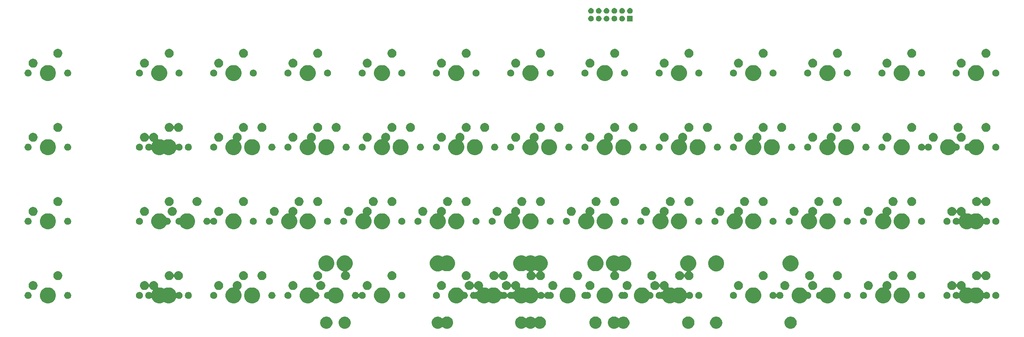
<source format=gts>
G04 #@! TF.GenerationSoftware,KiCad,Pcbnew,(5.1.2)-1*
G04 #@! TF.CreationDate,2021-05-25T07:10:53-07:00*
G04 #@! TF.ProjectId,theboulevard,74686562-6f75-46c6-9576-6172642e6b69,rev?*
G04 #@! TF.SameCoordinates,Original*
G04 #@! TF.FileFunction,Soldermask,Top*
G04 #@! TF.FilePolarity,Negative*
%FSLAX46Y46*%
G04 Gerber Fmt 4.6, Leading zero omitted, Abs format (unit mm)*
G04 Created by KiCad (PCBNEW (5.1.2)-1) date 2021-05-25 07:10:53*
%MOMM*%
%LPD*%
G04 APERTURE LIST*
%ADD10C,0.100000*%
G04 APERTURE END LIST*
D10*
G36*
X213241883Y-92669090D02*
G01*
X213470502Y-92714564D01*
X213757316Y-92833367D01*
X214015442Y-93005841D01*
X214234959Y-93225358D01*
X214407433Y-93483484D01*
X214526236Y-93770298D01*
X214571710Y-93998917D01*
X214583817Y-94059778D01*
X214586800Y-94074778D01*
X214586800Y-94385222D01*
X214526236Y-94689702D01*
X214407433Y-94976516D01*
X214234959Y-95234642D01*
X214015442Y-95454159D01*
X213757316Y-95626633D01*
X213470502Y-95745436D01*
X213241883Y-95790910D01*
X213166024Y-95806000D01*
X212855576Y-95806000D01*
X212779717Y-95790910D01*
X212551098Y-95745436D01*
X212264284Y-95626633D01*
X212006158Y-95454159D01*
X211786641Y-95234642D01*
X211614167Y-94976516D01*
X211495364Y-94689702D01*
X211434800Y-94385222D01*
X211434800Y-94074778D01*
X211437784Y-94059778D01*
X211449890Y-93998917D01*
X211495364Y-93770298D01*
X211614167Y-93483484D01*
X211786641Y-93225358D01*
X212006158Y-93005841D01*
X212264284Y-92833367D01*
X212551098Y-92714564D01*
X212779717Y-92669090D01*
X212855576Y-92654000D01*
X213166024Y-92654000D01*
X213241883Y-92669090D01*
X213241883Y-92669090D01*
G37*
G36*
X94134833Y-92669090D02*
G01*
X94363452Y-92714564D01*
X94650266Y-92833367D01*
X94908392Y-93005841D01*
X95127909Y-93225358D01*
X95300383Y-93483484D01*
X95419186Y-93770298D01*
X95464660Y-93998917D01*
X95476767Y-94059778D01*
X95479750Y-94074778D01*
X95479750Y-94385222D01*
X95419186Y-94689702D01*
X95300383Y-94976516D01*
X95127909Y-95234642D01*
X94908392Y-95454159D01*
X94650266Y-95626633D01*
X94363452Y-95745436D01*
X94134833Y-95790910D01*
X94058974Y-95806000D01*
X93748526Y-95806000D01*
X93672667Y-95790910D01*
X93444048Y-95745436D01*
X93157234Y-95626633D01*
X92899108Y-95454159D01*
X92679591Y-95234642D01*
X92507117Y-94976516D01*
X92388314Y-94689702D01*
X92327750Y-94385222D01*
X92327750Y-94074778D01*
X92330734Y-94059778D01*
X92342840Y-93998917D01*
X92388314Y-93770298D01*
X92507117Y-93483484D01*
X92679591Y-93225358D01*
X92899108Y-93005841D01*
X93157234Y-92833367D01*
X93444048Y-92714564D01*
X93672667Y-92669090D01*
X93748526Y-92654000D01*
X94058974Y-92654000D01*
X94134833Y-92669090D01*
X94134833Y-92669090D01*
G37*
G36*
X194134833Y-92669090D02*
G01*
X194363452Y-92714564D01*
X194650266Y-92833367D01*
X194908392Y-93005841D01*
X195127909Y-93225358D01*
X195300383Y-93483484D01*
X195419186Y-93770298D01*
X195464660Y-93998917D01*
X195476767Y-94059778D01*
X195479750Y-94074778D01*
X195479750Y-94385222D01*
X195419186Y-94689702D01*
X195300383Y-94976516D01*
X195127909Y-95234642D01*
X194908392Y-95454159D01*
X194650266Y-95626633D01*
X194363452Y-95745436D01*
X194134833Y-95790910D01*
X194058974Y-95806000D01*
X193748526Y-95806000D01*
X193672667Y-95790910D01*
X193444048Y-95745436D01*
X193157234Y-95626633D01*
X192899108Y-95454159D01*
X192679591Y-95234642D01*
X192507117Y-94976516D01*
X192388314Y-94689702D01*
X192327750Y-94385222D01*
X192327750Y-94074778D01*
X192330734Y-94059778D01*
X192342840Y-93998917D01*
X192388314Y-93770298D01*
X192507117Y-93483484D01*
X192679591Y-93225358D01*
X192899108Y-93005841D01*
X193157234Y-92833367D01*
X193444048Y-92714564D01*
X193672667Y-92669090D01*
X193748526Y-92654000D01*
X194058974Y-92654000D01*
X194134833Y-92669090D01*
X194134833Y-92669090D01*
G37*
G36*
X167940633Y-92654000D02*
G01*
X168169702Y-92699564D01*
X168456516Y-92818367D01*
X168714642Y-92990841D01*
X168825998Y-93102197D01*
X168844929Y-93117733D01*
X168866540Y-93129284D01*
X168889989Y-93136397D01*
X168914375Y-93138799D01*
X168938761Y-93136397D01*
X168962210Y-93129284D01*
X168983821Y-93117733D01*
X169002752Y-93102197D01*
X169099108Y-93005841D01*
X169357234Y-92833367D01*
X169644048Y-92714564D01*
X169872667Y-92669090D01*
X169948526Y-92654000D01*
X170258974Y-92654000D01*
X170334833Y-92669090D01*
X170563452Y-92714564D01*
X170850266Y-92833367D01*
X171108392Y-93005841D01*
X171327909Y-93225358D01*
X171500383Y-93483484D01*
X171619186Y-93770298D01*
X171664660Y-93998917D01*
X171676767Y-94059778D01*
X171679750Y-94074778D01*
X171679750Y-94385222D01*
X171619186Y-94689702D01*
X171500383Y-94976516D01*
X171327909Y-95234642D01*
X171108392Y-95454159D01*
X170850266Y-95626633D01*
X170563452Y-95745436D01*
X170334833Y-95790910D01*
X170258974Y-95806000D01*
X169948526Y-95806000D01*
X169872667Y-95790910D01*
X169644048Y-95745436D01*
X169357234Y-95626633D01*
X169099108Y-95454159D01*
X168987752Y-95342803D01*
X168968821Y-95327267D01*
X168947210Y-95315716D01*
X168923761Y-95308603D01*
X168899375Y-95306201D01*
X168874989Y-95308603D01*
X168851540Y-95315716D01*
X168829929Y-95327267D01*
X168810998Y-95342803D01*
X168714642Y-95439159D01*
X168456516Y-95611633D01*
X168169702Y-95730436D01*
X167941083Y-95775910D01*
X167865224Y-95791000D01*
X167554776Y-95791000D01*
X167478917Y-95775910D01*
X167250298Y-95730436D01*
X166963484Y-95611633D01*
X166705358Y-95439159D01*
X166485841Y-95219642D01*
X166313367Y-94961516D01*
X166194564Y-94674702D01*
X166136984Y-94385224D01*
X166134000Y-94370224D01*
X166134000Y-94059776D01*
X166149090Y-93983917D01*
X166194564Y-93755298D01*
X166313367Y-93468484D01*
X166485841Y-93210358D01*
X166705358Y-92990841D01*
X166963484Y-92818367D01*
X167250298Y-92699564D01*
X167479367Y-92654000D01*
X167554776Y-92639000D01*
X167865224Y-92639000D01*
X167940633Y-92654000D01*
X167940633Y-92654000D01*
G37*
G36*
X144140633Y-92654000D02*
G01*
X144369702Y-92699564D01*
X144656516Y-92818367D01*
X144914642Y-92990841D01*
X145013498Y-93089697D01*
X145032429Y-93105233D01*
X145054040Y-93116784D01*
X145077489Y-93123897D01*
X145101875Y-93126299D01*
X145126261Y-93123897D01*
X145149710Y-93116784D01*
X145171321Y-93105233D01*
X145190252Y-93089697D01*
X145274108Y-93005841D01*
X145532234Y-92833367D01*
X145819048Y-92714564D01*
X146047667Y-92669090D01*
X146123526Y-92654000D01*
X146433974Y-92654000D01*
X146509833Y-92669090D01*
X146738452Y-92714564D01*
X147025266Y-92833367D01*
X147283392Y-93005841D01*
X147373498Y-93095947D01*
X147392429Y-93111483D01*
X147414040Y-93123034D01*
X147437489Y-93130147D01*
X147461875Y-93132549D01*
X147486261Y-93130147D01*
X147509710Y-93123034D01*
X147531321Y-93111483D01*
X147550252Y-93095947D01*
X147655358Y-92990841D01*
X147913484Y-92818367D01*
X148200298Y-92699564D01*
X148429367Y-92654000D01*
X148504776Y-92639000D01*
X148815224Y-92639000D01*
X148890633Y-92654000D01*
X149119702Y-92699564D01*
X149406516Y-92818367D01*
X149664642Y-92990841D01*
X149884159Y-93210358D01*
X150056633Y-93468484D01*
X150175436Y-93755298D01*
X150220910Y-93983917D01*
X150236000Y-94059776D01*
X150236000Y-94370224D01*
X150233016Y-94385224D01*
X150175436Y-94674702D01*
X150056633Y-94961516D01*
X149884159Y-95219642D01*
X149664642Y-95439159D01*
X149406516Y-95611633D01*
X149119702Y-95730436D01*
X148891083Y-95775910D01*
X148815224Y-95791000D01*
X148504776Y-95791000D01*
X148428917Y-95775910D01*
X148200298Y-95730436D01*
X147913484Y-95611633D01*
X147655358Y-95439159D01*
X147565252Y-95349053D01*
X147546321Y-95333517D01*
X147524710Y-95321966D01*
X147501261Y-95314853D01*
X147476875Y-95312451D01*
X147452489Y-95314853D01*
X147429040Y-95321966D01*
X147407429Y-95333517D01*
X147388498Y-95349053D01*
X147283392Y-95454159D01*
X147025266Y-95626633D01*
X146738452Y-95745436D01*
X146509833Y-95790910D01*
X146433974Y-95806000D01*
X146123526Y-95806000D01*
X146047667Y-95790910D01*
X145819048Y-95745436D01*
X145532234Y-95626633D01*
X145274108Y-95454159D01*
X145175252Y-95355303D01*
X145156321Y-95339767D01*
X145134710Y-95328216D01*
X145111261Y-95321103D01*
X145086875Y-95318701D01*
X145062489Y-95321103D01*
X145039040Y-95328216D01*
X145017429Y-95339767D01*
X144998498Y-95355303D01*
X144914642Y-95439159D01*
X144656516Y-95611633D01*
X144369702Y-95730436D01*
X144141083Y-95775910D01*
X144065224Y-95791000D01*
X143754776Y-95791000D01*
X143678917Y-95775910D01*
X143450298Y-95730436D01*
X143163484Y-95611633D01*
X142905358Y-95439159D01*
X142685841Y-95219642D01*
X142513367Y-94961516D01*
X142394564Y-94674702D01*
X142336984Y-94385224D01*
X142334000Y-94370224D01*
X142334000Y-94059776D01*
X142349090Y-93983917D01*
X142394564Y-93755298D01*
X142513367Y-93468484D01*
X142685841Y-93210358D01*
X142905358Y-92990841D01*
X143163484Y-92818367D01*
X143450298Y-92699564D01*
X143679367Y-92654000D01*
X143754776Y-92639000D01*
X144065224Y-92639000D01*
X144140633Y-92654000D01*
X144140633Y-92654000D01*
G37*
G36*
X125090633Y-92654000D02*
G01*
X125319702Y-92699564D01*
X125606516Y-92818367D01*
X125864642Y-92990841D01*
X126084159Y-93210358D01*
X126256633Y-93468484D01*
X126375436Y-93755298D01*
X126420910Y-93983917D01*
X126436000Y-94059776D01*
X126436000Y-94370224D01*
X126433016Y-94385224D01*
X126375436Y-94674702D01*
X126256633Y-94961516D01*
X126084159Y-95219642D01*
X125864642Y-95439159D01*
X125606516Y-95611633D01*
X125319702Y-95730436D01*
X125091083Y-95775910D01*
X125015224Y-95791000D01*
X124704776Y-95791000D01*
X124628917Y-95775910D01*
X124400298Y-95730436D01*
X124113484Y-95611633D01*
X123855358Y-95439159D01*
X123765252Y-95349053D01*
X123746321Y-95333517D01*
X123724710Y-95321966D01*
X123701261Y-95314853D01*
X123676875Y-95312451D01*
X123652489Y-95314853D01*
X123629040Y-95321966D01*
X123607429Y-95333517D01*
X123588498Y-95349053D01*
X123483392Y-95454159D01*
X123225266Y-95626633D01*
X122938452Y-95745436D01*
X122709833Y-95790910D01*
X122633974Y-95806000D01*
X122323526Y-95806000D01*
X122247667Y-95790910D01*
X122019048Y-95745436D01*
X121732234Y-95626633D01*
X121474108Y-95454159D01*
X121254591Y-95234642D01*
X121082117Y-94976516D01*
X120963314Y-94689702D01*
X120902750Y-94385222D01*
X120902750Y-94074778D01*
X120905734Y-94059778D01*
X120917840Y-93998917D01*
X120963314Y-93770298D01*
X121082117Y-93483484D01*
X121254591Y-93225358D01*
X121474108Y-93005841D01*
X121732234Y-92833367D01*
X122019048Y-92714564D01*
X122247667Y-92669090D01*
X122323526Y-92654000D01*
X122633974Y-92654000D01*
X122709833Y-92669090D01*
X122938452Y-92714564D01*
X123225266Y-92833367D01*
X123483392Y-93005841D01*
X123573498Y-93095947D01*
X123592429Y-93111483D01*
X123614040Y-93123034D01*
X123637489Y-93130147D01*
X123661875Y-93132549D01*
X123686261Y-93130147D01*
X123709710Y-93123034D01*
X123731321Y-93111483D01*
X123750252Y-93095947D01*
X123855358Y-92990841D01*
X124113484Y-92818367D01*
X124400298Y-92699564D01*
X124629367Y-92654000D01*
X124704776Y-92639000D01*
X125015224Y-92639000D01*
X125090633Y-92654000D01*
X125090633Y-92654000D01*
G37*
G36*
X98840283Y-92669090D02*
G01*
X99068902Y-92714564D01*
X99355716Y-92833367D01*
X99613842Y-93005841D01*
X99833359Y-93225358D01*
X100005833Y-93483484D01*
X100124636Y-93770298D01*
X100170110Y-93998917D01*
X100182217Y-94059778D01*
X100185200Y-94074778D01*
X100185200Y-94385222D01*
X100124636Y-94689702D01*
X100005833Y-94976516D01*
X99833359Y-95234642D01*
X99613842Y-95454159D01*
X99355716Y-95626633D01*
X99068902Y-95745436D01*
X98840283Y-95790910D01*
X98764424Y-95806000D01*
X98453976Y-95806000D01*
X98378117Y-95790910D01*
X98149498Y-95745436D01*
X97862684Y-95626633D01*
X97604558Y-95454159D01*
X97385041Y-95234642D01*
X97212567Y-94976516D01*
X97093764Y-94689702D01*
X97033200Y-94385222D01*
X97033200Y-94074778D01*
X97036184Y-94059778D01*
X97048290Y-93998917D01*
X97093764Y-93770298D01*
X97212567Y-93483484D01*
X97385041Y-93225358D01*
X97604558Y-93005841D01*
X97862684Y-92833367D01*
X98149498Y-92714564D01*
X98378117Y-92669090D01*
X98453976Y-92654000D01*
X98764424Y-92654000D01*
X98840283Y-92669090D01*
X98840283Y-92669090D01*
G37*
G36*
X163190633Y-92654000D02*
G01*
X163419702Y-92699564D01*
X163706516Y-92818367D01*
X163964642Y-92990841D01*
X164184159Y-93210358D01*
X164356633Y-93468484D01*
X164475436Y-93755298D01*
X164520910Y-93983917D01*
X164536000Y-94059776D01*
X164536000Y-94370224D01*
X164533016Y-94385224D01*
X164475436Y-94674702D01*
X164356633Y-94961516D01*
X164184159Y-95219642D01*
X163964642Y-95439159D01*
X163706516Y-95611633D01*
X163419702Y-95730436D01*
X163191083Y-95775910D01*
X163115224Y-95791000D01*
X162804776Y-95791000D01*
X162728917Y-95775910D01*
X162500298Y-95730436D01*
X162213484Y-95611633D01*
X161955358Y-95439159D01*
X161735841Y-95219642D01*
X161563367Y-94961516D01*
X161444564Y-94674702D01*
X161386984Y-94385224D01*
X161384000Y-94370224D01*
X161384000Y-94059776D01*
X161399090Y-93983917D01*
X161444564Y-93755298D01*
X161563367Y-93468484D01*
X161735841Y-93210358D01*
X161955358Y-92990841D01*
X162213484Y-92818367D01*
X162500298Y-92699564D01*
X162729367Y-92654000D01*
X162804776Y-92639000D01*
X163115224Y-92639000D01*
X163190633Y-92654000D01*
X163190633Y-92654000D01*
G37*
G36*
X186990633Y-92654000D02*
G01*
X187219702Y-92699564D01*
X187506516Y-92818367D01*
X187764642Y-92990841D01*
X187984159Y-93210358D01*
X188156633Y-93468484D01*
X188275436Y-93755298D01*
X188320910Y-93983917D01*
X188336000Y-94059776D01*
X188336000Y-94370224D01*
X188333016Y-94385224D01*
X188275436Y-94674702D01*
X188156633Y-94961516D01*
X187984159Y-95219642D01*
X187764642Y-95439159D01*
X187506516Y-95611633D01*
X187219702Y-95730436D01*
X186991083Y-95775910D01*
X186915224Y-95791000D01*
X186604776Y-95791000D01*
X186528917Y-95775910D01*
X186300298Y-95730436D01*
X186013484Y-95611633D01*
X185755358Y-95439159D01*
X185535841Y-95219642D01*
X185363367Y-94961516D01*
X185244564Y-94674702D01*
X185186984Y-94385224D01*
X185184000Y-94370224D01*
X185184000Y-94059776D01*
X185199090Y-93983917D01*
X185244564Y-93755298D01*
X185363367Y-93468484D01*
X185535841Y-93210358D01*
X185755358Y-92990841D01*
X186013484Y-92818367D01*
X186300298Y-92699564D01*
X186529367Y-92654000D01*
X186604776Y-92639000D01*
X186915224Y-92639000D01*
X186990633Y-92654000D01*
X186990633Y-92654000D01*
G37*
G36*
X130793299Y-83561116D02*
G01*
X130904484Y-83583232D01*
X131113953Y-83669997D01*
X131302470Y-83795960D01*
X131462790Y-83956280D01*
X131588753Y-84144797D01*
X131588754Y-84144799D01*
X131643891Y-84277912D01*
X131655442Y-84299523D01*
X131670987Y-84318464D01*
X131689929Y-84334010D01*
X131711540Y-84345561D01*
X131734989Y-84352674D01*
X131759375Y-84355076D01*
X131783761Y-84352674D01*
X131807210Y-84345561D01*
X131828821Y-84334010D01*
X131847762Y-84318465D01*
X131863308Y-84299523D01*
X131874859Y-84277912D01*
X131929996Y-84144799D01*
X131929997Y-84144797D01*
X132055960Y-83956280D01*
X132216280Y-83795960D01*
X132404797Y-83669997D01*
X132614266Y-83583232D01*
X132725451Y-83561116D01*
X132836635Y-83539000D01*
X133063365Y-83539000D01*
X133174549Y-83561116D01*
X133285734Y-83583232D01*
X133495203Y-83669997D01*
X133683720Y-83795960D01*
X133844040Y-83956280D01*
X133970003Y-84144797D01*
X134056109Y-84352674D01*
X134056768Y-84354267D01*
X134101000Y-84576635D01*
X134101000Y-84803365D01*
X134055996Y-85029615D01*
X134053594Y-85054001D01*
X134055996Y-85078387D01*
X134063109Y-85101836D01*
X134074660Y-85123447D01*
X134090205Y-85142389D01*
X134109147Y-85157934D01*
X134130758Y-85169485D01*
X134154207Y-85176598D01*
X134178593Y-85179000D01*
X134580757Y-85179000D01*
X134977004Y-85257818D01*
X135350261Y-85412426D01*
X135350263Y-85412427D01*
X135367164Y-85423720D01*
X135499929Y-85512431D01*
X135521540Y-85523982D01*
X135544989Y-85531095D01*
X135569375Y-85533497D01*
X135593761Y-85531095D01*
X135617210Y-85523982D01*
X135638821Y-85512431D01*
X135771586Y-85423720D01*
X135788487Y-85412427D01*
X135788489Y-85412426D01*
X136161746Y-85257818D01*
X136557993Y-85179000D01*
X136962007Y-85179000D01*
X137358254Y-85257818D01*
X137731511Y-85412426D01*
X137731513Y-85412427D01*
X137988351Y-85584041D01*
X138067436Y-85636884D01*
X138353116Y-85922564D01*
X138577992Y-86259114D01*
X138588834Y-86279399D01*
X138604379Y-86298341D01*
X138623321Y-86313886D01*
X138644932Y-86325437D01*
X138668380Y-86332551D01*
X138692767Y-86334953D01*
X138717151Y-86332552D01*
X138735009Y-86329000D01*
X138912492Y-86329000D01*
X138930344Y-86332551D01*
X139086562Y-86363624D01*
X139093430Y-86366469D01*
X139116863Y-86373577D01*
X139141249Y-86375979D01*
X139165635Y-86373577D01*
X139189070Y-86366469D01*
X139195938Y-86363624D01*
X139352156Y-86332551D01*
X139370008Y-86329000D01*
X139547492Y-86329000D01*
X139565344Y-86332551D01*
X139721562Y-86363624D01*
X139885534Y-86431544D01*
X140033104Y-86530147D01*
X140158603Y-86655646D01*
X140227948Y-86759429D01*
X140243488Y-86778363D01*
X140262429Y-86793908D01*
X140284040Y-86805459D01*
X140307489Y-86812572D01*
X140331875Y-86814974D01*
X140356261Y-86812572D01*
X140379710Y-86805459D01*
X140401321Y-86793908D01*
X140420263Y-86778362D01*
X140435802Y-86759429D01*
X140505147Y-86655646D01*
X140630646Y-86530147D01*
X140778216Y-86431544D01*
X140942188Y-86363624D01*
X141098406Y-86332551D01*
X141116258Y-86329000D01*
X141293742Y-86329000D01*
X141311594Y-86332551D01*
X141467812Y-86363624D01*
X141474680Y-86366469D01*
X141498113Y-86373577D01*
X141522499Y-86375979D01*
X141546885Y-86373577D01*
X141570320Y-86366469D01*
X141577188Y-86363624D01*
X141733406Y-86332551D01*
X141751258Y-86329000D01*
X141928741Y-86329000D01*
X141946599Y-86332552D01*
X141970984Y-86334953D01*
X141995370Y-86332551D01*
X142018819Y-86325437D01*
X142040429Y-86313886D01*
X142059371Y-86298340D01*
X142074916Y-86279398D01*
X142085758Y-86259114D01*
X142260790Y-85997161D01*
X142272341Y-85975550D01*
X142279454Y-85952101D01*
X142281856Y-85927715D01*
X142279454Y-85903329D01*
X142272341Y-85879880D01*
X142260790Y-85858269D01*
X142245245Y-85839327D01*
X142226303Y-85823782D01*
X142204692Y-85812231D01*
X142181244Y-85805118D01*
X142139266Y-85796768D01*
X141929799Y-85710004D01*
X141929798Y-85710004D01*
X141929797Y-85710003D01*
X141741280Y-85584040D01*
X141580960Y-85423720D01*
X141454997Y-85235203D01*
X141399859Y-85102087D01*
X141388308Y-85080477D01*
X141372763Y-85061536D01*
X141353821Y-85045990D01*
X141332210Y-85034439D01*
X141308761Y-85027326D01*
X141284375Y-85024924D01*
X141259989Y-85027326D01*
X141236540Y-85034439D01*
X141214929Y-85045990D01*
X141195988Y-85061535D01*
X141180442Y-85080477D01*
X141168891Y-85102087D01*
X141113753Y-85235203D01*
X140987790Y-85423720D01*
X140827470Y-85584040D01*
X140638953Y-85710003D01*
X140429484Y-85796768D01*
X140351746Y-85812231D01*
X140207115Y-85841000D01*
X139980385Y-85841000D01*
X139835754Y-85812231D01*
X139758016Y-85796768D01*
X139548547Y-85710003D01*
X139360030Y-85584040D01*
X139199710Y-85423720D01*
X139073747Y-85235203D01*
X138986982Y-85025734D01*
X138942750Y-84803364D01*
X138942750Y-84576636D01*
X138986982Y-84354266D01*
X139073747Y-84144797D01*
X139199710Y-83956280D01*
X139360030Y-83795960D01*
X139548547Y-83669997D01*
X139758016Y-83583232D01*
X139869201Y-83561116D01*
X139980385Y-83539000D01*
X140207115Y-83539000D01*
X140318299Y-83561116D01*
X140429484Y-83583232D01*
X140638953Y-83669997D01*
X140827470Y-83795960D01*
X140987790Y-83956280D01*
X141113753Y-84144797D01*
X141113754Y-84144799D01*
X141168891Y-84277912D01*
X141180442Y-84299523D01*
X141195987Y-84318464D01*
X141214929Y-84334010D01*
X141236540Y-84345561D01*
X141259989Y-84352674D01*
X141284375Y-84355076D01*
X141308761Y-84352674D01*
X141332210Y-84345561D01*
X141353821Y-84334010D01*
X141372762Y-84318465D01*
X141388308Y-84299523D01*
X141399859Y-84277912D01*
X141454996Y-84144799D01*
X141454997Y-84144797D01*
X141580960Y-83956280D01*
X141741280Y-83795960D01*
X141929797Y-83669997D01*
X142139266Y-83583232D01*
X142250451Y-83561116D01*
X142361635Y-83539000D01*
X142588365Y-83539000D01*
X142699549Y-83561116D01*
X142810734Y-83583232D01*
X143020203Y-83669997D01*
X143208720Y-83795960D01*
X143369040Y-83956280D01*
X143495003Y-84144797D01*
X143581109Y-84352674D01*
X143581768Y-84354267D01*
X143626000Y-84576635D01*
X143626000Y-84803365D01*
X143580996Y-85029615D01*
X143578594Y-85054001D01*
X143580996Y-85078387D01*
X143588109Y-85101836D01*
X143599660Y-85123447D01*
X143615205Y-85142389D01*
X143634147Y-85157934D01*
X143655758Y-85169485D01*
X143679207Y-85176598D01*
X143703593Y-85179000D01*
X144105757Y-85179000D01*
X144502004Y-85257818D01*
X144875261Y-85412426D01*
X144875263Y-85412427D01*
X144892164Y-85423720D01*
X145024929Y-85512431D01*
X145046540Y-85523982D01*
X145069989Y-85531095D01*
X145094375Y-85533497D01*
X145118761Y-85531095D01*
X145142210Y-85523982D01*
X145163821Y-85512431D01*
X145296586Y-85423720D01*
X145313487Y-85412427D01*
X145313489Y-85412426D01*
X145686746Y-85257818D01*
X146082993Y-85179000D01*
X146487007Y-85179000D01*
X146883254Y-85257818D01*
X147256511Y-85412426D01*
X147256513Y-85412427D01*
X147513351Y-85584041D01*
X147592436Y-85636884D01*
X147878116Y-85922564D01*
X148102574Y-86258489D01*
X148200417Y-86494703D01*
X148211968Y-86516314D01*
X148227513Y-86535256D01*
X148246455Y-86550801D01*
X148268066Y-86562352D01*
X148291515Y-86569465D01*
X148315901Y-86571867D01*
X148340287Y-86569465D01*
X148363736Y-86562352D01*
X148385347Y-86550801D01*
X148404278Y-86535265D01*
X148409396Y-86530147D01*
X148556966Y-86431544D01*
X148720938Y-86363624D01*
X148877156Y-86332551D01*
X148895008Y-86329000D01*
X149072492Y-86329000D01*
X149090344Y-86332551D01*
X149246562Y-86363624D01*
X149410534Y-86431544D01*
X149558104Y-86530147D01*
X149683603Y-86655646D01*
X149752948Y-86759429D01*
X149768488Y-86778363D01*
X149787429Y-86793908D01*
X149809040Y-86805459D01*
X149832489Y-86812572D01*
X149856875Y-86814974D01*
X149881261Y-86812572D01*
X149904710Y-86805459D01*
X149926321Y-86793908D01*
X149945263Y-86778362D01*
X149960802Y-86759429D01*
X150030147Y-86655646D01*
X150155646Y-86530147D01*
X150303216Y-86431544D01*
X150467188Y-86363624D01*
X150623406Y-86332551D01*
X150641258Y-86329000D01*
X150818742Y-86329000D01*
X150836594Y-86332551D01*
X150992812Y-86363624D01*
X150999680Y-86366469D01*
X151023113Y-86373577D01*
X151047499Y-86375979D01*
X151071885Y-86373577D01*
X151095320Y-86366469D01*
X151102188Y-86363624D01*
X151258406Y-86332551D01*
X151276258Y-86329000D01*
X151453742Y-86329000D01*
X151471594Y-86332551D01*
X151627812Y-86363624D01*
X151791784Y-86431544D01*
X151939354Y-86530147D01*
X152064853Y-86655646D01*
X152163456Y-86803216D01*
X152231376Y-86967188D01*
X152266000Y-87141259D01*
X152266000Y-87318741D01*
X152231376Y-87492812D01*
X152163456Y-87656784D01*
X152064853Y-87804354D01*
X151939354Y-87929853D01*
X151791784Y-88028456D01*
X151627812Y-88096376D01*
X151478512Y-88126073D01*
X151453742Y-88131000D01*
X151276258Y-88131000D01*
X151256976Y-88127164D01*
X151102188Y-88096376D01*
X151095320Y-88093531D01*
X151071887Y-88086423D01*
X151047501Y-88084021D01*
X151023115Y-88086423D01*
X150999680Y-88093531D01*
X150992812Y-88096376D01*
X150838024Y-88127164D01*
X150818742Y-88131000D01*
X150641258Y-88131000D01*
X150616488Y-88126073D01*
X150467188Y-88096376D01*
X150303216Y-88028456D01*
X150155646Y-87929853D01*
X150030147Y-87804354D01*
X149960802Y-87700571D01*
X149945262Y-87681637D01*
X149926321Y-87666092D01*
X149904710Y-87654541D01*
X149881261Y-87647428D01*
X149856875Y-87645026D01*
X149832489Y-87647428D01*
X149809040Y-87654541D01*
X149787429Y-87666092D01*
X149768487Y-87681638D01*
X149752948Y-87700571D01*
X149683603Y-87804354D01*
X149558104Y-87929853D01*
X149410534Y-88028456D01*
X149246562Y-88096376D01*
X149097262Y-88126073D01*
X149072492Y-88131000D01*
X148895008Y-88131000D01*
X148870238Y-88126073D01*
X148720938Y-88096376D01*
X148556966Y-88028456D01*
X148409396Y-87929853D01*
X148404278Y-87924735D01*
X148385347Y-87909199D01*
X148363736Y-87897648D01*
X148340287Y-87890535D01*
X148315901Y-87888133D01*
X148291515Y-87890535D01*
X148268066Y-87897648D01*
X148246455Y-87909199D01*
X148227513Y-87924744D01*
X148211968Y-87943686D01*
X148200417Y-87965297D01*
X148130305Y-88134563D01*
X148102573Y-88201513D01*
X147878116Y-88537436D01*
X147592436Y-88823116D01*
X147256513Y-89047573D01*
X147256512Y-89047574D01*
X147256511Y-89047574D01*
X146883254Y-89202182D01*
X146487007Y-89281000D01*
X146082993Y-89281000D01*
X145686746Y-89202182D01*
X145313489Y-89047574D01*
X145313488Y-89047574D01*
X145313487Y-89047573D01*
X145163820Y-88947568D01*
X145142210Y-88936018D01*
X145118761Y-88928905D01*
X145094375Y-88926503D01*
X145069989Y-88928905D01*
X145046540Y-88936018D01*
X145024930Y-88947568D01*
X144875263Y-89047573D01*
X144875262Y-89047574D01*
X144875261Y-89047574D01*
X144502004Y-89202182D01*
X144105757Y-89281000D01*
X143701743Y-89281000D01*
X143305496Y-89202182D01*
X142932239Y-89047574D01*
X142932238Y-89047574D01*
X142932237Y-89047573D01*
X142596314Y-88823116D01*
X142310634Y-88537436D01*
X142086177Y-88201513D01*
X142086176Y-88201511D01*
X142085758Y-88200886D01*
X142074916Y-88180601D01*
X142059371Y-88161659D01*
X142040429Y-88146114D01*
X142018818Y-88134563D01*
X141995370Y-88127449D01*
X141970983Y-88125047D01*
X141946599Y-88127448D01*
X141928741Y-88131000D01*
X141751258Y-88131000D01*
X141731976Y-88127164D01*
X141577188Y-88096376D01*
X141570320Y-88093531D01*
X141546887Y-88086423D01*
X141522501Y-88084021D01*
X141498115Y-88086423D01*
X141474680Y-88093531D01*
X141467812Y-88096376D01*
X141313024Y-88127164D01*
X141293742Y-88131000D01*
X141116258Y-88131000D01*
X141091488Y-88126073D01*
X140942188Y-88096376D01*
X140778216Y-88028456D01*
X140630646Y-87929853D01*
X140505147Y-87804354D01*
X140435802Y-87700571D01*
X140420262Y-87681637D01*
X140401321Y-87666092D01*
X140379710Y-87654541D01*
X140356261Y-87647428D01*
X140331875Y-87645026D01*
X140307489Y-87647428D01*
X140284040Y-87654541D01*
X140262429Y-87666092D01*
X140243487Y-87681638D01*
X140227948Y-87700571D01*
X140158603Y-87804354D01*
X140033104Y-87929853D01*
X139885534Y-88028456D01*
X139721562Y-88096376D01*
X139572262Y-88126073D01*
X139547492Y-88131000D01*
X139370008Y-88131000D01*
X139350726Y-88127164D01*
X139195938Y-88096376D01*
X139189070Y-88093531D01*
X139165637Y-88086423D01*
X139141251Y-88084021D01*
X139116865Y-88086423D01*
X139093430Y-88093531D01*
X139086562Y-88096376D01*
X138931774Y-88127164D01*
X138912492Y-88131000D01*
X138735009Y-88131000D01*
X138717151Y-88127448D01*
X138692766Y-88125047D01*
X138668380Y-88127449D01*
X138644931Y-88134563D01*
X138623321Y-88146114D01*
X138604379Y-88161660D01*
X138588834Y-88180602D01*
X138577992Y-88200886D01*
X138577574Y-88201511D01*
X138577573Y-88201513D01*
X138353116Y-88537436D01*
X138067436Y-88823116D01*
X137731513Y-89047573D01*
X137731512Y-89047574D01*
X137731511Y-89047574D01*
X137358254Y-89202182D01*
X136962007Y-89281000D01*
X136557993Y-89281000D01*
X136161746Y-89202182D01*
X135788489Y-89047574D01*
X135788488Y-89047574D01*
X135788487Y-89047573D01*
X135638820Y-88947568D01*
X135617210Y-88936018D01*
X135593761Y-88928905D01*
X135569375Y-88926503D01*
X135544989Y-88928905D01*
X135521540Y-88936018D01*
X135499930Y-88947568D01*
X135350263Y-89047573D01*
X135350262Y-89047574D01*
X135350261Y-89047574D01*
X134977004Y-89202182D01*
X134580757Y-89281000D01*
X134176743Y-89281000D01*
X133780496Y-89202182D01*
X133407239Y-89047574D01*
X133407238Y-89047574D01*
X133407237Y-89047573D01*
X133071314Y-88823116D01*
X132785634Y-88537436D01*
X132561177Y-88201513D01*
X132561176Y-88201511D01*
X132560758Y-88200886D01*
X132549916Y-88180601D01*
X132534371Y-88161659D01*
X132515429Y-88146114D01*
X132493818Y-88134563D01*
X132470370Y-88127449D01*
X132445983Y-88125047D01*
X132421599Y-88127448D01*
X132403741Y-88131000D01*
X132226258Y-88131000D01*
X132206976Y-88127164D01*
X132052188Y-88096376D01*
X132045320Y-88093531D01*
X132021887Y-88086423D01*
X131997501Y-88084021D01*
X131973115Y-88086423D01*
X131949680Y-88093531D01*
X131942812Y-88096376D01*
X131788024Y-88127164D01*
X131768742Y-88131000D01*
X131591258Y-88131000D01*
X131566488Y-88126073D01*
X131417188Y-88096376D01*
X131253216Y-88028456D01*
X131105646Y-87929853D01*
X130980147Y-87804354D01*
X130881544Y-87656784D01*
X130813624Y-87492812D01*
X130779000Y-87318741D01*
X130779000Y-87141259D01*
X130813624Y-86967188D01*
X130881544Y-86803216D01*
X130980147Y-86655646D01*
X131105646Y-86530147D01*
X131253216Y-86431544D01*
X131417188Y-86363624D01*
X131573406Y-86332551D01*
X131591258Y-86329000D01*
X131768742Y-86329000D01*
X131786594Y-86332551D01*
X131942812Y-86363624D01*
X131949680Y-86366469D01*
X131973113Y-86373577D01*
X131997499Y-86375979D01*
X132021885Y-86373577D01*
X132045320Y-86366469D01*
X132052188Y-86363624D01*
X132208406Y-86332551D01*
X132226258Y-86329000D01*
X132403741Y-86329000D01*
X132421599Y-86332552D01*
X132445984Y-86334953D01*
X132470370Y-86332551D01*
X132493819Y-86325437D01*
X132515429Y-86313886D01*
X132534371Y-86298340D01*
X132549916Y-86279398D01*
X132560758Y-86259114D01*
X132735790Y-85997161D01*
X132747341Y-85975550D01*
X132754454Y-85952101D01*
X132756856Y-85927715D01*
X132754454Y-85903329D01*
X132747341Y-85879880D01*
X132735790Y-85858269D01*
X132720245Y-85839327D01*
X132701303Y-85823782D01*
X132679692Y-85812231D01*
X132656244Y-85805118D01*
X132614266Y-85796768D01*
X132404799Y-85710004D01*
X132404798Y-85710004D01*
X132404797Y-85710003D01*
X132216280Y-85584040D01*
X132055960Y-85423720D01*
X131929997Y-85235203D01*
X131874859Y-85102087D01*
X131863308Y-85080477D01*
X131847763Y-85061536D01*
X131828821Y-85045990D01*
X131807210Y-85034439D01*
X131783761Y-85027326D01*
X131759375Y-85024924D01*
X131734989Y-85027326D01*
X131711540Y-85034439D01*
X131689929Y-85045990D01*
X131670988Y-85061535D01*
X131655442Y-85080477D01*
X131643891Y-85102087D01*
X131588753Y-85235203D01*
X131462790Y-85423720D01*
X131302470Y-85584040D01*
X131113953Y-85710003D01*
X130904484Y-85796768D01*
X130826746Y-85812231D01*
X130682115Y-85841000D01*
X130455385Y-85841000D01*
X130310754Y-85812231D01*
X130233016Y-85796768D01*
X130023547Y-85710003D01*
X129835030Y-85584040D01*
X129674710Y-85423720D01*
X129548747Y-85235203D01*
X129461982Y-85025734D01*
X129417750Y-84803364D01*
X129417750Y-84576636D01*
X129461982Y-84354266D01*
X129548747Y-84144797D01*
X129674710Y-83956280D01*
X129835030Y-83795960D01*
X130023547Y-83669997D01*
X130233016Y-83583232D01*
X130344201Y-83561116D01*
X130455385Y-83539000D01*
X130682115Y-83539000D01*
X130793299Y-83561116D01*
X130793299Y-83561116D01*
G37*
G36*
X254618299Y-83561116D02*
G01*
X254729484Y-83583232D01*
X254938953Y-83669997D01*
X255127470Y-83795960D01*
X255287790Y-83956280D01*
X255413753Y-84144797D01*
X255413754Y-84144799D01*
X255468891Y-84277912D01*
X255480442Y-84299523D01*
X255495987Y-84318464D01*
X255514929Y-84334010D01*
X255536540Y-84345561D01*
X255559989Y-84352674D01*
X255584375Y-84355076D01*
X255608761Y-84352674D01*
X255632210Y-84345561D01*
X255653821Y-84334010D01*
X255672762Y-84318465D01*
X255688308Y-84299523D01*
X255699859Y-84277912D01*
X255754996Y-84144799D01*
X255754997Y-84144797D01*
X255880960Y-83956280D01*
X256041280Y-83795960D01*
X256229797Y-83669997D01*
X256439266Y-83583232D01*
X256550451Y-83561116D01*
X256661635Y-83539000D01*
X256888365Y-83539000D01*
X256999549Y-83561116D01*
X257110734Y-83583232D01*
X257320203Y-83669997D01*
X257508720Y-83795960D01*
X257669040Y-83956280D01*
X257795003Y-84144797D01*
X257881109Y-84352674D01*
X257881768Y-84354267D01*
X257926000Y-84576635D01*
X257926000Y-84803365D01*
X257880996Y-85029615D01*
X257878594Y-85054001D01*
X257880996Y-85078387D01*
X257888109Y-85101836D01*
X257899660Y-85123447D01*
X257915205Y-85142389D01*
X257934147Y-85157934D01*
X257955758Y-85169485D01*
X257979207Y-85176598D01*
X258003593Y-85179000D01*
X258405757Y-85179000D01*
X258802004Y-85257818D01*
X259175261Y-85412426D01*
X259175263Y-85412427D01*
X259192164Y-85423720D01*
X259324929Y-85512431D01*
X259346540Y-85523982D01*
X259369989Y-85531095D01*
X259394375Y-85533497D01*
X259418761Y-85531095D01*
X259442210Y-85523982D01*
X259463821Y-85512431D01*
X259596586Y-85423720D01*
X259613487Y-85412427D01*
X259613489Y-85412426D01*
X259986746Y-85257818D01*
X260382993Y-85179000D01*
X260787007Y-85179000D01*
X261183254Y-85257818D01*
X261556511Y-85412426D01*
X261556513Y-85412427D01*
X261813351Y-85584041D01*
X261892436Y-85636884D01*
X262178116Y-85922564D01*
X262402574Y-86258489D01*
X262500417Y-86494703D01*
X262511968Y-86516314D01*
X262527513Y-86535256D01*
X262546455Y-86550801D01*
X262568066Y-86562352D01*
X262591515Y-86569465D01*
X262615901Y-86571867D01*
X262640287Y-86569465D01*
X262663736Y-86562352D01*
X262685347Y-86550801D01*
X262704278Y-86535265D01*
X262709396Y-86530147D01*
X262856966Y-86431544D01*
X263020938Y-86363624D01*
X263177156Y-86332551D01*
X263195008Y-86329000D01*
X263372492Y-86329000D01*
X263390344Y-86332551D01*
X263546562Y-86363624D01*
X263710534Y-86431544D01*
X263858104Y-86530147D01*
X263983603Y-86655646D01*
X264082206Y-86803216D01*
X264150126Y-86967188D01*
X264184750Y-87141259D01*
X264184750Y-87318741D01*
X264150126Y-87492812D01*
X264082206Y-87656784D01*
X263983603Y-87804354D01*
X263858104Y-87929853D01*
X263710534Y-88028456D01*
X263546562Y-88096376D01*
X263397262Y-88126073D01*
X263372492Y-88131000D01*
X263195008Y-88131000D01*
X263170238Y-88126073D01*
X263020938Y-88096376D01*
X262856966Y-88028456D01*
X262709396Y-87929853D01*
X262704278Y-87924735D01*
X262685347Y-87909199D01*
X262663736Y-87897648D01*
X262640287Y-87890535D01*
X262615901Y-87888133D01*
X262591515Y-87890535D01*
X262568066Y-87897648D01*
X262546455Y-87909199D01*
X262527513Y-87924744D01*
X262511968Y-87943686D01*
X262500417Y-87965297D01*
X262430305Y-88134563D01*
X262402573Y-88201513D01*
X262178116Y-88537436D01*
X261892436Y-88823116D01*
X261556513Y-89047573D01*
X261556512Y-89047574D01*
X261556511Y-89047574D01*
X261183254Y-89202182D01*
X260787007Y-89281000D01*
X260382993Y-89281000D01*
X259986746Y-89202182D01*
X259613489Y-89047574D01*
X259613488Y-89047574D01*
X259613487Y-89047573D01*
X259463820Y-88947568D01*
X259442210Y-88936018D01*
X259418761Y-88928905D01*
X259394375Y-88926503D01*
X259369989Y-88928905D01*
X259346540Y-88936018D01*
X259324930Y-88947568D01*
X259175263Y-89047573D01*
X259175262Y-89047574D01*
X259175261Y-89047574D01*
X258802004Y-89202182D01*
X258405757Y-89281000D01*
X258001743Y-89281000D01*
X257605496Y-89202182D01*
X257232239Y-89047574D01*
X257232238Y-89047574D01*
X257232237Y-89047573D01*
X256896314Y-88823116D01*
X256610634Y-88537436D01*
X256386177Y-88201513D01*
X256358445Y-88134563D01*
X256288333Y-87965297D01*
X256276782Y-87943686D01*
X256261237Y-87924744D01*
X256242295Y-87909199D01*
X256220684Y-87897648D01*
X256197235Y-87890535D01*
X256172849Y-87888133D01*
X256148463Y-87890535D01*
X256125014Y-87897648D01*
X256103403Y-87909199D01*
X256084472Y-87924735D01*
X256079354Y-87929853D01*
X255931784Y-88028456D01*
X255767812Y-88096376D01*
X255618512Y-88126073D01*
X255593742Y-88131000D01*
X255416258Y-88131000D01*
X255391488Y-88126073D01*
X255242188Y-88096376D01*
X255078216Y-88028456D01*
X254930646Y-87929853D01*
X254805147Y-87804354D01*
X254706544Y-87656784D01*
X254638624Y-87492812D01*
X254604000Y-87318741D01*
X254604000Y-87141259D01*
X254638624Y-86967188D01*
X254706544Y-86803216D01*
X254805147Y-86655646D01*
X254930646Y-86530147D01*
X255078216Y-86431544D01*
X255242188Y-86363624D01*
X255398406Y-86332551D01*
X255416258Y-86329000D01*
X255593742Y-86329000D01*
X255611594Y-86332551D01*
X255767812Y-86363624D01*
X255931784Y-86431544D01*
X256079354Y-86530147D01*
X256084472Y-86535265D01*
X256103403Y-86550801D01*
X256125014Y-86562352D01*
X256148463Y-86569465D01*
X256172849Y-86571867D01*
X256197235Y-86569465D01*
X256220684Y-86562352D01*
X256242295Y-86550801D01*
X256261237Y-86535256D01*
X256276782Y-86516314D01*
X256288333Y-86494703D01*
X256386176Y-86258489D01*
X256560790Y-85997161D01*
X256572341Y-85975550D01*
X256579454Y-85952101D01*
X256581856Y-85927715D01*
X256579454Y-85903329D01*
X256572341Y-85879880D01*
X256560790Y-85858269D01*
X256545245Y-85839327D01*
X256526303Y-85823782D01*
X256504692Y-85812231D01*
X256481244Y-85805118D01*
X256439266Y-85796768D01*
X256229799Y-85710004D01*
X256229798Y-85710004D01*
X256229797Y-85710003D01*
X256041280Y-85584040D01*
X255880960Y-85423720D01*
X255754997Y-85235203D01*
X255699859Y-85102087D01*
X255688308Y-85080477D01*
X255672763Y-85061536D01*
X255653821Y-85045990D01*
X255632210Y-85034439D01*
X255608761Y-85027326D01*
X255584375Y-85024924D01*
X255559989Y-85027326D01*
X255536540Y-85034439D01*
X255514929Y-85045990D01*
X255495988Y-85061535D01*
X255480442Y-85080477D01*
X255468891Y-85102087D01*
X255413753Y-85235203D01*
X255287790Y-85423720D01*
X255127470Y-85584040D01*
X254938953Y-85710003D01*
X254729484Y-85796768D01*
X254651746Y-85812231D01*
X254507115Y-85841000D01*
X254280385Y-85841000D01*
X254135754Y-85812231D01*
X254058016Y-85796768D01*
X253848547Y-85710003D01*
X253660030Y-85584040D01*
X253499710Y-85423720D01*
X253373747Y-85235203D01*
X253286982Y-85025734D01*
X253242750Y-84803364D01*
X253242750Y-84576636D01*
X253286982Y-84354266D01*
X253373747Y-84144797D01*
X253499710Y-83956280D01*
X253660030Y-83795960D01*
X253848547Y-83669997D01*
X254058016Y-83583232D01*
X254169201Y-83561116D01*
X254280385Y-83539000D01*
X254507115Y-83539000D01*
X254618299Y-83561116D01*
X254618299Y-83561116D01*
G37*
G36*
X175458254Y-85257818D02*
G01*
X175831511Y-85412426D01*
X175831513Y-85412427D01*
X176088351Y-85584041D01*
X176167436Y-85636884D01*
X176453116Y-85922564D01*
X176677992Y-86259114D01*
X176688834Y-86279399D01*
X176704379Y-86298341D01*
X176723321Y-86313886D01*
X176744932Y-86325437D01*
X176768380Y-86332551D01*
X176792767Y-86334953D01*
X176817151Y-86332552D01*
X176835009Y-86329000D01*
X177012492Y-86329000D01*
X177030344Y-86332551D01*
X177186562Y-86363624D01*
X177350534Y-86431544D01*
X177498104Y-86530147D01*
X177623603Y-86655646D01*
X177722206Y-86803216D01*
X177790126Y-86967188D01*
X177824750Y-87141259D01*
X177824750Y-87318741D01*
X177790126Y-87492812D01*
X177722206Y-87656784D01*
X177623603Y-87804354D01*
X177498104Y-87929853D01*
X177350534Y-88028456D01*
X177186562Y-88096376D01*
X177037262Y-88126073D01*
X177012492Y-88131000D01*
X176835009Y-88131000D01*
X176817151Y-88127448D01*
X176792766Y-88125047D01*
X176768380Y-88127449D01*
X176744931Y-88134563D01*
X176723321Y-88146114D01*
X176704379Y-88161660D01*
X176688834Y-88180602D01*
X176677992Y-88200886D01*
X176677574Y-88201511D01*
X176677573Y-88201513D01*
X176453116Y-88537436D01*
X176167436Y-88823116D01*
X175831513Y-89047573D01*
X175831512Y-89047574D01*
X175831511Y-89047574D01*
X175458254Y-89202182D01*
X175062007Y-89281000D01*
X174657993Y-89281000D01*
X174261746Y-89202182D01*
X173888489Y-89047574D01*
X173888488Y-89047574D01*
X173888487Y-89047573D01*
X173552564Y-88823116D01*
X173266884Y-88537436D01*
X173042427Y-88201513D01*
X173014695Y-88134563D01*
X172887818Y-87828254D01*
X172809000Y-87432007D01*
X172809000Y-87027993D01*
X172887818Y-86631746D01*
X173042426Y-86258489D01*
X173266884Y-85922564D01*
X173552564Y-85636884D01*
X173631649Y-85584041D01*
X173888487Y-85412427D01*
X173888489Y-85412426D01*
X174261746Y-85257818D01*
X174657993Y-85179000D01*
X175062007Y-85179000D01*
X175458254Y-85257818D01*
X175458254Y-85257818D01*
G37*
G36*
X75445754Y-85257818D02*
G01*
X75819011Y-85412426D01*
X75819013Y-85412427D01*
X76075851Y-85584041D01*
X76154936Y-85636884D01*
X76440616Y-85922564D01*
X76665074Y-86258489D01*
X76819682Y-86631746D01*
X76898500Y-87027993D01*
X76898500Y-87432007D01*
X76819682Y-87828254D01*
X76692805Y-88134563D01*
X76665073Y-88201513D01*
X76440616Y-88537436D01*
X76154936Y-88823116D01*
X75819013Y-89047573D01*
X75819012Y-89047574D01*
X75819011Y-89047574D01*
X75445754Y-89202182D01*
X75049507Y-89281000D01*
X74645493Y-89281000D01*
X74249246Y-89202182D01*
X73875989Y-89047574D01*
X73875988Y-89047574D01*
X73875987Y-89047573D01*
X73540064Y-88823116D01*
X73254384Y-88537436D01*
X73029927Y-88201513D01*
X73002195Y-88134563D01*
X72875318Y-87828254D01*
X72796500Y-87432007D01*
X72796500Y-87027993D01*
X72875318Y-86631746D01*
X73029926Y-86258489D01*
X73254384Y-85922564D01*
X73540064Y-85636884D01*
X73619149Y-85584041D01*
X73875987Y-85412427D01*
X73875989Y-85412426D01*
X74249246Y-85257818D01*
X74645493Y-85179000D01*
X75049507Y-85179000D01*
X75445754Y-85257818D01*
X75445754Y-85257818D01*
G37*
G36*
X89733254Y-85257818D02*
G01*
X90106511Y-85412426D01*
X90106513Y-85412427D01*
X90363351Y-85584041D01*
X90442436Y-85636884D01*
X90728116Y-85922564D01*
X90952992Y-86259114D01*
X90963834Y-86279399D01*
X90979379Y-86298341D01*
X90998321Y-86313886D01*
X91019932Y-86325437D01*
X91043380Y-86332551D01*
X91067767Y-86334953D01*
X91092151Y-86332552D01*
X91110009Y-86329000D01*
X91287492Y-86329000D01*
X91305344Y-86332551D01*
X91461562Y-86363624D01*
X91625534Y-86431544D01*
X91773104Y-86530147D01*
X91898603Y-86655646D01*
X91997206Y-86803216D01*
X92065126Y-86967188D01*
X92099750Y-87141259D01*
X92099750Y-87318741D01*
X92065126Y-87492812D01*
X91997206Y-87656784D01*
X91898603Y-87804354D01*
X91773104Y-87929853D01*
X91625534Y-88028456D01*
X91461562Y-88096376D01*
X91312262Y-88126073D01*
X91287492Y-88131000D01*
X91110009Y-88131000D01*
X91092151Y-88127448D01*
X91067766Y-88125047D01*
X91043380Y-88127449D01*
X91019931Y-88134563D01*
X90998321Y-88146114D01*
X90979379Y-88161660D01*
X90963834Y-88180602D01*
X90952992Y-88200886D01*
X90952574Y-88201511D01*
X90952573Y-88201513D01*
X90728116Y-88537436D01*
X90442436Y-88823116D01*
X90106513Y-89047573D01*
X90106512Y-89047574D01*
X90106511Y-89047574D01*
X89733254Y-89202182D01*
X89337007Y-89281000D01*
X88932993Y-89281000D01*
X88536746Y-89202182D01*
X88163489Y-89047574D01*
X88163488Y-89047574D01*
X88163487Y-89047573D01*
X87827564Y-88823116D01*
X87541884Y-88537436D01*
X87317427Y-88201513D01*
X87289695Y-88134563D01*
X87162818Y-87828254D01*
X87084000Y-87432007D01*
X87084000Y-87027993D01*
X87162818Y-86631746D01*
X87317426Y-86258489D01*
X87541884Y-85922564D01*
X87827564Y-85636884D01*
X87906649Y-85584041D01*
X88163487Y-85412427D01*
X88163489Y-85412426D01*
X88536746Y-85257818D01*
X88932993Y-85179000D01*
X89337007Y-85179000D01*
X89733254Y-85257818D01*
X89733254Y-85257818D01*
G37*
G36*
X237949549Y-83561116D02*
G01*
X238060734Y-83583232D01*
X238270203Y-83669997D01*
X238458720Y-83795960D01*
X238619040Y-83956280D01*
X238745003Y-84144797D01*
X238831768Y-84354266D01*
X238876000Y-84576636D01*
X238876000Y-84803364D01*
X238831768Y-85025734D01*
X238745003Y-85235203D01*
X238619040Y-85423720D01*
X238458720Y-85584040D01*
X238388089Y-85631234D01*
X238326621Y-85672306D01*
X238307679Y-85687852D01*
X238292134Y-85706794D01*
X238280583Y-85728404D01*
X238273470Y-85751853D01*
X238271068Y-85776239D01*
X238273470Y-85800626D01*
X238280583Y-85824074D01*
X238292134Y-85845685D01*
X238307679Y-85864627D01*
X238365616Y-85922564D01*
X238590074Y-86258489D01*
X238744682Y-86631746D01*
X238823500Y-87027993D01*
X238823500Y-87432007D01*
X238744682Y-87828254D01*
X238617805Y-88134563D01*
X238590073Y-88201513D01*
X238365616Y-88537436D01*
X238079936Y-88823116D01*
X237744013Y-89047573D01*
X237744012Y-89047574D01*
X237744011Y-89047574D01*
X237370754Y-89202182D01*
X236974507Y-89281000D01*
X236570493Y-89281000D01*
X236174246Y-89202182D01*
X235800989Y-89047574D01*
X235800988Y-89047574D01*
X235800987Y-89047573D01*
X235465064Y-88823116D01*
X235179384Y-88537436D01*
X234954927Y-88201513D01*
X234927195Y-88134563D01*
X234800318Y-87828254D01*
X234721500Y-87432007D01*
X234721500Y-87027993D01*
X234800318Y-86631746D01*
X234954926Y-86258489D01*
X235179384Y-85922564D01*
X235465064Y-85636884D01*
X235544149Y-85584041D01*
X235800987Y-85412427D01*
X235800989Y-85412426D01*
X236174245Y-85257818D01*
X236523866Y-85188275D01*
X236547315Y-85181162D01*
X236568926Y-85169611D01*
X236587867Y-85154066D01*
X236603413Y-85135124D01*
X236614964Y-85113513D01*
X236622077Y-85090064D01*
X236624479Y-85065678D01*
X236622077Y-85041292D01*
X236619898Y-85034110D01*
X236574000Y-84803365D01*
X236574000Y-84576635D01*
X236618232Y-84354267D01*
X236618892Y-84352674D01*
X236704997Y-84144797D01*
X236830960Y-83956280D01*
X236991280Y-83795960D01*
X237179797Y-83669997D01*
X237389266Y-83583232D01*
X237500451Y-83561116D01*
X237611635Y-83539000D01*
X237838365Y-83539000D01*
X237949549Y-83561116D01*
X237949549Y-83561116D01*
G37*
G36*
X47449549Y-83561116D02*
G01*
X47560734Y-83583232D01*
X47770203Y-83669997D01*
X47958720Y-83795960D01*
X48119040Y-83956280D01*
X48245003Y-84144797D01*
X48245004Y-84144799D01*
X48300141Y-84277912D01*
X48311692Y-84299523D01*
X48327237Y-84318464D01*
X48346179Y-84334010D01*
X48367790Y-84345561D01*
X48391239Y-84352674D01*
X48415625Y-84355076D01*
X48440011Y-84352674D01*
X48463460Y-84345561D01*
X48485071Y-84334010D01*
X48504012Y-84318465D01*
X48519558Y-84299523D01*
X48531109Y-84277912D01*
X48586246Y-84144799D01*
X48586247Y-84144797D01*
X48712210Y-83956280D01*
X48872530Y-83795960D01*
X49061047Y-83669997D01*
X49270516Y-83583232D01*
X49381701Y-83561116D01*
X49492885Y-83539000D01*
X49719615Y-83539000D01*
X49830799Y-83561116D01*
X49941984Y-83583232D01*
X50151453Y-83669997D01*
X50339970Y-83795960D01*
X50500290Y-83956280D01*
X50626253Y-84144797D01*
X50712359Y-84352674D01*
X50713018Y-84354267D01*
X50757250Y-84576635D01*
X50757250Y-84803365D01*
X50712246Y-85029615D01*
X50709844Y-85054001D01*
X50712246Y-85078387D01*
X50719359Y-85101836D01*
X50730910Y-85123447D01*
X50746455Y-85142389D01*
X50765397Y-85157934D01*
X50787008Y-85169485D01*
X50810457Y-85176598D01*
X50834843Y-85179000D01*
X51237007Y-85179000D01*
X51633254Y-85257818D01*
X52006511Y-85412426D01*
X52006513Y-85412427D01*
X52023414Y-85423720D01*
X52156179Y-85512431D01*
X52177790Y-85523982D01*
X52201239Y-85531095D01*
X52225625Y-85533497D01*
X52250011Y-85531095D01*
X52273460Y-85523982D01*
X52295071Y-85512431D01*
X52427836Y-85423720D01*
X52444737Y-85412427D01*
X52444739Y-85412426D01*
X52817996Y-85257818D01*
X53214243Y-85179000D01*
X53618257Y-85179000D01*
X54014504Y-85257818D01*
X54387761Y-85412426D01*
X54387763Y-85412427D01*
X54644601Y-85584041D01*
X54723686Y-85636884D01*
X55009366Y-85922564D01*
X55233824Y-86258489D01*
X55331667Y-86494703D01*
X55343218Y-86516314D01*
X55358763Y-86535256D01*
X55377705Y-86550801D01*
X55399316Y-86562352D01*
X55422765Y-86569465D01*
X55447151Y-86571867D01*
X55471537Y-86569465D01*
X55494986Y-86562352D01*
X55516597Y-86550801D01*
X55535528Y-86535265D01*
X55540646Y-86530147D01*
X55688216Y-86431544D01*
X55852188Y-86363624D01*
X56008406Y-86332551D01*
X56026258Y-86329000D01*
X56203742Y-86329000D01*
X56221594Y-86332551D01*
X56377812Y-86363624D01*
X56541784Y-86431544D01*
X56689354Y-86530147D01*
X56814853Y-86655646D01*
X56913456Y-86803216D01*
X56981376Y-86967188D01*
X57016000Y-87141259D01*
X57016000Y-87318741D01*
X56981376Y-87492812D01*
X56913456Y-87656784D01*
X56814853Y-87804354D01*
X56689354Y-87929853D01*
X56541784Y-88028456D01*
X56377812Y-88096376D01*
X56228512Y-88126073D01*
X56203742Y-88131000D01*
X56026258Y-88131000D01*
X56001488Y-88126073D01*
X55852188Y-88096376D01*
X55688216Y-88028456D01*
X55540646Y-87929853D01*
X55535528Y-87924735D01*
X55516597Y-87909199D01*
X55494986Y-87897648D01*
X55471537Y-87890535D01*
X55447151Y-87888133D01*
X55422765Y-87890535D01*
X55399316Y-87897648D01*
X55377705Y-87909199D01*
X55358763Y-87924744D01*
X55343218Y-87943686D01*
X55331667Y-87965297D01*
X55261555Y-88134563D01*
X55233823Y-88201513D01*
X55009366Y-88537436D01*
X54723686Y-88823116D01*
X54387763Y-89047573D01*
X54387762Y-89047574D01*
X54387761Y-89047574D01*
X54014504Y-89202182D01*
X53618257Y-89281000D01*
X53214243Y-89281000D01*
X52817996Y-89202182D01*
X52444739Y-89047574D01*
X52444738Y-89047574D01*
X52444737Y-89047573D01*
X52295070Y-88947568D01*
X52273460Y-88936018D01*
X52250011Y-88928905D01*
X52225625Y-88926503D01*
X52201239Y-88928905D01*
X52177790Y-88936018D01*
X52156180Y-88947568D01*
X52006513Y-89047573D01*
X52006512Y-89047574D01*
X52006511Y-89047574D01*
X51633254Y-89202182D01*
X51237007Y-89281000D01*
X50832993Y-89281000D01*
X50436746Y-89202182D01*
X50063489Y-89047574D01*
X50063488Y-89047574D01*
X50063487Y-89047573D01*
X49727564Y-88823116D01*
X49441884Y-88537436D01*
X49217427Y-88201513D01*
X49189695Y-88134563D01*
X49119583Y-87965297D01*
X49108032Y-87943686D01*
X49092487Y-87924744D01*
X49073545Y-87909199D01*
X49051934Y-87897648D01*
X49028485Y-87890535D01*
X49004099Y-87888133D01*
X48979713Y-87890535D01*
X48956264Y-87897648D01*
X48934653Y-87909199D01*
X48915722Y-87924735D01*
X48910604Y-87929853D01*
X48763034Y-88028456D01*
X48599062Y-88096376D01*
X48449762Y-88126073D01*
X48424992Y-88131000D01*
X48247508Y-88131000D01*
X48222738Y-88126073D01*
X48073438Y-88096376D01*
X47909466Y-88028456D01*
X47761896Y-87929853D01*
X47636397Y-87804354D01*
X47537794Y-87656784D01*
X47469874Y-87492812D01*
X47435250Y-87318741D01*
X47435250Y-87141259D01*
X47469874Y-86967188D01*
X47537794Y-86803216D01*
X47636397Y-86655646D01*
X47761896Y-86530147D01*
X47909466Y-86431544D01*
X48073438Y-86363624D01*
X48229656Y-86332551D01*
X48247508Y-86329000D01*
X48424992Y-86329000D01*
X48442844Y-86332551D01*
X48599062Y-86363624D01*
X48763034Y-86431544D01*
X48910604Y-86530147D01*
X48915722Y-86535265D01*
X48934653Y-86550801D01*
X48956264Y-86562352D01*
X48979713Y-86569465D01*
X49004099Y-86571867D01*
X49028485Y-86569465D01*
X49051934Y-86562352D01*
X49073545Y-86550801D01*
X49092487Y-86535256D01*
X49108032Y-86516314D01*
X49119583Y-86494703D01*
X49217426Y-86258489D01*
X49392040Y-85997161D01*
X49403591Y-85975550D01*
X49410704Y-85952101D01*
X49413106Y-85927715D01*
X49410704Y-85903329D01*
X49403591Y-85879880D01*
X49392040Y-85858269D01*
X49376495Y-85839327D01*
X49357553Y-85823782D01*
X49335942Y-85812231D01*
X49312494Y-85805118D01*
X49270516Y-85796768D01*
X49061049Y-85710004D01*
X49061048Y-85710004D01*
X49061047Y-85710003D01*
X48872530Y-85584040D01*
X48712210Y-85423720D01*
X48586247Y-85235203D01*
X48531109Y-85102087D01*
X48519558Y-85080477D01*
X48504013Y-85061536D01*
X48485071Y-85045990D01*
X48463460Y-85034439D01*
X48440011Y-85027326D01*
X48415625Y-85024924D01*
X48391239Y-85027326D01*
X48367790Y-85034439D01*
X48346179Y-85045990D01*
X48327238Y-85061535D01*
X48311692Y-85080477D01*
X48300141Y-85102087D01*
X48245003Y-85235203D01*
X48119040Y-85423720D01*
X47958720Y-85584040D01*
X47770203Y-85710003D01*
X47560734Y-85796768D01*
X47482996Y-85812231D01*
X47338365Y-85841000D01*
X47111635Y-85841000D01*
X46967004Y-85812231D01*
X46889266Y-85796768D01*
X46679797Y-85710003D01*
X46491280Y-85584040D01*
X46330960Y-85423720D01*
X46204997Y-85235203D01*
X46118232Y-85025734D01*
X46074000Y-84803364D01*
X46074000Y-84576636D01*
X46118232Y-84354266D01*
X46204997Y-84144797D01*
X46330960Y-83956280D01*
X46491280Y-83795960D01*
X46679797Y-83669997D01*
X46889266Y-83583232D01*
X47000451Y-83561116D01*
X47111635Y-83539000D01*
X47338365Y-83539000D01*
X47449549Y-83561116D01*
X47449549Y-83561116D01*
G37*
G36*
X178418299Y-83561116D02*
G01*
X178529484Y-83583232D01*
X178738953Y-83669997D01*
X178927470Y-83795960D01*
X179087790Y-83956280D01*
X179213753Y-84144797D01*
X179213754Y-84144799D01*
X179268891Y-84277912D01*
X179280442Y-84299523D01*
X179295987Y-84318464D01*
X179314929Y-84334010D01*
X179336540Y-84345561D01*
X179359989Y-84352674D01*
X179384375Y-84355076D01*
X179408761Y-84352674D01*
X179432210Y-84345561D01*
X179453821Y-84334010D01*
X179472762Y-84318465D01*
X179488308Y-84299523D01*
X179499859Y-84277912D01*
X179554996Y-84144799D01*
X179554997Y-84144797D01*
X179680960Y-83956280D01*
X179841280Y-83795960D01*
X180029797Y-83669997D01*
X180239266Y-83583232D01*
X180350451Y-83561116D01*
X180461635Y-83539000D01*
X180688365Y-83539000D01*
X180799549Y-83561116D01*
X180910734Y-83583232D01*
X181120203Y-83669997D01*
X181308720Y-83795960D01*
X181469040Y-83956280D01*
X181595003Y-84144797D01*
X181681109Y-84352674D01*
X181681768Y-84354267D01*
X181726000Y-84576635D01*
X181726000Y-84803365D01*
X181680996Y-85029615D01*
X181678594Y-85054001D01*
X181680996Y-85078387D01*
X181688109Y-85101836D01*
X181699660Y-85123447D01*
X181715205Y-85142389D01*
X181734147Y-85157934D01*
X181755758Y-85169485D01*
X181779207Y-85176598D01*
X181803593Y-85179000D01*
X182205757Y-85179000D01*
X182602004Y-85257818D01*
X182975261Y-85412426D01*
X182975263Y-85412427D01*
X182992164Y-85423720D01*
X183124929Y-85512431D01*
X183146540Y-85523982D01*
X183169989Y-85531095D01*
X183194375Y-85533497D01*
X183218761Y-85531095D01*
X183242210Y-85523982D01*
X183263821Y-85512431D01*
X183396586Y-85423720D01*
X183413487Y-85412427D01*
X183413489Y-85412426D01*
X183786746Y-85257818D01*
X184182993Y-85179000D01*
X184587007Y-85179000D01*
X184983254Y-85257818D01*
X185356511Y-85412426D01*
X185356513Y-85412427D01*
X185613351Y-85584041D01*
X185692436Y-85636884D01*
X185978116Y-85922564D01*
X186202574Y-86258489D01*
X186300417Y-86494703D01*
X186311968Y-86516314D01*
X186327513Y-86535256D01*
X186346455Y-86550801D01*
X186368066Y-86562352D01*
X186391515Y-86569465D01*
X186415901Y-86571867D01*
X186440287Y-86569465D01*
X186463736Y-86562352D01*
X186485347Y-86550801D01*
X186504278Y-86535265D01*
X186509396Y-86530147D01*
X186656966Y-86431544D01*
X186820938Y-86363624D01*
X186977156Y-86332551D01*
X186995008Y-86329000D01*
X187172492Y-86329000D01*
X187190344Y-86332551D01*
X187346562Y-86363624D01*
X187510534Y-86431544D01*
X187658104Y-86530147D01*
X187783603Y-86655646D01*
X187882206Y-86803216D01*
X187950126Y-86967188D01*
X187984750Y-87141259D01*
X187984750Y-87318741D01*
X187950126Y-87492812D01*
X187882206Y-87656784D01*
X187783603Y-87804354D01*
X187658104Y-87929853D01*
X187510534Y-88028456D01*
X187346562Y-88096376D01*
X187197262Y-88126073D01*
X187172492Y-88131000D01*
X186995008Y-88131000D01*
X186970238Y-88126073D01*
X186820938Y-88096376D01*
X186656966Y-88028456D01*
X186509396Y-87929853D01*
X186504278Y-87924735D01*
X186485347Y-87909199D01*
X186463736Y-87897648D01*
X186440287Y-87890535D01*
X186415901Y-87888133D01*
X186391515Y-87890535D01*
X186368066Y-87897648D01*
X186346455Y-87909199D01*
X186327513Y-87924744D01*
X186311968Y-87943686D01*
X186300417Y-87965297D01*
X186230305Y-88134563D01*
X186202573Y-88201513D01*
X185978116Y-88537436D01*
X185692436Y-88823116D01*
X185356513Y-89047573D01*
X185356512Y-89047574D01*
X185356511Y-89047574D01*
X184983254Y-89202182D01*
X184587007Y-89281000D01*
X184182993Y-89281000D01*
X183786746Y-89202182D01*
X183413489Y-89047574D01*
X183413488Y-89047574D01*
X183413487Y-89047573D01*
X183263820Y-88947568D01*
X183242210Y-88936018D01*
X183218761Y-88928905D01*
X183194375Y-88926503D01*
X183169989Y-88928905D01*
X183146540Y-88936018D01*
X183124930Y-88947568D01*
X182975263Y-89047573D01*
X182975262Y-89047574D01*
X182975261Y-89047574D01*
X182602004Y-89202182D01*
X182205757Y-89281000D01*
X181801743Y-89281000D01*
X181405496Y-89202182D01*
X181032239Y-89047574D01*
X181032238Y-89047574D01*
X181032237Y-89047573D01*
X180696314Y-88823116D01*
X180410634Y-88537436D01*
X180186177Y-88201513D01*
X180186176Y-88201511D01*
X180185758Y-88200886D01*
X180174916Y-88180601D01*
X180159371Y-88161659D01*
X180140429Y-88146114D01*
X180118818Y-88134563D01*
X180095370Y-88127449D01*
X180070983Y-88125047D01*
X180046599Y-88127448D01*
X180028741Y-88131000D01*
X179851258Y-88131000D01*
X179831976Y-88127164D01*
X179677188Y-88096376D01*
X179670320Y-88093531D01*
X179646887Y-88086423D01*
X179622501Y-88084021D01*
X179598115Y-88086423D01*
X179574680Y-88093531D01*
X179567812Y-88096376D01*
X179413024Y-88127164D01*
X179393742Y-88131000D01*
X179216258Y-88131000D01*
X179191488Y-88126073D01*
X179042188Y-88096376D01*
X178878216Y-88028456D01*
X178730646Y-87929853D01*
X178605147Y-87804354D01*
X178506544Y-87656784D01*
X178438624Y-87492812D01*
X178404000Y-87318741D01*
X178404000Y-87141259D01*
X178438624Y-86967188D01*
X178506544Y-86803216D01*
X178605147Y-86655646D01*
X178730646Y-86530147D01*
X178878216Y-86431544D01*
X179042188Y-86363624D01*
X179198406Y-86332551D01*
X179216258Y-86329000D01*
X179393742Y-86329000D01*
X179411594Y-86332551D01*
X179567812Y-86363624D01*
X179574680Y-86366469D01*
X179598113Y-86373577D01*
X179622499Y-86375979D01*
X179646885Y-86373577D01*
X179670320Y-86366469D01*
X179677188Y-86363624D01*
X179833406Y-86332551D01*
X179851258Y-86329000D01*
X180028741Y-86329000D01*
X180046599Y-86332552D01*
X180070984Y-86334953D01*
X180095370Y-86332551D01*
X180118819Y-86325437D01*
X180140429Y-86313886D01*
X180159371Y-86298340D01*
X180174916Y-86279398D01*
X180185758Y-86259114D01*
X180360790Y-85997161D01*
X180372341Y-85975550D01*
X180379454Y-85952101D01*
X180381856Y-85927715D01*
X180379454Y-85903329D01*
X180372341Y-85879880D01*
X180360790Y-85858269D01*
X180345245Y-85839327D01*
X180326303Y-85823782D01*
X180304692Y-85812231D01*
X180281244Y-85805118D01*
X180239266Y-85796768D01*
X180029799Y-85710004D01*
X180029798Y-85710004D01*
X180029797Y-85710003D01*
X179841280Y-85584040D01*
X179680960Y-85423720D01*
X179554997Y-85235203D01*
X179499859Y-85102087D01*
X179488308Y-85080477D01*
X179472763Y-85061536D01*
X179453821Y-85045990D01*
X179432210Y-85034439D01*
X179408761Y-85027326D01*
X179384375Y-85024924D01*
X179359989Y-85027326D01*
X179336540Y-85034439D01*
X179314929Y-85045990D01*
X179295988Y-85061535D01*
X179280442Y-85080477D01*
X179268891Y-85102087D01*
X179213753Y-85235203D01*
X179087790Y-85423720D01*
X178927470Y-85584040D01*
X178738953Y-85710003D01*
X178529484Y-85796768D01*
X178451746Y-85812231D01*
X178307115Y-85841000D01*
X178080385Y-85841000D01*
X177935754Y-85812231D01*
X177858016Y-85796768D01*
X177648547Y-85710003D01*
X177460030Y-85584040D01*
X177299710Y-85423720D01*
X177173747Y-85235203D01*
X177086982Y-85025734D01*
X177042750Y-84803364D01*
X177042750Y-84576636D01*
X177086982Y-84354266D01*
X177173747Y-84144797D01*
X177299710Y-83956280D01*
X177460030Y-83795960D01*
X177648547Y-83669997D01*
X177858016Y-83583232D01*
X177969201Y-83561116D01*
X178080385Y-83539000D01*
X178307115Y-83539000D01*
X178418299Y-83561116D01*
X178418299Y-83561116D01*
G37*
G36*
X23058254Y-85257818D02*
G01*
X23431511Y-85412426D01*
X23431513Y-85412427D01*
X23688351Y-85584041D01*
X23767436Y-85636884D01*
X24053116Y-85922564D01*
X24277574Y-86258489D01*
X24432182Y-86631746D01*
X24511000Y-87027993D01*
X24511000Y-87432007D01*
X24432182Y-87828254D01*
X24305305Y-88134563D01*
X24277573Y-88201513D01*
X24053116Y-88537436D01*
X23767436Y-88823116D01*
X23431513Y-89047573D01*
X23431512Y-89047574D01*
X23431511Y-89047574D01*
X23058254Y-89202182D01*
X22662007Y-89281000D01*
X22257993Y-89281000D01*
X21861746Y-89202182D01*
X21488489Y-89047574D01*
X21488488Y-89047574D01*
X21488487Y-89047573D01*
X21152564Y-88823116D01*
X20866884Y-88537436D01*
X20642427Y-88201513D01*
X20614695Y-88134563D01*
X20487818Y-87828254D01*
X20409000Y-87432007D01*
X20409000Y-87027993D01*
X20487818Y-86631746D01*
X20642426Y-86258489D01*
X20866884Y-85922564D01*
X21152564Y-85636884D01*
X21231649Y-85584041D01*
X21488487Y-85412427D01*
X21488489Y-85412426D01*
X21861746Y-85257818D01*
X22257993Y-85179000D01*
X22662007Y-85179000D01*
X23058254Y-85257818D01*
X23058254Y-85257818D01*
G37*
G36*
X156408254Y-85257818D02*
G01*
X156781511Y-85412426D01*
X156781513Y-85412427D01*
X157038351Y-85584041D01*
X157117436Y-85636884D01*
X157403116Y-85922564D01*
X157627574Y-86258489D01*
X157782182Y-86631746D01*
X157861000Y-87027993D01*
X157861000Y-87432007D01*
X157782182Y-87828254D01*
X157655305Y-88134563D01*
X157627573Y-88201513D01*
X157403116Y-88537436D01*
X157117436Y-88823116D01*
X156781513Y-89047573D01*
X156781512Y-89047574D01*
X156781511Y-89047574D01*
X156408254Y-89202182D01*
X156012007Y-89281000D01*
X155607993Y-89281000D01*
X155211746Y-89202182D01*
X154838489Y-89047574D01*
X154838488Y-89047574D01*
X154838487Y-89047573D01*
X154502564Y-88823116D01*
X154216884Y-88537436D01*
X153992427Y-88201513D01*
X153964695Y-88134563D01*
X153837818Y-87828254D01*
X153759000Y-87432007D01*
X153759000Y-87027993D01*
X153837818Y-86631746D01*
X153992426Y-86258489D01*
X154216884Y-85922564D01*
X154502564Y-85636884D01*
X154581649Y-85584041D01*
X154838487Y-85412427D01*
X154838489Y-85412426D01*
X155211746Y-85257818D01*
X155607993Y-85179000D01*
X156012007Y-85179000D01*
X156408254Y-85257818D01*
X156408254Y-85257818D01*
G37*
G36*
X223083254Y-85257818D02*
G01*
X223456511Y-85412426D01*
X223456513Y-85412427D01*
X223713351Y-85584041D01*
X223792436Y-85636884D01*
X224078116Y-85922564D01*
X224302574Y-86258489D01*
X224457182Y-86631746D01*
X224536000Y-87027993D01*
X224536000Y-87432007D01*
X224457182Y-87828254D01*
X224330305Y-88134563D01*
X224302573Y-88201513D01*
X224078116Y-88537436D01*
X223792436Y-88823116D01*
X223456513Y-89047573D01*
X223456512Y-89047574D01*
X223456511Y-89047574D01*
X223083254Y-89202182D01*
X222687007Y-89281000D01*
X222282993Y-89281000D01*
X221886746Y-89202182D01*
X221513489Y-89047574D01*
X221513488Y-89047574D01*
X221513487Y-89047573D01*
X221177564Y-88823116D01*
X220891884Y-88537436D01*
X220667427Y-88201513D01*
X220667426Y-88201511D01*
X220667008Y-88200886D01*
X220656166Y-88180601D01*
X220640621Y-88161659D01*
X220621679Y-88146114D01*
X220600068Y-88134563D01*
X220576620Y-88127449D01*
X220552233Y-88125047D01*
X220527849Y-88127448D01*
X220509991Y-88131000D01*
X220332508Y-88131000D01*
X220307738Y-88126073D01*
X220158438Y-88096376D01*
X219994466Y-88028456D01*
X219846896Y-87929853D01*
X219721397Y-87804354D01*
X219622794Y-87656784D01*
X219554874Y-87492812D01*
X219520250Y-87318741D01*
X219520250Y-87141259D01*
X219554874Y-86967188D01*
X219622794Y-86803216D01*
X219721397Y-86655646D01*
X219846896Y-86530147D01*
X219994466Y-86431544D01*
X220158438Y-86363624D01*
X220314656Y-86332551D01*
X220332508Y-86329000D01*
X220509991Y-86329000D01*
X220527849Y-86332552D01*
X220552234Y-86334953D01*
X220576620Y-86332551D01*
X220600069Y-86325437D01*
X220621679Y-86313886D01*
X220640621Y-86298340D01*
X220656166Y-86279398D01*
X220667008Y-86259114D01*
X220891884Y-85922564D01*
X221177564Y-85636884D01*
X221256649Y-85584041D01*
X221513487Y-85412427D01*
X221513489Y-85412426D01*
X221886746Y-85257818D01*
X222282993Y-85179000D01*
X222687007Y-85179000D01*
X223083254Y-85257818D01*
X223083254Y-85257818D01*
G37*
G36*
X204033254Y-85257818D02*
G01*
X204406511Y-85412426D01*
X204406513Y-85412427D01*
X204663351Y-85584041D01*
X204742436Y-85636884D01*
X205028116Y-85922564D01*
X205252574Y-86258489D01*
X205407182Y-86631746D01*
X205486000Y-87027993D01*
X205486000Y-87432007D01*
X205407182Y-87828254D01*
X205280305Y-88134563D01*
X205252573Y-88201513D01*
X205028116Y-88537436D01*
X204742436Y-88823116D01*
X204406513Y-89047573D01*
X204406512Y-89047574D01*
X204406511Y-89047574D01*
X204033254Y-89202182D01*
X203637007Y-89281000D01*
X203232993Y-89281000D01*
X202836746Y-89202182D01*
X202463489Y-89047574D01*
X202463488Y-89047574D01*
X202463487Y-89047573D01*
X202127564Y-88823116D01*
X201841884Y-88537436D01*
X201617427Y-88201513D01*
X201589695Y-88134563D01*
X201462818Y-87828254D01*
X201384000Y-87432007D01*
X201384000Y-87027993D01*
X201462818Y-86631746D01*
X201617426Y-86258489D01*
X201841884Y-85922564D01*
X202127564Y-85636884D01*
X202206649Y-85584041D01*
X202463487Y-85412427D01*
X202463489Y-85412426D01*
X202836746Y-85257818D01*
X203232993Y-85179000D01*
X203637007Y-85179000D01*
X204033254Y-85257818D01*
X204033254Y-85257818D01*
G37*
G36*
X165933254Y-85257818D02*
G01*
X166306511Y-85412426D01*
X166306513Y-85412427D01*
X166563351Y-85584041D01*
X166642436Y-85636884D01*
X166928116Y-85922564D01*
X167152574Y-86258489D01*
X167307182Y-86631746D01*
X167386000Y-87027993D01*
X167386000Y-87432007D01*
X167307182Y-87828254D01*
X167180305Y-88134563D01*
X167152573Y-88201513D01*
X166928116Y-88537436D01*
X166642436Y-88823116D01*
X166306513Y-89047573D01*
X166306512Y-89047574D01*
X166306511Y-89047574D01*
X165933254Y-89202182D01*
X165537007Y-89281000D01*
X165132993Y-89281000D01*
X164736746Y-89202182D01*
X164363489Y-89047574D01*
X164363488Y-89047574D01*
X164363487Y-89047573D01*
X164027564Y-88823116D01*
X163741884Y-88537436D01*
X163517427Y-88201513D01*
X163489695Y-88134563D01*
X163362818Y-87828254D01*
X163284000Y-87432007D01*
X163284000Y-87027993D01*
X163362818Y-86631746D01*
X163517426Y-86258489D01*
X163741884Y-85922564D01*
X164027564Y-85636884D01*
X164106649Y-85584041D01*
X164363487Y-85412427D01*
X164363489Y-85412426D01*
X164736746Y-85257818D01*
X165132993Y-85179000D01*
X165537007Y-85179000D01*
X165933254Y-85257818D01*
X165933254Y-85257818D01*
G37*
G36*
X242133254Y-85257818D02*
G01*
X242506511Y-85412426D01*
X242506513Y-85412427D01*
X242763351Y-85584041D01*
X242842436Y-85636884D01*
X243128116Y-85922564D01*
X243352574Y-86258489D01*
X243507182Y-86631746D01*
X243586000Y-87027993D01*
X243586000Y-87432007D01*
X243507182Y-87828254D01*
X243380305Y-88134563D01*
X243352573Y-88201513D01*
X243128116Y-88537436D01*
X242842436Y-88823116D01*
X242506513Y-89047573D01*
X242506512Y-89047574D01*
X242506511Y-89047574D01*
X242133254Y-89202182D01*
X241737007Y-89281000D01*
X241332993Y-89281000D01*
X240936746Y-89202182D01*
X240563489Y-89047574D01*
X240563488Y-89047574D01*
X240563487Y-89047573D01*
X240227564Y-88823116D01*
X239941884Y-88537436D01*
X239717427Y-88201513D01*
X239689695Y-88134563D01*
X239562818Y-87828254D01*
X239484000Y-87432007D01*
X239484000Y-87027993D01*
X239562818Y-86631746D01*
X239717426Y-86258489D01*
X239941884Y-85922564D01*
X240227564Y-85636884D01*
X240306649Y-85584041D01*
X240563487Y-85412427D01*
X240563489Y-85412426D01*
X240936746Y-85257818D01*
X241332993Y-85179000D01*
X241737007Y-85179000D01*
X242133254Y-85257818D01*
X242133254Y-85257818D01*
G37*
G36*
X96877004Y-85257818D02*
G01*
X97250261Y-85412426D01*
X97250263Y-85412427D01*
X97507101Y-85584041D01*
X97586186Y-85636884D01*
X97871866Y-85922564D01*
X98096324Y-86258489D01*
X98250932Y-86631746D01*
X98329750Y-87027993D01*
X98329750Y-87432007D01*
X98250932Y-87828254D01*
X98124055Y-88134563D01*
X98096323Y-88201513D01*
X97871866Y-88537436D01*
X97586186Y-88823116D01*
X97250263Y-89047573D01*
X97250262Y-89047574D01*
X97250261Y-89047574D01*
X96877004Y-89202182D01*
X96480757Y-89281000D01*
X96076743Y-89281000D01*
X95680496Y-89202182D01*
X95307239Y-89047574D01*
X95307238Y-89047574D01*
X95307237Y-89047573D01*
X94971314Y-88823116D01*
X94685634Y-88537436D01*
X94461177Y-88201513D01*
X94461176Y-88201511D01*
X94460758Y-88200886D01*
X94449916Y-88180601D01*
X94434371Y-88161659D01*
X94415429Y-88146114D01*
X94393818Y-88134563D01*
X94370370Y-88127449D01*
X94345983Y-88125047D01*
X94321599Y-88127448D01*
X94303741Y-88131000D01*
X94126258Y-88131000D01*
X94101488Y-88126073D01*
X93952188Y-88096376D01*
X93788216Y-88028456D01*
X93640646Y-87929853D01*
X93515147Y-87804354D01*
X93416544Y-87656784D01*
X93348624Y-87492812D01*
X93314000Y-87318741D01*
X93314000Y-87141259D01*
X93348624Y-86967188D01*
X93416544Y-86803216D01*
X93515147Y-86655646D01*
X93640646Y-86530147D01*
X93788216Y-86431544D01*
X93952188Y-86363624D01*
X94108406Y-86332551D01*
X94126258Y-86329000D01*
X94303741Y-86329000D01*
X94321599Y-86332552D01*
X94345984Y-86334953D01*
X94370370Y-86332551D01*
X94393819Y-86325437D01*
X94415429Y-86313886D01*
X94434371Y-86298340D01*
X94449916Y-86279398D01*
X94460758Y-86259114D01*
X94685634Y-85922564D01*
X94971314Y-85636884D01*
X95050399Y-85584041D01*
X95307237Y-85412427D01*
X95307239Y-85412426D01*
X95680496Y-85257818D01*
X96076743Y-85179000D01*
X96480757Y-85179000D01*
X96877004Y-85257818D01*
X96877004Y-85257818D01*
G37*
G36*
X108783254Y-85257818D02*
G01*
X109156511Y-85412426D01*
X109156513Y-85412427D01*
X109413351Y-85584041D01*
X109492436Y-85636884D01*
X109778116Y-85922564D01*
X110002574Y-86258489D01*
X110157182Y-86631746D01*
X110236000Y-87027993D01*
X110236000Y-87432007D01*
X110157182Y-87828254D01*
X110030305Y-88134563D01*
X110002573Y-88201513D01*
X109778116Y-88537436D01*
X109492436Y-88823116D01*
X109156513Y-89047573D01*
X109156512Y-89047574D01*
X109156511Y-89047574D01*
X108783254Y-89202182D01*
X108387007Y-89281000D01*
X107982993Y-89281000D01*
X107586746Y-89202182D01*
X107213489Y-89047574D01*
X107213488Y-89047574D01*
X107213487Y-89047573D01*
X106877564Y-88823116D01*
X106591884Y-88537436D01*
X106367427Y-88201513D01*
X106339695Y-88134563D01*
X106212818Y-87828254D01*
X106134000Y-87432007D01*
X106134000Y-87027993D01*
X106212818Y-86631746D01*
X106367426Y-86258489D01*
X106591884Y-85922564D01*
X106877564Y-85636884D01*
X106956649Y-85584041D01*
X107213487Y-85412427D01*
X107213489Y-85412426D01*
X107586746Y-85257818D01*
X107982993Y-85179000D01*
X108387007Y-85179000D01*
X108783254Y-85257818D01*
X108783254Y-85257818D01*
G37*
G36*
X215939504Y-85257818D02*
G01*
X216312761Y-85412426D01*
X216312763Y-85412427D01*
X216569601Y-85584041D01*
X216648686Y-85636884D01*
X216934366Y-85922564D01*
X217159242Y-86259114D01*
X217170084Y-86279399D01*
X217185629Y-86298341D01*
X217204571Y-86313886D01*
X217226182Y-86325437D01*
X217249630Y-86332551D01*
X217274017Y-86334953D01*
X217298401Y-86332552D01*
X217316259Y-86329000D01*
X217493742Y-86329000D01*
X217511594Y-86332551D01*
X217667812Y-86363624D01*
X217831784Y-86431544D01*
X217979354Y-86530147D01*
X218104853Y-86655646D01*
X218203456Y-86803216D01*
X218271376Y-86967188D01*
X218306000Y-87141259D01*
X218306000Y-87318741D01*
X218271376Y-87492812D01*
X218203456Y-87656784D01*
X218104853Y-87804354D01*
X217979354Y-87929853D01*
X217831784Y-88028456D01*
X217667812Y-88096376D01*
X217518512Y-88126073D01*
X217493742Y-88131000D01*
X217316259Y-88131000D01*
X217298401Y-88127448D01*
X217274016Y-88125047D01*
X217249630Y-88127449D01*
X217226181Y-88134563D01*
X217204571Y-88146114D01*
X217185629Y-88161660D01*
X217170084Y-88180602D01*
X217159242Y-88200886D01*
X217158824Y-88201511D01*
X217158823Y-88201513D01*
X216934366Y-88537436D01*
X216648686Y-88823116D01*
X216312763Y-89047573D01*
X216312762Y-89047574D01*
X216312761Y-89047574D01*
X215939504Y-89202182D01*
X215543257Y-89281000D01*
X215139243Y-89281000D01*
X214742996Y-89202182D01*
X214369739Y-89047574D01*
X214369738Y-89047574D01*
X214369737Y-89047573D01*
X214033814Y-88823116D01*
X213748134Y-88537436D01*
X213523677Y-88201513D01*
X213495945Y-88134563D01*
X213369068Y-87828254D01*
X213290250Y-87432007D01*
X213290250Y-87027993D01*
X213369068Y-86631746D01*
X213523676Y-86258489D01*
X213748134Y-85922564D01*
X214033814Y-85636884D01*
X214112899Y-85584041D01*
X214369737Y-85412427D01*
X214369739Y-85412426D01*
X214742996Y-85257818D01*
X215139243Y-85179000D01*
X215543257Y-85179000D01*
X215939504Y-85257818D01*
X215939504Y-85257818D01*
G37*
G36*
X127833254Y-85257818D02*
G01*
X128206511Y-85412426D01*
X128206513Y-85412427D01*
X128463351Y-85584041D01*
X128542436Y-85636884D01*
X128828116Y-85922564D01*
X129052992Y-86259114D01*
X129063834Y-86279399D01*
X129079379Y-86298341D01*
X129098321Y-86313886D01*
X129119932Y-86325437D01*
X129143380Y-86332551D01*
X129167767Y-86334953D01*
X129192151Y-86332552D01*
X129210009Y-86329000D01*
X129387492Y-86329000D01*
X129405344Y-86332551D01*
X129561562Y-86363624D01*
X129725534Y-86431544D01*
X129873104Y-86530147D01*
X129998603Y-86655646D01*
X130097206Y-86803216D01*
X130165126Y-86967188D01*
X130199750Y-87141259D01*
X130199750Y-87318741D01*
X130165126Y-87492812D01*
X130097206Y-87656784D01*
X129998603Y-87804354D01*
X129873104Y-87929853D01*
X129725534Y-88028456D01*
X129561562Y-88096376D01*
X129412262Y-88126073D01*
X129387492Y-88131000D01*
X129210009Y-88131000D01*
X129192151Y-88127448D01*
X129167766Y-88125047D01*
X129143380Y-88127449D01*
X129119931Y-88134563D01*
X129098321Y-88146114D01*
X129079379Y-88161660D01*
X129063834Y-88180602D01*
X129052992Y-88200886D01*
X129052574Y-88201511D01*
X129052573Y-88201513D01*
X128828116Y-88537436D01*
X128542436Y-88823116D01*
X128206513Y-89047573D01*
X128206512Y-89047574D01*
X128206511Y-89047574D01*
X127833254Y-89202182D01*
X127437007Y-89281000D01*
X127032993Y-89281000D01*
X126636746Y-89202182D01*
X126263489Y-89047574D01*
X126263488Y-89047574D01*
X126263487Y-89047573D01*
X125927564Y-88823116D01*
X125641884Y-88537436D01*
X125417427Y-88201513D01*
X125389695Y-88134563D01*
X125262818Y-87828254D01*
X125184000Y-87432007D01*
X125184000Y-87027993D01*
X125262818Y-86631746D01*
X125417426Y-86258489D01*
X125641884Y-85922564D01*
X125927564Y-85636884D01*
X126006649Y-85584041D01*
X126263487Y-85412427D01*
X126263489Y-85412426D01*
X126636746Y-85257818D01*
X127032993Y-85179000D01*
X127437007Y-85179000D01*
X127833254Y-85257818D01*
X127833254Y-85257818D01*
G37*
G36*
X71262049Y-83561116D02*
G01*
X71373234Y-83583232D01*
X71582703Y-83669997D01*
X71771220Y-83795960D01*
X71931540Y-83956280D01*
X72057503Y-84144797D01*
X72144268Y-84354266D01*
X72188500Y-84576636D01*
X72188500Y-84803364D01*
X72144268Y-85025734D01*
X72057503Y-85235203D01*
X71931540Y-85423720D01*
X71771220Y-85584040D01*
X71700589Y-85631234D01*
X71639121Y-85672306D01*
X71620179Y-85687852D01*
X71604634Y-85706794D01*
X71593083Y-85728404D01*
X71585970Y-85751853D01*
X71583568Y-85776239D01*
X71585970Y-85800626D01*
X71593083Y-85824074D01*
X71604634Y-85845685D01*
X71620179Y-85864627D01*
X71678116Y-85922564D01*
X71902574Y-86258489D01*
X72057182Y-86631746D01*
X72136000Y-87027993D01*
X72136000Y-87432007D01*
X72057182Y-87828254D01*
X71930305Y-88134563D01*
X71902573Y-88201513D01*
X71678116Y-88537436D01*
X71392436Y-88823116D01*
X71056513Y-89047573D01*
X71056512Y-89047574D01*
X71056511Y-89047574D01*
X70683254Y-89202182D01*
X70287007Y-89281000D01*
X69882993Y-89281000D01*
X69486746Y-89202182D01*
X69113489Y-89047574D01*
X69113488Y-89047574D01*
X69113487Y-89047573D01*
X68777564Y-88823116D01*
X68491884Y-88537436D01*
X68267427Y-88201513D01*
X68239695Y-88134563D01*
X68112818Y-87828254D01*
X68034000Y-87432007D01*
X68034000Y-87027993D01*
X68112818Y-86631746D01*
X68267426Y-86258489D01*
X68491884Y-85922564D01*
X68777564Y-85636884D01*
X68856649Y-85584041D01*
X69113487Y-85412427D01*
X69113489Y-85412426D01*
X69486745Y-85257818D01*
X69836366Y-85188275D01*
X69859815Y-85181162D01*
X69881426Y-85169611D01*
X69900367Y-85154066D01*
X69915913Y-85135124D01*
X69927464Y-85113513D01*
X69934577Y-85090064D01*
X69936979Y-85065678D01*
X69934577Y-85041292D01*
X69932398Y-85034110D01*
X69886500Y-84803365D01*
X69886500Y-84576635D01*
X69930732Y-84354267D01*
X69931392Y-84352674D01*
X70017497Y-84144797D01*
X70143460Y-83956280D01*
X70303780Y-83795960D01*
X70492297Y-83669997D01*
X70701766Y-83583232D01*
X70812951Y-83561116D01*
X70924135Y-83539000D01*
X71150865Y-83539000D01*
X71262049Y-83561116D01*
X71262049Y-83561116D01*
G37*
G36*
X231799094Y-86332551D02*
G01*
X231955312Y-86363624D01*
X232119284Y-86431544D01*
X232266854Y-86530147D01*
X232392353Y-86655646D01*
X232490956Y-86803216D01*
X232558876Y-86967188D01*
X232593500Y-87141259D01*
X232593500Y-87318741D01*
X232558876Y-87492812D01*
X232490956Y-87656784D01*
X232392353Y-87804354D01*
X232266854Y-87929853D01*
X232119284Y-88028456D01*
X231955312Y-88096376D01*
X231806012Y-88126073D01*
X231781242Y-88131000D01*
X231603758Y-88131000D01*
X231578988Y-88126073D01*
X231429688Y-88096376D01*
X231265716Y-88028456D01*
X231118146Y-87929853D01*
X230992647Y-87804354D01*
X230894044Y-87656784D01*
X230826124Y-87492812D01*
X230791500Y-87318741D01*
X230791500Y-87141259D01*
X230826124Y-86967188D01*
X230894044Y-86803216D01*
X230992647Y-86655646D01*
X231118146Y-86530147D01*
X231265716Y-86431544D01*
X231429688Y-86363624D01*
X231585906Y-86332551D01*
X231603758Y-86329000D01*
X231781242Y-86329000D01*
X231799094Y-86332551D01*
X231799094Y-86332551D01*
G37*
G36*
X253230344Y-86332551D02*
G01*
X253386562Y-86363624D01*
X253550534Y-86431544D01*
X253698104Y-86530147D01*
X253823603Y-86655646D01*
X253922206Y-86803216D01*
X253990126Y-86967188D01*
X254024750Y-87141259D01*
X254024750Y-87318741D01*
X253990126Y-87492812D01*
X253922206Y-87656784D01*
X253823603Y-87804354D01*
X253698104Y-87929853D01*
X253550534Y-88028456D01*
X253386562Y-88096376D01*
X253237262Y-88126073D01*
X253212492Y-88131000D01*
X253035008Y-88131000D01*
X253010238Y-88126073D01*
X252860938Y-88096376D01*
X252696966Y-88028456D01*
X252549396Y-87929853D01*
X252423897Y-87804354D01*
X252325294Y-87656784D01*
X252257374Y-87492812D01*
X252222750Y-87318741D01*
X252222750Y-87141259D01*
X252257374Y-86967188D01*
X252325294Y-86803216D01*
X252423897Y-86655646D01*
X252549396Y-86530147D01*
X252696966Y-86431544D01*
X252860938Y-86363624D01*
X253017156Y-86332551D01*
X253035008Y-86329000D01*
X253212492Y-86329000D01*
X253230344Y-86332551D01*
X253230344Y-86332551D01*
G37*
G36*
X246721594Y-86332551D02*
G01*
X246877812Y-86363624D01*
X247041784Y-86431544D01*
X247189354Y-86530147D01*
X247314853Y-86655646D01*
X247413456Y-86803216D01*
X247481376Y-86967188D01*
X247516000Y-87141259D01*
X247516000Y-87318741D01*
X247481376Y-87492812D01*
X247413456Y-87656784D01*
X247314853Y-87804354D01*
X247189354Y-87929853D01*
X247041784Y-88028456D01*
X246877812Y-88096376D01*
X246728512Y-88126073D01*
X246703742Y-88131000D01*
X246526258Y-88131000D01*
X246501488Y-88126073D01*
X246352188Y-88096376D01*
X246188216Y-88028456D01*
X246040646Y-87929853D01*
X245915147Y-87804354D01*
X245816544Y-87656784D01*
X245748624Y-87492812D01*
X245714000Y-87318741D01*
X245714000Y-87141259D01*
X245748624Y-86967188D01*
X245816544Y-86803216D01*
X245915147Y-86655646D01*
X246040646Y-86530147D01*
X246188216Y-86431544D01*
X246352188Y-86363624D01*
X246508406Y-86332551D01*
X246526258Y-86329000D01*
X246703742Y-86329000D01*
X246721594Y-86332551D01*
X246721594Y-86332551D01*
G37*
G36*
X265771594Y-86332551D02*
G01*
X265927812Y-86363624D01*
X266091784Y-86431544D01*
X266239354Y-86530147D01*
X266364853Y-86655646D01*
X266463456Y-86803216D01*
X266531376Y-86967188D01*
X266566000Y-87141259D01*
X266566000Y-87318741D01*
X266531376Y-87492812D01*
X266463456Y-87656784D01*
X266364853Y-87804354D01*
X266239354Y-87929853D01*
X266091784Y-88028456D01*
X265927812Y-88096376D01*
X265778512Y-88126073D01*
X265753742Y-88131000D01*
X265576258Y-88131000D01*
X265551488Y-88126073D01*
X265402188Y-88096376D01*
X265238216Y-88028456D01*
X265090646Y-87929853D01*
X264965147Y-87804354D01*
X264866544Y-87656784D01*
X264798624Y-87492812D01*
X264764000Y-87318741D01*
X264764000Y-87141259D01*
X264798624Y-86967188D01*
X264866544Y-86803216D01*
X264965147Y-86655646D01*
X265090646Y-86530147D01*
X265238216Y-86431544D01*
X265402188Y-86363624D01*
X265558406Y-86332551D01*
X265576258Y-86329000D01*
X265753742Y-86329000D01*
X265771594Y-86332551D01*
X265771594Y-86332551D01*
G37*
G36*
X80034094Y-86332551D02*
G01*
X80190312Y-86363624D01*
X80354284Y-86431544D01*
X80501854Y-86530147D01*
X80627353Y-86655646D01*
X80725956Y-86803216D01*
X80793876Y-86967188D01*
X80828500Y-87141259D01*
X80828500Y-87318741D01*
X80793876Y-87492812D01*
X80725956Y-87656784D01*
X80627353Y-87804354D01*
X80501854Y-87929853D01*
X80354284Y-88028456D01*
X80190312Y-88096376D01*
X80041012Y-88126073D01*
X80016242Y-88131000D01*
X79838758Y-88131000D01*
X79813988Y-88126073D01*
X79664688Y-88096376D01*
X79500716Y-88028456D01*
X79353146Y-87929853D01*
X79227647Y-87804354D01*
X79129044Y-87656784D01*
X79061124Y-87492812D01*
X79026500Y-87318741D01*
X79026500Y-87141259D01*
X79061124Y-86967188D01*
X79129044Y-86803216D01*
X79227647Y-86655646D01*
X79353146Y-86530147D01*
X79500716Y-86431544D01*
X79664688Y-86363624D01*
X79820906Y-86332551D01*
X79838758Y-86329000D01*
X80016242Y-86329000D01*
X80034094Y-86332551D01*
X80034094Y-86332551D01*
G37*
G36*
X17486594Y-86332551D02*
G01*
X17642812Y-86363624D01*
X17806784Y-86431544D01*
X17954354Y-86530147D01*
X18079853Y-86655646D01*
X18178456Y-86803216D01*
X18246376Y-86967188D01*
X18281000Y-87141259D01*
X18281000Y-87318741D01*
X18246376Y-87492812D01*
X18178456Y-87656784D01*
X18079853Y-87804354D01*
X17954354Y-87929853D01*
X17806784Y-88028456D01*
X17642812Y-88096376D01*
X17493512Y-88126073D01*
X17468742Y-88131000D01*
X17291258Y-88131000D01*
X17266488Y-88126073D01*
X17117188Y-88096376D01*
X16953216Y-88028456D01*
X16805646Y-87929853D01*
X16680147Y-87804354D01*
X16581544Y-87656784D01*
X16513624Y-87492812D01*
X16479000Y-87318741D01*
X16479000Y-87141259D01*
X16513624Y-86967188D01*
X16581544Y-86803216D01*
X16680147Y-86655646D01*
X16805646Y-86530147D01*
X16953216Y-86431544D01*
X17117188Y-86363624D01*
X17273406Y-86332551D01*
X17291258Y-86329000D01*
X17468742Y-86329000D01*
X17486594Y-86332551D01*
X17486594Y-86332551D01*
G37*
G36*
X84161594Y-86332551D02*
G01*
X84317812Y-86363624D01*
X84481784Y-86431544D01*
X84629354Y-86530147D01*
X84754853Y-86655646D01*
X84853456Y-86803216D01*
X84921376Y-86967188D01*
X84956000Y-87141259D01*
X84956000Y-87318741D01*
X84921376Y-87492812D01*
X84853456Y-87656784D01*
X84754853Y-87804354D01*
X84629354Y-87929853D01*
X84481784Y-88028456D01*
X84317812Y-88096376D01*
X84168512Y-88126073D01*
X84143742Y-88131000D01*
X83966258Y-88131000D01*
X83941488Y-88126073D01*
X83792188Y-88096376D01*
X83628216Y-88028456D01*
X83480646Y-87929853D01*
X83355147Y-87804354D01*
X83256544Y-87656784D01*
X83188624Y-87492812D01*
X83154000Y-87318741D01*
X83154000Y-87141259D01*
X83188624Y-86967188D01*
X83256544Y-86803216D01*
X83355147Y-86655646D01*
X83480646Y-86530147D01*
X83628216Y-86431544D01*
X83792188Y-86363624D01*
X83948406Y-86332551D01*
X83966258Y-86329000D01*
X84143742Y-86329000D01*
X84161594Y-86332551D01*
X84161594Y-86332551D01*
G37*
G36*
X65111594Y-86332551D02*
G01*
X65267812Y-86363624D01*
X65431784Y-86431544D01*
X65579354Y-86530147D01*
X65704853Y-86655646D01*
X65803456Y-86803216D01*
X65871376Y-86967188D01*
X65906000Y-87141259D01*
X65906000Y-87318741D01*
X65871376Y-87492812D01*
X65803456Y-87656784D01*
X65704853Y-87804354D01*
X65579354Y-87929853D01*
X65431784Y-88028456D01*
X65267812Y-88096376D01*
X65118512Y-88126073D01*
X65093742Y-88131000D01*
X64916258Y-88131000D01*
X64891488Y-88126073D01*
X64742188Y-88096376D01*
X64578216Y-88028456D01*
X64430646Y-87929853D01*
X64305147Y-87804354D01*
X64206544Y-87656784D01*
X64138624Y-87492812D01*
X64104000Y-87318741D01*
X64104000Y-87141259D01*
X64138624Y-86967188D01*
X64206544Y-86803216D01*
X64305147Y-86655646D01*
X64430646Y-86530147D01*
X64578216Y-86431544D01*
X64742188Y-86363624D01*
X64898406Y-86332551D01*
X64916258Y-86329000D01*
X65093742Y-86329000D01*
X65111594Y-86332551D01*
X65111594Y-86332551D01*
G37*
G36*
X46061594Y-86332551D02*
G01*
X46217812Y-86363624D01*
X46381784Y-86431544D01*
X46529354Y-86530147D01*
X46654853Y-86655646D01*
X46753456Y-86803216D01*
X46821376Y-86967188D01*
X46856000Y-87141259D01*
X46856000Y-87318741D01*
X46821376Y-87492812D01*
X46753456Y-87656784D01*
X46654853Y-87804354D01*
X46529354Y-87929853D01*
X46381784Y-88028456D01*
X46217812Y-88096376D01*
X46068512Y-88126073D01*
X46043742Y-88131000D01*
X45866258Y-88131000D01*
X45841488Y-88126073D01*
X45692188Y-88096376D01*
X45528216Y-88028456D01*
X45380646Y-87929853D01*
X45255147Y-87804354D01*
X45156544Y-87656784D01*
X45088624Y-87492812D01*
X45054000Y-87318741D01*
X45054000Y-87141259D01*
X45088624Y-86967188D01*
X45156544Y-86803216D01*
X45255147Y-86655646D01*
X45380646Y-86530147D01*
X45528216Y-86431544D01*
X45692188Y-86363624D01*
X45848406Y-86332551D01*
X45866258Y-86329000D01*
X46043742Y-86329000D01*
X46061594Y-86332551D01*
X46061594Y-86332551D01*
G37*
G36*
X27646594Y-86332551D02*
G01*
X27802812Y-86363624D01*
X27966784Y-86431544D01*
X28114354Y-86530147D01*
X28239853Y-86655646D01*
X28338456Y-86803216D01*
X28406376Y-86967188D01*
X28441000Y-87141259D01*
X28441000Y-87318741D01*
X28406376Y-87492812D01*
X28338456Y-87656784D01*
X28239853Y-87804354D01*
X28114354Y-87929853D01*
X27966784Y-88028456D01*
X27802812Y-88096376D01*
X27653512Y-88126073D01*
X27628742Y-88131000D01*
X27451258Y-88131000D01*
X27426488Y-88126073D01*
X27277188Y-88096376D01*
X27113216Y-88028456D01*
X26965646Y-87929853D01*
X26840147Y-87804354D01*
X26741544Y-87656784D01*
X26673624Y-87492812D01*
X26639000Y-87318741D01*
X26639000Y-87141259D01*
X26673624Y-86967188D01*
X26741544Y-86803216D01*
X26840147Y-86655646D01*
X26965646Y-86530147D01*
X27113216Y-86431544D01*
X27277188Y-86363624D01*
X27433406Y-86332551D01*
X27451258Y-86329000D01*
X27628742Y-86329000D01*
X27646594Y-86332551D01*
X27646594Y-86332551D01*
G37*
G36*
X122261594Y-86332551D02*
G01*
X122417812Y-86363624D01*
X122581784Y-86431544D01*
X122729354Y-86530147D01*
X122854853Y-86655646D01*
X122953456Y-86803216D01*
X123021376Y-86967188D01*
X123056000Y-87141259D01*
X123056000Y-87318741D01*
X123021376Y-87492812D01*
X122953456Y-87656784D01*
X122854853Y-87804354D01*
X122729354Y-87929853D01*
X122581784Y-88028456D01*
X122417812Y-88096376D01*
X122268512Y-88126073D01*
X122243742Y-88131000D01*
X122066258Y-88131000D01*
X122041488Y-88126073D01*
X121892188Y-88096376D01*
X121728216Y-88028456D01*
X121580646Y-87929853D01*
X121455147Y-87804354D01*
X121356544Y-87656784D01*
X121288624Y-87492812D01*
X121254000Y-87318741D01*
X121254000Y-87141259D01*
X121288624Y-86967188D01*
X121356544Y-86803216D01*
X121455147Y-86655646D01*
X121580646Y-86530147D01*
X121728216Y-86431544D01*
X121892188Y-86363624D01*
X122048406Y-86332551D01*
X122066258Y-86329000D01*
X122243742Y-86329000D01*
X122261594Y-86332551D01*
X122261594Y-86332551D01*
G37*
G36*
X58602844Y-86332551D02*
G01*
X58759062Y-86363624D01*
X58923034Y-86431544D01*
X59070604Y-86530147D01*
X59196103Y-86655646D01*
X59294706Y-86803216D01*
X59362626Y-86967188D01*
X59397250Y-87141259D01*
X59397250Y-87318741D01*
X59362626Y-87492812D01*
X59294706Y-87656784D01*
X59196103Y-87804354D01*
X59070604Y-87929853D01*
X58923034Y-88028456D01*
X58759062Y-88096376D01*
X58609762Y-88126073D01*
X58584992Y-88131000D01*
X58407508Y-88131000D01*
X58382738Y-88126073D01*
X58233438Y-88096376D01*
X58069466Y-88028456D01*
X57921896Y-87929853D01*
X57796397Y-87804354D01*
X57697794Y-87656784D01*
X57629874Y-87492812D01*
X57595250Y-87318741D01*
X57595250Y-87141259D01*
X57629874Y-86967188D01*
X57697794Y-86803216D01*
X57796397Y-86655646D01*
X57921896Y-86530147D01*
X58069466Y-86431544D01*
X58233438Y-86363624D01*
X58389656Y-86332551D01*
X58407508Y-86329000D01*
X58584992Y-86329000D01*
X58602844Y-86332551D01*
X58602844Y-86332551D01*
G37*
G36*
X101465344Y-86332551D02*
G01*
X101621562Y-86363624D01*
X101785534Y-86431544D01*
X101933104Y-86530147D01*
X102058603Y-86655646D01*
X102127948Y-86759429D01*
X102143488Y-86778363D01*
X102162429Y-86793908D01*
X102184040Y-86805459D01*
X102207489Y-86812572D01*
X102231875Y-86814974D01*
X102256261Y-86812572D01*
X102279710Y-86805459D01*
X102301321Y-86793908D01*
X102320263Y-86778362D01*
X102335802Y-86759429D01*
X102405147Y-86655646D01*
X102530646Y-86530147D01*
X102678216Y-86431544D01*
X102842188Y-86363624D01*
X102998406Y-86332551D01*
X103016258Y-86329000D01*
X103193742Y-86329000D01*
X103211594Y-86332551D01*
X103367812Y-86363624D01*
X103531784Y-86431544D01*
X103679354Y-86530147D01*
X103804853Y-86655646D01*
X103903456Y-86803216D01*
X103971376Y-86967188D01*
X104006000Y-87141259D01*
X104006000Y-87318741D01*
X103971376Y-87492812D01*
X103903456Y-87656784D01*
X103804853Y-87804354D01*
X103679354Y-87929853D01*
X103531784Y-88028456D01*
X103367812Y-88096376D01*
X103218512Y-88126073D01*
X103193742Y-88131000D01*
X103016258Y-88131000D01*
X102991488Y-88126073D01*
X102842188Y-88096376D01*
X102678216Y-88028456D01*
X102530646Y-87929853D01*
X102405147Y-87804354D01*
X102335802Y-87700571D01*
X102320262Y-87681637D01*
X102301321Y-87666092D01*
X102279710Y-87654541D01*
X102256261Y-87647428D01*
X102231875Y-87645026D01*
X102207489Y-87647428D01*
X102184040Y-87654541D01*
X102162429Y-87666092D01*
X102143487Y-87681638D01*
X102127948Y-87700571D01*
X102058603Y-87804354D01*
X101933104Y-87929853D01*
X101785534Y-88028456D01*
X101621562Y-88096376D01*
X101472262Y-88126073D01*
X101447492Y-88131000D01*
X101270008Y-88131000D01*
X101245238Y-88126073D01*
X101095938Y-88096376D01*
X100931966Y-88028456D01*
X100784396Y-87929853D01*
X100658897Y-87804354D01*
X100560294Y-87656784D01*
X100492374Y-87492812D01*
X100457750Y-87318741D01*
X100457750Y-87141259D01*
X100492374Y-86967188D01*
X100560294Y-86803216D01*
X100658897Y-86655646D01*
X100784396Y-86530147D01*
X100931966Y-86431544D01*
X101095938Y-86363624D01*
X101252156Y-86332551D01*
X101270008Y-86329000D01*
X101447492Y-86329000D01*
X101465344Y-86332551D01*
X101465344Y-86332551D01*
G37*
G36*
X113371594Y-86332551D02*
G01*
X113527812Y-86363624D01*
X113691784Y-86431544D01*
X113839354Y-86530147D01*
X113964853Y-86655646D01*
X114063456Y-86803216D01*
X114131376Y-86967188D01*
X114166000Y-87141259D01*
X114166000Y-87318741D01*
X114131376Y-87492812D01*
X114063456Y-87656784D01*
X113964853Y-87804354D01*
X113839354Y-87929853D01*
X113691784Y-88028456D01*
X113527812Y-88096376D01*
X113378512Y-88126073D01*
X113353742Y-88131000D01*
X113176258Y-88131000D01*
X113151488Y-88126073D01*
X113002188Y-88096376D01*
X112838216Y-88028456D01*
X112690646Y-87929853D01*
X112565147Y-87804354D01*
X112466544Y-87656784D01*
X112398624Y-87492812D01*
X112364000Y-87318741D01*
X112364000Y-87141259D01*
X112398624Y-86967188D01*
X112466544Y-86803216D01*
X112565147Y-86655646D01*
X112690646Y-86530147D01*
X112838216Y-86431544D01*
X113002188Y-86363624D01*
X113158406Y-86332551D01*
X113176258Y-86329000D01*
X113353742Y-86329000D01*
X113371594Y-86332551D01*
X113371594Y-86332551D01*
G37*
G36*
X169886594Y-86332551D02*
G01*
X170042812Y-86363624D01*
X170049680Y-86366469D01*
X170073113Y-86373577D01*
X170097499Y-86375979D01*
X170121885Y-86373577D01*
X170145320Y-86366469D01*
X170152188Y-86363624D01*
X170308406Y-86332551D01*
X170326258Y-86329000D01*
X170503742Y-86329000D01*
X170521594Y-86332551D01*
X170677812Y-86363624D01*
X170841784Y-86431544D01*
X170989354Y-86530147D01*
X171114853Y-86655646D01*
X171213456Y-86803216D01*
X171281376Y-86967188D01*
X171316000Y-87141259D01*
X171316000Y-87318741D01*
X171281376Y-87492812D01*
X171213456Y-87656784D01*
X171114853Y-87804354D01*
X170989354Y-87929853D01*
X170841784Y-88028456D01*
X170677812Y-88096376D01*
X170528512Y-88126073D01*
X170503742Y-88131000D01*
X170326258Y-88131000D01*
X170306976Y-88127164D01*
X170152188Y-88096376D01*
X170145320Y-88093531D01*
X170121887Y-88086423D01*
X170097501Y-88084021D01*
X170073115Y-88086423D01*
X170049680Y-88093531D01*
X170042812Y-88096376D01*
X169888024Y-88127164D01*
X169868742Y-88131000D01*
X169691258Y-88131000D01*
X169666488Y-88126073D01*
X169517188Y-88096376D01*
X169353216Y-88028456D01*
X169205646Y-87929853D01*
X169080147Y-87804354D01*
X168981544Y-87656784D01*
X168913624Y-87492812D01*
X168879000Y-87318741D01*
X168879000Y-87141259D01*
X168913624Y-86967188D01*
X168981544Y-86803216D01*
X169080147Y-86655646D01*
X169205646Y-86530147D01*
X169353216Y-86431544D01*
X169517188Y-86363624D01*
X169673406Y-86332551D01*
X169691258Y-86329000D01*
X169868742Y-86329000D01*
X169886594Y-86332551D01*
X169886594Y-86332551D01*
G37*
G36*
X189571594Y-86332551D02*
G01*
X189727812Y-86363624D01*
X189891784Y-86431544D01*
X190039354Y-86530147D01*
X190164853Y-86655646D01*
X190263456Y-86803216D01*
X190331376Y-86967188D01*
X190366000Y-87141259D01*
X190366000Y-87318741D01*
X190331376Y-87492812D01*
X190263456Y-87656784D01*
X190164853Y-87804354D01*
X190039354Y-87929853D01*
X189891784Y-88028456D01*
X189727812Y-88096376D01*
X189578512Y-88126073D01*
X189553742Y-88131000D01*
X189376258Y-88131000D01*
X189351488Y-88126073D01*
X189202188Y-88096376D01*
X189038216Y-88028456D01*
X188890646Y-87929853D01*
X188765147Y-87804354D01*
X188666544Y-87656784D01*
X188598624Y-87492812D01*
X188564000Y-87318741D01*
X188564000Y-87141259D01*
X188598624Y-86967188D01*
X188666544Y-86803216D01*
X188765147Y-86655646D01*
X188890646Y-86530147D01*
X189038216Y-86431544D01*
X189202188Y-86363624D01*
X189358406Y-86332551D01*
X189376258Y-86329000D01*
X189553742Y-86329000D01*
X189571594Y-86332551D01*
X189571594Y-86332551D01*
G37*
G36*
X198461594Y-86332551D02*
G01*
X198617812Y-86363624D01*
X198781784Y-86431544D01*
X198929354Y-86530147D01*
X199054853Y-86655646D01*
X199153456Y-86803216D01*
X199221376Y-86967188D01*
X199256000Y-87141259D01*
X199256000Y-87318741D01*
X199221376Y-87492812D01*
X199153456Y-87656784D01*
X199054853Y-87804354D01*
X198929354Y-87929853D01*
X198781784Y-88028456D01*
X198617812Y-88096376D01*
X198468512Y-88126073D01*
X198443742Y-88131000D01*
X198266258Y-88131000D01*
X198241488Y-88126073D01*
X198092188Y-88096376D01*
X197928216Y-88028456D01*
X197780646Y-87929853D01*
X197655147Y-87804354D01*
X197556544Y-87656784D01*
X197488624Y-87492812D01*
X197454000Y-87318741D01*
X197454000Y-87141259D01*
X197488624Y-86967188D01*
X197556544Y-86803216D01*
X197655147Y-86655646D01*
X197780646Y-86530147D01*
X197928216Y-86431544D01*
X198092188Y-86363624D01*
X198248406Y-86332551D01*
X198266258Y-86329000D01*
X198443742Y-86329000D01*
X198461594Y-86332551D01*
X198461594Y-86332551D01*
G37*
G36*
X160361594Y-86332551D02*
G01*
X160517812Y-86363624D01*
X160524680Y-86366469D01*
X160548113Y-86373577D01*
X160572499Y-86375979D01*
X160596885Y-86373577D01*
X160620320Y-86366469D01*
X160627188Y-86363624D01*
X160783406Y-86332551D01*
X160801258Y-86329000D01*
X160978742Y-86329000D01*
X160996594Y-86332551D01*
X161152812Y-86363624D01*
X161316784Y-86431544D01*
X161464354Y-86530147D01*
X161589853Y-86655646D01*
X161688456Y-86803216D01*
X161756376Y-86967188D01*
X161791000Y-87141259D01*
X161791000Y-87318741D01*
X161756376Y-87492812D01*
X161688456Y-87656784D01*
X161589853Y-87804354D01*
X161464354Y-87929853D01*
X161316784Y-88028456D01*
X161152812Y-88096376D01*
X161003512Y-88126073D01*
X160978742Y-88131000D01*
X160801258Y-88131000D01*
X160781976Y-88127164D01*
X160627188Y-88096376D01*
X160620320Y-88093531D01*
X160596887Y-88086423D01*
X160572501Y-88084021D01*
X160548115Y-88086423D01*
X160524680Y-88093531D01*
X160517812Y-88096376D01*
X160363024Y-88127164D01*
X160343742Y-88131000D01*
X160166258Y-88131000D01*
X160141488Y-88126073D01*
X159992188Y-88096376D01*
X159828216Y-88028456D01*
X159680646Y-87929853D01*
X159555147Y-87804354D01*
X159456544Y-87656784D01*
X159388624Y-87492812D01*
X159354000Y-87318741D01*
X159354000Y-87141259D01*
X159388624Y-86967188D01*
X159456544Y-86803216D01*
X159555147Y-86655646D01*
X159680646Y-86530147D01*
X159828216Y-86431544D01*
X159992188Y-86363624D01*
X160148406Y-86332551D01*
X160166258Y-86329000D01*
X160343742Y-86329000D01*
X160361594Y-86332551D01*
X160361594Y-86332551D01*
G37*
G36*
X208621594Y-86332551D02*
G01*
X208777812Y-86363624D01*
X208941784Y-86431544D01*
X209089354Y-86530147D01*
X209214853Y-86655646D01*
X209284198Y-86759429D01*
X209299738Y-86778363D01*
X209318679Y-86793908D01*
X209340290Y-86805459D01*
X209363739Y-86812572D01*
X209388125Y-86814974D01*
X209412511Y-86812572D01*
X209435960Y-86805459D01*
X209457571Y-86793908D01*
X209476513Y-86778362D01*
X209492052Y-86759429D01*
X209561397Y-86655646D01*
X209686896Y-86530147D01*
X209834466Y-86431544D01*
X209998438Y-86363624D01*
X210154656Y-86332551D01*
X210172508Y-86329000D01*
X210349992Y-86329000D01*
X210367844Y-86332551D01*
X210524062Y-86363624D01*
X210688034Y-86431544D01*
X210835604Y-86530147D01*
X210961103Y-86655646D01*
X211059706Y-86803216D01*
X211127626Y-86967188D01*
X211162250Y-87141259D01*
X211162250Y-87318741D01*
X211127626Y-87492812D01*
X211059706Y-87656784D01*
X210961103Y-87804354D01*
X210835604Y-87929853D01*
X210688034Y-88028456D01*
X210524062Y-88096376D01*
X210374762Y-88126073D01*
X210349992Y-88131000D01*
X210172508Y-88131000D01*
X210147738Y-88126073D01*
X209998438Y-88096376D01*
X209834466Y-88028456D01*
X209686896Y-87929853D01*
X209561397Y-87804354D01*
X209492052Y-87700571D01*
X209476512Y-87681637D01*
X209457571Y-87666092D01*
X209435960Y-87654541D01*
X209412511Y-87647428D01*
X209388125Y-87645026D01*
X209363739Y-87647428D01*
X209340290Y-87654541D01*
X209318679Y-87666092D01*
X209299737Y-87681638D01*
X209284198Y-87700571D01*
X209214853Y-87804354D01*
X209089354Y-87929853D01*
X208941784Y-88028456D01*
X208777812Y-88096376D01*
X208628512Y-88126073D01*
X208603742Y-88131000D01*
X208426258Y-88131000D01*
X208401488Y-88126073D01*
X208252188Y-88096376D01*
X208088216Y-88028456D01*
X207940646Y-87929853D01*
X207815147Y-87804354D01*
X207716544Y-87656784D01*
X207648624Y-87492812D01*
X207614000Y-87318741D01*
X207614000Y-87141259D01*
X207648624Y-86967188D01*
X207716544Y-86803216D01*
X207815147Y-86655646D01*
X207940646Y-86530147D01*
X208088216Y-86431544D01*
X208252188Y-86363624D01*
X208408406Y-86332551D01*
X208426258Y-86329000D01*
X208603742Y-86329000D01*
X208621594Y-86332551D01*
X208621594Y-86332551D01*
G37*
G36*
X227671594Y-86332551D02*
G01*
X227827812Y-86363624D01*
X227991784Y-86431544D01*
X228139354Y-86530147D01*
X228264853Y-86655646D01*
X228363456Y-86803216D01*
X228431376Y-86967188D01*
X228466000Y-87141259D01*
X228466000Y-87318741D01*
X228431376Y-87492812D01*
X228363456Y-87656784D01*
X228264853Y-87804354D01*
X228139354Y-87929853D01*
X227991784Y-88028456D01*
X227827812Y-88096376D01*
X227678512Y-88126073D01*
X227653742Y-88131000D01*
X227476258Y-88131000D01*
X227451488Y-88126073D01*
X227302188Y-88096376D01*
X227138216Y-88028456D01*
X226990646Y-87929853D01*
X226865147Y-87804354D01*
X226766544Y-87656784D01*
X226698624Y-87492812D01*
X226664000Y-87318741D01*
X226664000Y-87141259D01*
X226698624Y-86967188D01*
X226766544Y-86803216D01*
X226865147Y-86655646D01*
X226990646Y-86530147D01*
X227138216Y-86431544D01*
X227302188Y-86363624D01*
X227458406Y-86332551D01*
X227476258Y-86329000D01*
X227653742Y-86329000D01*
X227671594Y-86332551D01*
X227671594Y-86332551D01*
G37*
G36*
X18874549Y-83561116D02*
G01*
X18985734Y-83583232D01*
X19195203Y-83669997D01*
X19383720Y-83795960D01*
X19544040Y-83956280D01*
X19670003Y-84144797D01*
X19756768Y-84354266D01*
X19801000Y-84576636D01*
X19801000Y-84803364D01*
X19756768Y-85025734D01*
X19670003Y-85235203D01*
X19544040Y-85423720D01*
X19383720Y-85584040D01*
X19195203Y-85710003D01*
X18985734Y-85796768D01*
X18907996Y-85812231D01*
X18763365Y-85841000D01*
X18536635Y-85841000D01*
X18392004Y-85812231D01*
X18314266Y-85796768D01*
X18104797Y-85710003D01*
X17916280Y-85584040D01*
X17755960Y-85423720D01*
X17629997Y-85235203D01*
X17543232Y-85025734D01*
X17499000Y-84803364D01*
X17499000Y-84576636D01*
X17543232Y-84354266D01*
X17629997Y-84144797D01*
X17755960Y-83956280D01*
X17916280Y-83795960D01*
X18104797Y-83669997D01*
X18314266Y-83583232D01*
X18425451Y-83561116D01*
X18536635Y-83539000D01*
X18763365Y-83539000D01*
X18874549Y-83561116D01*
X18874549Y-83561116D01*
G37*
G36*
X171274549Y-83561116D02*
G01*
X171385734Y-83583232D01*
X171595203Y-83669997D01*
X171783720Y-83795960D01*
X171944040Y-83956280D01*
X172070003Y-84144797D01*
X172156768Y-84354266D01*
X172201000Y-84576636D01*
X172201000Y-84803364D01*
X172156768Y-85025734D01*
X172070003Y-85235203D01*
X171944040Y-85423720D01*
X171783720Y-85584040D01*
X171595203Y-85710003D01*
X171385734Y-85796768D01*
X171307996Y-85812231D01*
X171163365Y-85841000D01*
X170936635Y-85841000D01*
X170792004Y-85812231D01*
X170714266Y-85796768D01*
X170504797Y-85710003D01*
X170316280Y-85584040D01*
X170155960Y-85423720D01*
X170029997Y-85235203D01*
X169943232Y-85025734D01*
X169899000Y-84803364D01*
X169899000Y-84576636D01*
X169943232Y-84354266D01*
X170029997Y-84144797D01*
X170155960Y-83956280D01*
X170316280Y-83795960D01*
X170504797Y-83669997D01*
X170714266Y-83583232D01*
X170825451Y-83561116D01*
X170936635Y-83539000D01*
X171163365Y-83539000D01*
X171274549Y-83561116D01*
X171274549Y-83561116D01*
G37*
G36*
X152224549Y-83561116D02*
G01*
X152335734Y-83583232D01*
X152545203Y-83669997D01*
X152733720Y-83795960D01*
X152894040Y-83956280D01*
X153020003Y-84144797D01*
X153106768Y-84354266D01*
X153151000Y-84576636D01*
X153151000Y-84803364D01*
X153106768Y-85025734D01*
X153020003Y-85235203D01*
X152894040Y-85423720D01*
X152733720Y-85584040D01*
X152545203Y-85710003D01*
X152335734Y-85796768D01*
X152257996Y-85812231D01*
X152113365Y-85841000D01*
X151886635Y-85841000D01*
X151742004Y-85812231D01*
X151664266Y-85796768D01*
X151454797Y-85710003D01*
X151266280Y-85584040D01*
X151105960Y-85423720D01*
X150979997Y-85235203D01*
X150893232Y-85025734D01*
X150849000Y-84803364D01*
X150849000Y-84576636D01*
X150893232Y-84354266D01*
X150979997Y-84144797D01*
X151105960Y-83956280D01*
X151266280Y-83795960D01*
X151454797Y-83669997D01*
X151664266Y-83583232D01*
X151775451Y-83561116D01*
X151886635Y-83539000D01*
X152113365Y-83539000D01*
X152224549Y-83561116D01*
X152224549Y-83561116D01*
G37*
G36*
X104599549Y-83561116D02*
G01*
X104710734Y-83583232D01*
X104920203Y-83669997D01*
X105108720Y-83795960D01*
X105269040Y-83956280D01*
X105395003Y-84144797D01*
X105481768Y-84354266D01*
X105526000Y-84576636D01*
X105526000Y-84803364D01*
X105481768Y-85025734D01*
X105395003Y-85235203D01*
X105269040Y-85423720D01*
X105108720Y-85584040D01*
X104920203Y-85710003D01*
X104710734Y-85796768D01*
X104632996Y-85812231D01*
X104488365Y-85841000D01*
X104261635Y-85841000D01*
X104117004Y-85812231D01*
X104039266Y-85796768D01*
X103829797Y-85710003D01*
X103641280Y-85584040D01*
X103480960Y-85423720D01*
X103354997Y-85235203D01*
X103268232Y-85025734D01*
X103224000Y-84803364D01*
X103224000Y-84576636D01*
X103268232Y-84354266D01*
X103354997Y-84144797D01*
X103480960Y-83956280D01*
X103641280Y-83795960D01*
X103829797Y-83669997D01*
X104039266Y-83583232D01*
X104150451Y-83561116D01*
X104261635Y-83539000D01*
X104488365Y-83539000D01*
X104599549Y-83561116D01*
X104599549Y-83561116D01*
G37*
G36*
X123649549Y-83561116D02*
G01*
X123760734Y-83583232D01*
X123970203Y-83669997D01*
X124158720Y-83795960D01*
X124319040Y-83956280D01*
X124445003Y-84144797D01*
X124531768Y-84354266D01*
X124576000Y-84576636D01*
X124576000Y-84803364D01*
X124531768Y-85025734D01*
X124445003Y-85235203D01*
X124319040Y-85423720D01*
X124158720Y-85584040D01*
X123970203Y-85710003D01*
X123760734Y-85796768D01*
X123682996Y-85812231D01*
X123538365Y-85841000D01*
X123311635Y-85841000D01*
X123167004Y-85812231D01*
X123089266Y-85796768D01*
X122879797Y-85710003D01*
X122691280Y-85584040D01*
X122530960Y-85423720D01*
X122404997Y-85235203D01*
X122318232Y-85025734D01*
X122274000Y-84803364D01*
X122274000Y-84576636D01*
X122318232Y-84354266D01*
X122404997Y-84144797D01*
X122530960Y-83956280D01*
X122691280Y-83795960D01*
X122879797Y-83669997D01*
X123089266Y-83583232D01*
X123200451Y-83561116D01*
X123311635Y-83539000D01*
X123538365Y-83539000D01*
X123649549Y-83561116D01*
X123649549Y-83561116D01*
G37*
G36*
X161749549Y-83561116D02*
G01*
X161860734Y-83583232D01*
X162070203Y-83669997D01*
X162258720Y-83795960D01*
X162419040Y-83956280D01*
X162545003Y-84144797D01*
X162631768Y-84354266D01*
X162676000Y-84576636D01*
X162676000Y-84803364D01*
X162631768Y-85025734D01*
X162545003Y-85235203D01*
X162419040Y-85423720D01*
X162258720Y-85584040D01*
X162070203Y-85710003D01*
X161860734Y-85796768D01*
X161782996Y-85812231D01*
X161638365Y-85841000D01*
X161411635Y-85841000D01*
X161267004Y-85812231D01*
X161189266Y-85796768D01*
X160979797Y-85710003D01*
X160791280Y-85584040D01*
X160630960Y-85423720D01*
X160504997Y-85235203D01*
X160418232Y-85025734D01*
X160374000Y-84803364D01*
X160374000Y-84576636D01*
X160418232Y-84354266D01*
X160504997Y-84144797D01*
X160630960Y-83956280D01*
X160791280Y-83795960D01*
X160979797Y-83669997D01*
X161189266Y-83583232D01*
X161300451Y-83561116D01*
X161411635Y-83539000D01*
X161638365Y-83539000D01*
X161749549Y-83561116D01*
X161749549Y-83561116D01*
G37*
G36*
X211755799Y-83561116D02*
G01*
X211866984Y-83583232D01*
X212076453Y-83669997D01*
X212264970Y-83795960D01*
X212425290Y-83956280D01*
X212551253Y-84144797D01*
X212638018Y-84354266D01*
X212682250Y-84576636D01*
X212682250Y-84803364D01*
X212638018Y-85025734D01*
X212551253Y-85235203D01*
X212425290Y-85423720D01*
X212264970Y-85584040D01*
X212076453Y-85710003D01*
X211866984Y-85796768D01*
X211789246Y-85812231D01*
X211644615Y-85841000D01*
X211417885Y-85841000D01*
X211273254Y-85812231D01*
X211195516Y-85796768D01*
X210986047Y-85710003D01*
X210797530Y-85584040D01*
X210637210Y-85423720D01*
X210511247Y-85235203D01*
X210424482Y-85025734D01*
X210380250Y-84803364D01*
X210380250Y-84576636D01*
X210424482Y-84354266D01*
X210511247Y-84144797D01*
X210637210Y-83956280D01*
X210797530Y-83795960D01*
X210986047Y-83669997D01*
X211195516Y-83583232D01*
X211306701Y-83561116D01*
X211417885Y-83539000D01*
X211644615Y-83539000D01*
X211755799Y-83561116D01*
X211755799Y-83561116D01*
G37*
G36*
X199849549Y-83561116D02*
G01*
X199960734Y-83583232D01*
X200170203Y-83669997D01*
X200358720Y-83795960D01*
X200519040Y-83956280D01*
X200645003Y-84144797D01*
X200731768Y-84354266D01*
X200776000Y-84576636D01*
X200776000Y-84803364D01*
X200731768Y-85025734D01*
X200645003Y-85235203D01*
X200519040Y-85423720D01*
X200358720Y-85584040D01*
X200170203Y-85710003D01*
X199960734Y-85796768D01*
X199882996Y-85812231D01*
X199738365Y-85841000D01*
X199511635Y-85841000D01*
X199367004Y-85812231D01*
X199289266Y-85796768D01*
X199079797Y-85710003D01*
X198891280Y-85584040D01*
X198730960Y-85423720D01*
X198604997Y-85235203D01*
X198518232Y-85025734D01*
X198474000Y-84803364D01*
X198474000Y-84576636D01*
X198518232Y-84354266D01*
X198604997Y-84144797D01*
X198730960Y-83956280D01*
X198891280Y-83795960D01*
X199079797Y-83669997D01*
X199289266Y-83583232D01*
X199400451Y-83561116D01*
X199511635Y-83539000D01*
X199738365Y-83539000D01*
X199849549Y-83561116D01*
X199849549Y-83561116D01*
G37*
G36*
X218899549Y-83561116D02*
G01*
X219010734Y-83583232D01*
X219220203Y-83669997D01*
X219408720Y-83795960D01*
X219569040Y-83956280D01*
X219695003Y-84144797D01*
X219781768Y-84354266D01*
X219826000Y-84576636D01*
X219826000Y-84803364D01*
X219781768Y-85025734D01*
X219695003Y-85235203D01*
X219569040Y-85423720D01*
X219408720Y-85584040D01*
X219220203Y-85710003D01*
X219010734Y-85796768D01*
X218932996Y-85812231D01*
X218788365Y-85841000D01*
X218561635Y-85841000D01*
X218417004Y-85812231D01*
X218339266Y-85796768D01*
X218129797Y-85710003D01*
X217941280Y-85584040D01*
X217780960Y-85423720D01*
X217654997Y-85235203D01*
X217568232Y-85025734D01*
X217524000Y-84803364D01*
X217524000Y-84576636D01*
X217568232Y-84354266D01*
X217654997Y-84144797D01*
X217780960Y-83956280D01*
X217941280Y-83795960D01*
X218129797Y-83669997D01*
X218339266Y-83583232D01*
X218450451Y-83561116D01*
X218561635Y-83539000D01*
X218788365Y-83539000D01*
X218899549Y-83561116D01*
X218899549Y-83561116D01*
G37*
G36*
X92693299Y-83561116D02*
G01*
X92804484Y-83583232D01*
X93013953Y-83669997D01*
X93202470Y-83795960D01*
X93362790Y-83956280D01*
X93488753Y-84144797D01*
X93575518Y-84354266D01*
X93619750Y-84576636D01*
X93619750Y-84803364D01*
X93575518Y-85025734D01*
X93488753Y-85235203D01*
X93362790Y-85423720D01*
X93202470Y-85584040D01*
X93013953Y-85710003D01*
X92804484Y-85796768D01*
X92726746Y-85812231D01*
X92582115Y-85841000D01*
X92355385Y-85841000D01*
X92210754Y-85812231D01*
X92133016Y-85796768D01*
X91923547Y-85710003D01*
X91735030Y-85584040D01*
X91574710Y-85423720D01*
X91448747Y-85235203D01*
X91361982Y-85025734D01*
X91317750Y-84803364D01*
X91317750Y-84576636D01*
X91361982Y-84354266D01*
X91448747Y-84144797D01*
X91574710Y-83956280D01*
X91735030Y-83795960D01*
X91923547Y-83669997D01*
X92133016Y-83583232D01*
X92244201Y-83561116D01*
X92355385Y-83539000D01*
X92582115Y-83539000D01*
X92693299Y-83561116D01*
X92693299Y-83561116D01*
G37*
G36*
X233187049Y-83561116D02*
G01*
X233298234Y-83583232D01*
X233507703Y-83669997D01*
X233696220Y-83795960D01*
X233856540Y-83956280D01*
X233982503Y-84144797D01*
X234069268Y-84354266D01*
X234113500Y-84576636D01*
X234113500Y-84803364D01*
X234069268Y-85025734D01*
X233982503Y-85235203D01*
X233856540Y-85423720D01*
X233696220Y-85584040D01*
X233507703Y-85710003D01*
X233298234Y-85796768D01*
X233220496Y-85812231D01*
X233075865Y-85841000D01*
X232849135Y-85841000D01*
X232704504Y-85812231D01*
X232626766Y-85796768D01*
X232417297Y-85710003D01*
X232228780Y-85584040D01*
X232068460Y-85423720D01*
X231942497Y-85235203D01*
X231855732Y-85025734D01*
X231811500Y-84803364D01*
X231811500Y-84576636D01*
X231855732Y-84354266D01*
X231942497Y-84144797D01*
X232068460Y-83956280D01*
X232228780Y-83795960D01*
X232417297Y-83669997D01*
X232626766Y-83583232D01*
X232737951Y-83561116D01*
X232849135Y-83539000D01*
X233075865Y-83539000D01*
X233187049Y-83561116D01*
X233187049Y-83561116D01*
G37*
G36*
X85549549Y-83561116D02*
G01*
X85660734Y-83583232D01*
X85870203Y-83669997D01*
X86058720Y-83795960D01*
X86219040Y-83956280D01*
X86345003Y-84144797D01*
X86431768Y-84354266D01*
X86476000Y-84576636D01*
X86476000Y-84803364D01*
X86431768Y-85025734D01*
X86345003Y-85235203D01*
X86219040Y-85423720D01*
X86058720Y-85584040D01*
X85870203Y-85710003D01*
X85660734Y-85796768D01*
X85582996Y-85812231D01*
X85438365Y-85841000D01*
X85211635Y-85841000D01*
X85067004Y-85812231D01*
X84989266Y-85796768D01*
X84779797Y-85710003D01*
X84591280Y-85584040D01*
X84430960Y-85423720D01*
X84304997Y-85235203D01*
X84218232Y-85025734D01*
X84174000Y-84803364D01*
X84174000Y-84576636D01*
X84218232Y-84354266D01*
X84304997Y-84144797D01*
X84430960Y-83956280D01*
X84591280Y-83795960D01*
X84779797Y-83669997D01*
X84989266Y-83583232D01*
X85100451Y-83561116D01*
X85211635Y-83539000D01*
X85438365Y-83539000D01*
X85549549Y-83561116D01*
X85549549Y-83561116D01*
G37*
G36*
X66499549Y-83561116D02*
G01*
X66610734Y-83583232D01*
X66820203Y-83669997D01*
X67008720Y-83795960D01*
X67169040Y-83956280D01*
X67295003Y-84144797D01*
X67381768Y-84354266D01*
X67426000Y-84576636D01*
X67426000Y-84803364D01*
X67381768Y-85025734D01*
X67295003Y-85235203D01*
X67169040Y-85423720D01*
X67008720Y-85584040D01*
X66820203Y-85710003D01*
X66610734Y-85796768D01*
X66532996Y-85812231D01*
X66388365Y-85841000D01*
X66161635Y-85841000D01*
X66017004Y-85812231D01*
X65939266Y-85796768D01*
X65729797Y-85710003D01*
X65541280Y-85584040D01*
X65380960Y-85423720D01*
X65254997Y-85235203D01*
X65168232Y-85025734D01*
X65124000Y-84803364D01*
X65124000Y-84576636D01*
X65168232Y-84354266D01*
X65254997Y-84144797D01*
X65380960Y-83956280D01*
X65541280Y-83795960D01*
X65729797Y-83669997D01*
X65939266Y-83583232D01*
X66050451Y-83561116D01*
X66161635Y-83539000D01*
X66388365Y-83539000D01*
X66499549Y-83561116D01*
X66499549Y-83561116D01*
G37*
G36*
X260946707Y-81016821D02*
G01*
X261079484Y-81043232D01*
X261200151Y-81093214D01*
X261288949Y-81129995D01*
X261288953Y-81129997D01*
X261477470Y-81255960D01*
X261637790Y-81416280D01*
X261763753Y-81604797D01*
X261763754Y-81604799D01*
X261818891Y-81737912D01*
X261830442Y-81759523D01*
X261845987Y-81778464D01*
X261864929Y-81794010D01*
X261886540Y-81805561D01*
X261909989Y-81812674D01*
X261934375Y-81815076D01*
X261958761Y-81812674D01*
X261982210Y-81805561D01*
X262003821Y-81794010D01*
X262022762Y-81778465D01*
X262038308Y-81759523D01*
X262049859Y-81737912D01*
X262104996Y-81604799D01*
X262104997Y-81604797D01*
X262230960Y-81416280D01*
X262391280Y-81255960D01*
X262579797Y-81129997D01*
X262579802Y-81129995D01*
X262668599Y-81093214D01*
X262789266Y-81043232D01*
X262922043Y-81016821D01*
X263011635Y-80999000D01*
X263238365Y-80999000D01*
X263327957Y-81016821D01*
X263460734Y-81043232D01*
X263581401Y-81093214D01*
X263670199Y-81129995D01*
X263670203Y-81129997D01*
X263858720Y-81255960D01*
X264019040Y-81416280D01*
X264145003Y-81604797D01*
X264231768Y-81814266D01*
X264276000Y-82036636D01*
X264276000Y-82263364D01*
X264231768Y-82485734D01*
X264145003Y-82695203D01*
X264019040Y-82883720D01*
X263858720Y-83044040D01*
X263670203Y-83170003D01*
X263460734Y-83256768D01*
X263349549Y-83278884D01*
X263238365Y-83301000D01*
X263011635Y-83301000D01*
X262900451Y-83278884D01*
X262789266Y-83256768D01*
X262579797Y-83170003D01*
X262391280Y-83044040D01*
X262230960Y-82883720D01*
X262104997Y-82695203D01*
X262049859Y-82562087D01*
X262038308Y-82540477D01*
X262022763Y-82521536D01*
X262003821Y-82505990D01*
X261982210Y-82494439D01*
X261958761Y-82487326D01*
X261934375Y-82484924D01*
X261909989Y-82487326D01*
X261886540Y-82494439D01*
X261864929Y-82505990D01*
X261845988Y-82521535D01*
X261830442Y-82540477D01*
X261818891Y-82562087D01*
X261763753Y-82695203D01*
X261637790Y-82883720D01*
X261477470Y-83044040D01*
X261288953Y-83170003D01*
X261079484Y-83256768D01*
X260968299Y-83278884D01*
X260857115Y-83301000D01*
X260630385Y-83301000D01*
X260519201Y-83278884D01*
X260408016Y-83256768D01*
X260198547Y-83170003D01*
X260010030Y-83044040D01*
X259849710Y-82883720D01*
X259723747Y-82695203D01*
X259636982Y-82485734D01*
X259592750Y-82263364D01*
X259592750Y-82036636D01*
X259636982Y-81814266D01*
X259723747Y-81604797D01*
X259849710Y-81416280D01*
X260010030Y-81255960D01*
X260198547Y-81129997D01*
X260198552Y-81129995D01*
X260287349Y-81093214D01*
X260408016Y-81043232D01*
X260540793Y-81016821D01*
X260630385Y-80999000D01*
X260857115Y-80999000D01*
X260946707Y-81016821D01*
X260946707Y-81016821D01*
G37*
G36*
X206177957Y-81016821D02*
G01*
X206310734Y-81043232D01*
X206431401Y-81093214D01*
X206520199Y-81129995D01*
X206520203Y-81129997D01*
X206708720Y-81255960D01*
X206869040Y-81416280D01*
X206995003Y-81604797D01*
X207081768Y-81814266D01*
X207126000Y-82036636D01*
X207126000Y-82263364D01*
X207081768Y-82485734D01*
X206995003Y-82695203D01*
X206869040Y-82883720D01*
X206708720Y-83044040D01*
X206520203Y-83170003D01*
X206310734Y-83256768D01*
X206199549Y-83278884D01*
X206088365Y-83301000D01*
X205861635Y-83301000D01*
X205750451Y-83278884D01*
X205639266Y-83256768D01*
X205429797Y-83170003D01*
X205241280Y-83044040D01*
X205080960Y-82883720D01*
X204954997Y-82695203D01*
X204868232Y-82485734D01*
X204824000Y-82263364D01*
X204824000Y-82036636D01*
X204868232Y-81814266D01*
X204954997Y-81604797D01*
X205080960Y-81416280D01*
X205241280Y-81255960D01*
X205429797Y-81129997D01*
X205429802Y-81129995D01*
X205518599Y-81093214D01*
X205639266Y-81043232D01*
X205772043Y-81016821D01*
X205861635Y-80999000D01*
X206088365Y-80999000D01*
X206177957Y-81016821D01*
X206177957Y-81016821D01*
G37*
G36*
X99207454Y-77017818D02*
G01*
X99544500Y-77157427D01*
X99580713Y-77172427D01*
X99916636Y-77396884D01*
X100202316Y-77682564D01*
X100416752Y-78003489D01*
X100426774Y-78018489D01*
X100581382Y-78391746D01*
X100660200Y-78787993D01*
X100660200Y-79192007D01*
X100581382Y-79588254D01*
X100426774Y-79961511D01*
X100202316Y-80297436D01*
X99916636Y-80583116D01*
X99580712Y-80807574D01*
X99361936Y-80898193D01*
X99340326Y-80909744D01*
X99321384Y-80925289D01*
X99305838Y-80944231D01*
X99294287Y-80965842D01*
X99287174Y-80989291D01*
X99284772Y-81013677D01*
X99287174Y-81038063D01*
X99294287Y-81061512D01*
X99305838Y-81083122D01*
X99321383Y-81102064D01*
X99340325Y-81117610D01*
X99361934Y-81129160D01*
X99363950Y-81129995D01*
X99363951Y-81129996D01*
X99363953Y-81129997D01*
X99552470Y-81255960D01*
X99712790Y-81416280D01*
X99838753Y-81604797D01*
X99925518Y-81814266D01*
X99969750Y-82036636D01*
X99969750Y-82263364D01*
X99925518Y-82485734D01*
X99838753Y-82695203D01*
X99712790Y-82883720D01*
X99552470Y-83044040D01*
X99363953Y-83170003D01*
X99154484Y-83256768D01*
X99043299Y-83278884D01*
X98932115Y-83301000D01*
X98705385Y-83301000D01*
X98594201Y-83278884D01*
X98483016Y-83256768D01*
X98273547Y-83170003D01*
X98085030Y-83044040D01*
X97924710Y-82883720D01*
X97798747Y-82695203D01*
X97711982Y-82485734D01*
X97667750Y-82263364D01*
X97667750Y-82036636D01*
X97711982Y-81814266D01*
X97798747Y-81604797D01*
X97924710Y-81416280D01*
X98085030Y-81255960D01*
X98155931Y-81208585D01*
X98174870Y-81193043D01*
X98190415Y-81174101D01*
X98201966Y-81152490D01*
X98209079Y-81129041D01*
X98211481Y-81104655D01*
X98209079Y-81080269D01*
X98201966Y-81056820D01*
X98190415Y-81035209D01*
X98174870Y-81016267D01*
X98155928Y-81000722D01*
X98134317Y-80989171D01*
X98110868Y-80982058D01*
X98010946Y-80962182D01*
X97637689Y-80807574D01*
X97637688Y-80807574D01*
X97637687Y-80807573D01*
X97301764Y-80583116D01*
X97016084Y-80297436D01*
X96791627Y-79961513D01*
X96785413Y-79946511D01*
X96637018Y-79588254D01*
X96558200Y-79192007D01*
X96558200Y-78787993D01*
X96637018Y-78391746D01*
X96791626Y-78018489D01*
X96801649Y-78003489D01*
X97016084Y-77682564D01*
X97301764Y-77396884D01*
X97637687Y-77172427D01*
X97673900Y-77157427D01*
X98010946Y-77017818D01*
X98407193Y-76939000D01*
X98811207Y-76939000D01*
X99207454Y-77017818D01*
X99207454Y-77017818D01*
G37*
G36*
X218084207Y-81016821D02*
G01*
X218216984Y-81043232D01*
X218337651Y-81093214D01*
X218426449Y-81129995D01*
X218426453Y-81129997D01*
X218614970Y-81255960D01*
X218775290Y-81416280D01*
X218901253Y-81604797D01*
X218988018Y-81814266D01*
X219032250Y-82036636D01*
X219032250Y-82263364D01*
X218988018Y-82485734D01*
X218901253Y-82695203D01*
X218775290Y-82883720D01*
X218614970Y-83044040D01*
X218426453Y-83170003D01*
X218216984Y-83256768D01*
X218105799Y-83278884D01*
X217994615Y-83301000D01*
X217767885Y-83301000D01*
X217656701Y-83278884D01*
X217545516Y-83256768D01*
X217336047Y-83170003D01*
X217147530Y-83044040D01*
X216987210Y-82883720D01*
X216861247Y-82695203D01*
X216774482Y-82485734D01*
X216730250Y-82263364D01*
X216730250Y-82036636D01*
X216774482Y-81814266D01*
X216861247Y-81604797D01*
X216987210Y-81416280D01*
X217147530Y-81255960D01*
X217336047Y-81129997D01*
X217336052Y-81129995D01*
X217424849Y-81093214D01*
X217545516Y-81043232D01*
X217678293Y-81016821D01*
X217767885Y-80999000D01*
X217994615Y-80999000D01*
X218084207Y-81016821D01*
X218084207Y-81016821D01*
G37*
G36*
X137121707Y-81016821D02*
G01*
X137254484Y-81043232D01*
X137375151Y-81093214D01*
X137463949Y-81129995D01*
X137463953Y-81129997D01*
X137652470Y-81255960D01*
X137812790Y-81416280D01*
X137938753Y-81604797D01*
X137938754Y-81604799D01*
X137993891Y-81737912D01*
X138005442Y-81759523D01*
X138020987Y-81778464D01*
X138039929Y-81794010D01*
X138061540Y-81805561D01*
X138084989Y-81812674D01*
X138109375Y-81815076D01*
X138133761Y-81812674D01*
X138157210Y-81805561D01*
X138178821Y-81794010D01*
X138197762Y-81778465D01*
X138213308Y-81759523D01*
X138224859Y-81737912D01*
X138279996Y-81604799D01*
X138279997Y-81604797D01*
X138405960Y-81416280D01*
X138566280Y-81255960D01*
X138754797Y-81129997D01*
X138754802Y-81129995D01*
X138843599Y-81093214D01*
X138964266Y-81043232D01*
X139097043Y-81016821D01*
X139186635Y-80999000D01*
X139413365Y-80999000D01*
X139502957Y-81016821D01*
X139635734Y-81043232D01*
X139756401Y-81093214D01*
X139845199Y-81129995D01*
X139845203Y-81129997D01*
X140033720Y-81255960D01*
X140194040Y-81416280D01*
X140320003Y-81604797D01*
X140406768Y-81814266D01*
X140451000Y-82036636D01*
X140451000Y-82263364D01*
X140406768Y-82485734D01*
X140320003Y-82695203D01*
X140194040Y-82883720D01*
X140033720Y-83044040D01*
X139845203Y-83170003D01*
X139635734Y-83256768D01*
X139524549Y-83278884D01*
X139413365Y-83301000D01*
X139186635Y-83301000D01*
X139075451Y-83278884D01*
X138964266Y-83256768D01*
X138754797Y-83170003D01*
X138566280Y-83044040D01*
X138405960Y-82883720D01*
X138279997Y-82695203D01*
X138224859Y-82562087D01*
X138213308Y-82540477D01*
X138197763Y-82521536D01*
X138178821Y-82505990D01*
X138157210Y-82494439D01*
X138133761Y-82487326D01*
X138109375Y-82484924D01*
X138084989Y-82487326D01*
X138061540Y-82494439D01*
X138039929Y-82505990D01*
X138020988Y-82521535D01*
X138005442Y-82540477D01*
X137993891Y-82562087D01*
X137938753Y-82695203D01*
X137812790Y-82883720D01*
X137652470Y-83044040D01*
X137463953Y-83170003D01*
X137254484Y-83256768D01*
X137143299Y-83278884D01*
X137032115Y-83301000D01*
X136805385Y-83301000D01*
X136694201Y-83278884D01*
X136583016Y-83256768D01*
X136373547Y-83170003D01*
X136185030Y-83044040D01*
X136024710Y-82883720D01*
X135898747Y-82695203D01*
X135811982Y-82485734D01*
X135767750Y-82263364D01*
X135767750Y-82036636D01*
X135811982Y-81814266D01*
X135898747Y-81604797D01*
X136024710Y-81416280D01*
X136185030Y-81255960D01*
X136373547Y-81129997D01*
X136373552Y-81129995D01*
X136462349Y-81093214D01*
X136583016Y-81043232D01*
X136715793Y-81016821D01*
X136805385Y-80999000D01*
X137032115Y-80999000D01*
X137121707Y-81016821D01*
X137121707Y-81016821D01*
G37*
G36*
X187358254Y-77002818D02*
G01*
X187731511Y-77157426D01*
X187731513Y-77157427D01*
X187915941Y-77280658D01*
X188067436Y-77381884D01*
X188353116Y-77667564D01*
X188577574Y-78003489D01*
X188732182Y-78376746D01*
X188811000Y-78772993D01*
X188811000Y-79177007D01*
X188732182Y-79573254D01*
X188725968Y-79588255D01*
X188577573Y-79946513D01*
X188353116Y-80282436D01*
X188067436Y-80568116D01*
X187731513Y-80792573D01*
X187731512Y-80792574D01*
X187731511Y-80792574D01*
X187472355Y-80899920D01*
X187450744Y-80911471D01*
X187431802Y-80927016D01*
X187416257Y-80945958D01*
X187404706Y-80967569D01*
X187397593Y-80991018D01*
X187395191Y-81015404D01*
X187397593Y-81039790D01*
X187404706Y-81063239D01*
X187416257Y-81084850D01*
X187431802Y-81103792D01*
X187450744Y-81119337D01*
X187468260Y-81128699D01*
X187470201Y-81129996D01*
X187470203Y-81129997D01*
X187658720Y-81255960D01*
X187819040Y-81416280D01*
X187945003Y-81604797D01*
X188031768Y-81814266D01*
X188076000Y-82036636D01*
X188076000Y-82263364D01*
X188031768Y-82485734D01*
X187945003Y-82695203D01*
X187819040Y-82883720D01*
X187658720Y-83044040D01*
X187470203Y-83170003D01*
X187260734Y-83256768D01*
X187149549Y-83278884D01*
X187038365Y-83301000D01*
X186811635Y-83301000D01*
X186700451Y-83278884D01*
X186589266Y-83256768D01*
X186379797Y-83170003D01*
X186191280Y-83044040D01*
X186030960Y-82883720D01*
X185904997Y-82695203D01*
X185849859Y-82562087D01*
X185838308Y-82540477D01*
X185822763Y-82521536D01*
X185803821Y-82505990D01*
X185782210Y-82494439D01*
X185758761Y-82487326D01*
X185734375Y-82484924D01*
X185709989Y-82487326D01*
X185686540Y-82494439D01*
X185664929Y-82505990D01*
X185645988Y-82521535D01*
X185630442Y-82540477D01*
X185618891Y-82562087D01*
X185563753Y-82695203D01*
X185437790Y-82883720D01*
X185277470Y-83044040D01*
X185088953Y-83170003D01*
X184879484Y-83256768D01*
X184768299Y-83278884D01*
X184657115Y-83301000D01*
X184430385Y-83301000D01*
X184319201Y-83278884D01*
X184208016Y-83256768D01*
X183998547Y-83170003D01*
X183810030Y-83044040D01*
X183649710Y-82883720D01*
X183523747Y-82695203D01*
X183436982Y-82485734D01*
X183392750Y-82263364D01*
X183392750Y-82036636D01*
X183436982Y-81814266D01*
X183523747Y-81604797D01*
X183649710Y-81416280D01*
X183810030Y-81255960D01*
X183998547Y-81129997D01*
X183998552Y-81129995D01*
X184087349Y-81093214D01*
X184208016Y-81043232D01*
X184340793Y-81016821D01*
X184430385Y-80999000D01*
X184657115Y-80999000D01*
X184746707Y-81016821D01*
X184879484Y-81043232D01*
X185000151Y-81093214D01*
X185088949Y-81129995D01*
X185088953Y-81129997D01*
X185277470Y-81255960D01*
X185437790Y-81416280D01*
X185563753Y-81604797D01*
X185563754Y-81604799D01*
X185618891Y-81737912D01*
X185630442Y-81759523D01*
X185645987Y-81778464D01*
X185664929Y-81794010D01*
X185686540Y-81805561D01*
X185709989Y-81812674D01*
X185734375Y-81815076D01*
X185758761Y-81812674D01*
X185782210Y-81805561D01*
X185803821Y-81794010D01*
X185822762Y-81778465D01*
X185838308Y-81759523D01*
X185849859Y-81737912D01*
X185904996Y-81604799D01*
X185904997Y-81604797D01*
X186030960Y-81416280D01*
X186191280Y-81255960D01*
X186289698Y-81190199D01*
X186308639Y-81174654D01*
X186324184Y-81155712D01*
X186335735Y-81134102D01*
X186342848Y-81110653D01*
X186345250Y-81086267D01*
X186342848Y-81061881D01*
X186335735Y-81038432D01*
X186324184Y-81016821D01*
X186308638Y-80997879D01*
X186289696Y-80982334D01*
X186268086Y-80970783D01*
X186244637Y-80963670D01*
X186161746Y-80947182D01*
X185788489Y-80792574D01*
X185788488Y-80792574D01*
X185788487Y-80792573D01*
X185452564Y-80568116D01*
X185166884Y-80282436D01*
X184942427Y-79946513D01*
X184794032Y-79588255D01*
X184787818Y-79573254D01*
X184709000Y-79177007D01*
X184709000Y-78772993D01*
X184787818Y-78376746D01*
X184942426Y-78003489D01*
X185166884Y-77667564D01*
X185452564Y-77381884D01*
X185604059Y-77280658D01*
X185788487Y-77157427D01*
X185788489Y-77157426D01*
X186161746Y-77002818D01*
X186557993Y-76924000D01*
X186962007Y-76924000D01*
X187358254Y-77002818D01*
X187358254Y-77002818D01*
G37*
G36*
X110927957Y-81016821D02*
G01*
X111060734Y-81043232D01*
X111181401Y-81093214D01*
X111270199Y-81129995D01*
X111270203Y-81129997D01*
X111458720Y-81255960D01*
X111619040Y-81416280D01*
X111745003Y-81604797D01*
X111831768Y-81814266D01*
X111876000Y-82036636D01*
X111876000Y-82263364D01*
X111831768Y-82485734D01*
X111745003Y-82695203D01*
X111619040Y-82883720D01*
X111458720Y-83044040D01*
X111270203Y-83170003D01*
X111060734Y-83256768D01*
X110949549Y-83278884D01*
X110838365Y-83301000D01*
X110611635Y-83301000D01*
X110500451Y-83278884D01*
X110389266Y-83256768D01*
X110179797Y-83170003D01*
X109991280Y-83044040D01*
X109830960Y-82883720D01*
X109704997Y-82695203D01*
X109618232Y-82485734D01*
X109574000Y-82263364D01*
X109574000Y-82036636D01*
X109618232Y-81814266D01*
X109704997Y-81604797D01*
X109830960Y-81416280D01*
X109991280Y-81255960D01*
X110179797Y-81129997D01*
X110179802Y-81129995D01*
X110268599Y-81093214D01*
X110389266Y-81043232D01*
X110522043Y-81016821D01*
X110611635Y-80999000D01*
X110838365Y-80999000D01*
X110927957Y-81016821D01*
X110927957Y-81016821D01*
G37*
G36*
X25202957Y-81016821D02*
G01*
X25335734Y-81043232D01*
X25456401Y-81093214D01*
X25545199Y-81129995D01*
X25545203Y-81129997D01*
X25733720Y-81255960D01*
X25894040Y-81416280D01*
X26020003Y-81604797D01*
X26106768Y-81814266D01*
X26151000Y-82036636D01*
X26151000Y-82263364D01*
X26106768Y-82485734D01*
X26020003Y-82695203D01*
X25894040Y-82883720D01*
X25733720Y-83044040D01*
X25545203Y-83170003D01*
X25335734Y-83256768D01*
X25224549Y-83278884D01*
X25113365Y-83301000D01*
X24886635Y-83301000D01*
X24775451Y-83278884D01*
X24664266Y-83256768D01*
X24454797Y-83170003D01*
X24266280Y-83044040D01*
X24105960Y-82883720D01*
X23979997Y-82695203D01*
X23893232Y-82485734D01*
X23849000Y-82263364D01*
X23849000Y-82036636D01*
X23893232Y-81814266D01*
X23979997Y-81604797D01*
X24105960Y-81416280D01*
X24266280Y-81255960D01*
X24454797Y-81129997D01*
X24454802Y-81129995D01*
X24543599Y-81093214D01*
X24664266Y-81043232D01*
X24797043Y-81016821D01*
X24886635Y-80999000D01*
X25113365Y-80999000D01*
X25202957Y-81016821D01*
X25202957Y-81016821D01*
G37*
G36*
X91877957Y-81016821D02*
G01*
X92010734Y-81043232D01*
X92131401Y-81093214D01*
X92220199Y-81129995D01*
X92220203Y-81129997D01*
X92408720Y-81255960D01*
X92569040Y-81416280D01*
X92695003Y-81604797D01*
X92781768Y-81814266D01*
X92826000Y-82036636D01*
X92826000Y-82263364D01*
X92781768Y-82485734D01*
X92695003Y-82695203D01*
X92569040Y-82883720D01*
X92408720Y-83044040D01*
X92220203Y-83170003D01*
X92010734Y-83256768D01*
X91899549Y-83278884D01*
X91788365Y-83301000D01*
X91561635Y-83301000D01*
X91450451Y-83278884D01*
X91339266Y-83256768D01*
X91129797Y-83170003D01*
X90941280Y-83044040D01*
X90780960Y-82883720D01*
X90654997Y-82695203D01*
X90568232Y-82485734D01*
X90524000Y-82263364D01*
X90524000Y-82036636D01*
X90568232Y-81814266D01*
X90654997Y-81604797D01*
X90780960Y-81416280D01*
X90941280Y-81255960D01*
X91129797Y-81129997D01*
X91129802Y-81129995D01*
X91218599Y-81093214D01*
X91339266Y-81043232D01*
X91472043Y-81016821D01*
X91561635Y-80999000D01*
X91788365Y-80999000D01*
X91877957Y-81016821D01*
X91877957Y-81016821D01*
G37*
G36*
X77590457Y-81016821D02*
G01*
X77723234Y-81043232D01*
X77843901Y-81093214D01*
X77932699Y-81129995D01*
X77932703Y-81129997D01*
X78121220Y-81255960D01*
X78281540Y-81416280D01*
X78407503Y-81604797D01*
X78494268Y-81814266D01*
X78538500Y-82036636D01*
X78538500Y-82263364D01*
X78494268Y-82485734D01*
X78407503Y-82695203D01*
X78281540Y-82883720D01*
X78121220Y-83044040D01*
X77932703Y-83170003D01*
X77723234Y-83256768D01*
X77612049Y-83278884D01*
X77500865Y-83301000D01*
X77274135Y-83301000D01*
X77162951Y-83278884D01*
X77051766Y-83256768D01*
X76842297Y-83170003D01*
X76653780Y-83044040D01*
X76493460Y-82883720D01*
X76367497Y-82695203D01*
X76280732Y-82485734D01*
X76236500Y-82263364D01*
X76236500Y-82036636D01*
X76280732Y-81814266D01*
X76367497Y-81604797D01*
X76493460Y-81416280D01*
X76653780Y-81255960D01*
X76842297Y-81129997D01*
X76842302Y-81129995D01*
X76931099Y-81093214D01*
X77051766Y-81043232D01*
X77184543Y-81016821D01*
X77274135Y-80999000D01*
X77500865Y-80999000D01*
X77590457Y-81016821D01*
X77590457Y-81016821D01*
G37*
G36*
X72827957Y-81016821D02*
G01*
X72960734Y-81043232D01*
X73081401Y-81093214D01*
X73170199Y-81129995D01*
X73170203Y-81129997D01*
X73358720Y-81255960D01*
X73519040Y-81416280D01*
X73645003Y-81604797D01*
X73731768Y-81814266D01*
X73776000Y-82036636D01*
X73776000Y-82263364D01*
X73731768Y-82485734D01*
X73645003Y-82695203D01*
X73519040Y-82883720D01*
X73358720Y-83044040D01*
X73170203Y-83170003D01*
X72960734Y-83256768D01*
X72849549Y-83278884D01*
X72738365Y-83301000D01*
X72511635Y-83301000D01*
X72400451Y-83278884D01*
X72289266Y-83256768D01*
X72079797Y-83170003D01*
X71891280Y-83044040D01*
X71730960Y-82883720D01*
X71604997Y-82695203D01*
X71518232Y-82485734D01*
X71474000Y-82263364D01*
X71474000Y-82036636D01*
X71518232Y-81814266D01*
X71604997Y-81604797D01*
X71730960Y-81416280D01*
X71891280Y-81255960D01*
X72079797Y-81129997D01*
X72079802Y-81129995D01*
X72168599Y-81093214D01*
X72289266Y-81043232D01*
X72422043Y-81016821D01*
X72511635Y-80999000D01*
X72738365Y-80999000D01*
X72827957Y-81016821D01*
X72827957Y-81016821D01*
G37*
G36*
X177602957Y-81016821D02*
G01*
X177735734Y-81043232D01*
X177856401Y-81093214D01*
X177945199Y-81129995D01*
X177945203Y-81129997D01*
X178133720Y-81255960D01*
X178294040Y-81416280D01*
X178420003Y-81604797D01*
X178506768Y-81814266D01*
X178551000Y-82036636D01*
X178551000Y-82263364D01*
X178506768Y-82485734D01*
X178420003Y-82695203D01*
X178294040Y-82883720D01*
X178133720Y-83044040D01*
X177945203Y-83170003D01*
X177735734Y-83256768D01*
X177624549Y-83278884D01*
X177513365Y-83301000D01*
X177286635Y-83301000D01*
X177175451Y-83278884D01*
X177064266Y-83256768D01*
X176854797Y-83170003D01*
X176666280Y-83044040D01*
X176505960Y-82883720D01*
X176379997Y-82695203D01*
X176293232Y-82485734D01*
X176249000Y-82263364D01*
X176249000Y-82036636D01*
X176293232Y-81814266D01*
X176379997Y-81604797D01*
X176505960Y-81416280D01*
X176666280Y-81255960D01*
X176854797Y-81129997D01*
X176854802Y-81129995D01*
X176943599Y-81093214D01*
X177064266Y-81043232D01*
X177197043Y-81016821D01*
X177286635Y-80999000D01*
X177513365Y-80999000D01*
X177602957Y-81016821D01*
X177602957Y-81016821D01*
G37*
G36*
X239515457Y-81016821D02*
G01*
X239648234Y-81043232D01*
X239768901Y-81093214D01*
X239857699Y-81129995D01*
X239857703Y-81129997D01*
X240046220Y-81255960D01*
X240206540Y-81416280D01*
X240332503Y-81604797D01*
X240419268Y-81814266D01*
X240463500Y-82036636D01*
X240463500Y-82263364D01*
X240419268Y-82485734D01*
X240332503Y-82695203D01*
X240206540Y-82883720D01*
X240046220Y-83044040D01*
X239857703Y-83170003D01*
X239648234Y-83256768D01*
X239537049Y-83278884D01*
X239425865Y-83301000D01*
X239199135Y-83301000D01*
X239087951Y-83278884D01*
X238976766Y-83256768D01*
X238767297Y-83170003D01*
X238578780Y-83044040D01*
X238418460Y-82883720D01*
X238292497Y-82695203D01*
X238205732Y-82485734D01*
X238161500Y-82263364D01*
X238161500Y-82036636D01*
X238205732Y-81814266D01*
X238292497Y-81604797D01*
X238418460Y-81416280D01*
X238578780Y-81255960D01*
X238767297Y-81129997D01*
X238767302Y-81129995D01*
X238856099Y-81093214D01*
X238976766Y-81043232D01*
X239109543Y-81016821D01*
X239199135Y-80999000D01*
X239425865Y-80999000D01*
X239515457Y-81016821D01*
X239515457Y-81016821D01*
G37*
G36*
X129977957Y-81016821D02*
G01*
X130110734Y-81043232D01*
X130231401Y-81093214D01*
X130320199Y-81129995D01*
X130320203Y-81129997D01*
X130508720Y-81255960D01*
X130669040Y-81416280D01*
X130795003Y-81604797D01*
X130881768Y-81814266D01*
X130926000Y-82036636D01*
X130926000Y-82263364D01*
X130881768Y-82485734D01*
X130795003Y-82695203D01*
X130669040Y-82883720D01*
X130508720Y-83044040D01*
X130320203Y-83170003D01*
X130110734Y-83256768D01*
X129999549Y-83278884D01*
X129888365Y-83301000D01*
X129661635Y-83301000D01*
X129550451Y-83278884D01*
X129439266Y-83256768D01*
X129229797Y-83170003D01*
X129041280Y-83044040D01*
X128880960Y-82883720D01*
X128754997Y-82695203D01*
X128668232Y-82485734D01*
X128624000Y-82263364D01*
X128624000Y-82036636D01*
X128668232Y-81814266D01*
X128754997Y-81604797D01*
X128880960Y-81416280D01*
X129041280Y-81255960D01*
X129229797Y-81129997D01*
X129229802Y-81129995D01*
X129318599Y-81093214D01*
X129439266Y-81043232D01*
X129572043Y-81016821D01*
X129661635Y-80999000D01*
X129888365Y-80999000D01*
X129977957Y-81016821D01*
X129977957Y-81016821D01*
G37*
G36*
X144508254Y-77002818D02*
G01*
X144881511Y-77157426D01*
X144881513Y-77157427D01*
X144903962Y-77172427D01*
X145036154Y-77260755D01*
X145057765Y-77272306D01*
X145081214Y-77279419D01*
X145105600Y-77281821D01*
X145129986Y-77279419D01*
X145153435Y-77272306D01*
X145175041Y-77260758D01*
X145307237Y-77172427D01*
X145343450Y-77157427D01*
X145680496Y-77017818D01*
X146076743Y-76939000D01*
X146480757Y-76939000D01*
X146877004Y-77017818D01*
X147214050Y-77157427D01*
X147250263Y-77172427D01*
X147388708Y-77264933D01*
X147410315Y-77276482D01*
X147433764Y-77283595D01*
X147458150Y-77285997D01*
X147482536Y-77283595D01*
X147505985Y-77276482D01*
X147527596Y-77264931D01*
X147666038Y-77172427D01*
X147688487Y-77157427D01*
X147688489Y-77157426D01*
X148061746Y-77002818D01*
X148457993Y-76924000D01*
X148862007Y-76924000D01*
X149258254Y-77002818D01*
X149631511Y-77157426D01*
X149631513Y-77157427D01*
X149815941Y-77280658D01*
X149967436Y-77381884D01*
X150253116Y-77667564D01*
X150477574Y-78003489D01*
X150632182Y-78376746D01*
X150711000Y-78772993D01*
X150711000Y-79177007D01*
X150632182Y-79573254D01*
X150625968Y-79588255D01*
X150477573Y-79946513D01*
X150253116Y-80282436D01*
X149967436Y-80568116D01*
X149631513Y-80792573D01*
X149631512Y-80792574D01*
X149631511Y-80792574D01*
X149372355Y-80899920D01*
X149350744Y-80911471D01*
X149331802Y-80927016D01*
X149316257Y-80945958D01*
X149304706Y-80967569D01*
X149297593Y-80991018D01*
X149295191Y-81015404D01*
X149297593Y-81039790D01*
X149304706Y-81063239D01*
X149316257Y-81084850D01*
X149331802Y-81103792D01*
X149350744Y-81119337D01*
X149368260Y-81128699D01*
X149370201Y-81129996D01*
X149370203Y-81129997D01*
X149558720Y-81255960D01*
X149719040Y-81416280D01*
X149845003Y-81604797D01*
X149931768Y-81814266D01*
X149976000Y-82036636D01*
X149976000Y-82263364D01*
X149931768Y-82485734D01*
X149845003Y-82695203D01*
X149719040Y-82883720D01*
X149558720Y-83044040D01*
X149370203Y-83170003D01*
X149160734Y-83256768D01*
X149049549Y-83278884D01*
X148938365Y-83301000D01*
X148711635Y-83301000D01*
X148600451Y-83278884D01*
X148489266Y-83256768D01*
X148279797Y-83170003D01*
X148091280Y-83044040D01*
X147930960Y-82883720D01*
X147804997Y-82695203D01*
X147749859Y-82562087D01*
X147738308Y-82540477D01*
X147722763Y-82521536D01*
X147703821Y-82505990D01*
X147682210Y-82494439D01*
X147658761Y-82487326D01*
X147634375Y-82484924D01*
X147609989Y-82487326D01*
X147586540Y-82494439D01*
X147564929Y-82505990D01*
X147545988Y-82521535D01*
X147530442Y-82540477D01*
X147518891Y-82562087D01*
X147463753Y-82695203D01*
X147337790Y-82883720D01*
X147177470Y-83044040D01*
X146988953Y-83170003D01*
X146779484Y-83256768D01*
X146668299Y-83278884D01*
X146557115Y-83301000D01*
X146330385Y-83301000D01*
X146219201Y-83278884D01*
X146108016Y-83256768D01*
X145898547Y-83170003D01*
X145710030Y-83044040D01*
X145549710Y-82883720D01*
X145423747Y-82695203D01*
X145336982Y-82485734D01*
X145292750Y-82263364D01*
X145292750Y-82036636D01*
X145336982Y-81814266D01*
X145423747Y-81604797D01*
X145549710Y-81416280D01*
X145710030Y-81255960D01*
X145791150Y-81201757D01*
X145810090Y-81186214D01*
X145825635Y-81167272D01*
X145837186Y-81145661D01*
X145844299Y-81122212D01*
X145846701Y-81097826D01*
X145844299Y-81073440D01*
X145837186Y-81049991D01*
X145825635Y-81028380D01*
X145821851Y-81023768D01*
X146929963Y-81023768D01*
X146932365Y-81048154D01*
X146939478Y-81071603D01*
X146951029Y-81093214D01*
X146966575Y-81112156D01*
X146985516Y-81127701D01*
X146988951Y-81129996D01*
X146988953Y-81129997D01*
X147177470Y-81255960D01*
X147337790Y-81416280D01*
X147463753Y-81604797D01*
X147463754Y-81604799D01*
X147518891Y-81737912D01*
X147530442Y-81759523D01*
X147545987Y-81778464D01*
X147564929Y-81794010D01*
X147586540Y-81805561D01*
X147609989Y-81812674D01*
X147634375Y-81815076D01*
X147658761Y-81812674D01*
X147682210Y-81805561D01*
X147703821Y-81794010D01*
X147722762Y-81778465D01*
X147738308Y-81759523D01*
X147749859Y-81737912D01*
X147804996Y-81604799D01*
X147804997Y-81604797D01*
X147930960Y-81416280D01*
X148091280Y-81255960D01*
X148189698Y-81190199D01*
X148208639Y-81174654D01*
X148224184Y-81155712D01*
X148235735Y-81134102D01*
X148242848Y-81110653D01*
X148245250Y-81086267D01*
X148242848Y-81061881D01*
X148235735Y-81038432D01*
X148224184Y-81016821D01*
X148208638Y-80997879D01*
X148189696Y-80982334D01*
X148168086Y-80970783D01*
X148144637Y-80963670D01*
X148061746Y-80947182D01*
X147688489Y-80792574D01*
X147688488Y-80792574D01*
X147688487Y-80792573D01*
X147550042Y-80700067D01*
X147528435Y-80688518D01*
X147504986Y-80681405D01*
X147480600Y-80679003D01*
X147456214Y-80681405D01*
X147432765Y-80688518D01*
X147411154Y-80700069D01*
X147250263Y-80807573D01*
X147250262Y-80807574D01*
X147250261Y-80807574D01*
X147007127Y-80908284D01*
X146985516Y-80919835D01*
X146966574Y-80935381D01*
X146951029Y-80954322D01*
X146939478Y-80975933D01*
X146932365Y-80999382D01*
X146929963Y-81023768D01*
X145821851Y-81023768D01*
X145810090Y-81009438D01*
X145791148Y-80993893D01*
X145769537Y-80982342D01*
X145746088Y-80975229D01*
X145680496Y-80962182D01*
X145307239Y-80807574D01*
X145307238Y-80807574D01*
X145307237Y-80807573D01*
X145152596Y-80704245D01*
X145130985Y-80692694D01*
X145107536Y-80685581D01*
X145083150Y-80683179D01*
X145058764Y-80685581D01*
X145035315Y-80692694D01*
X145013709Y-80704242D01*
X144881513Y-80792573D01*
X144881512Y-80792574D01*
X144881511Y-80792574D01*
X144508254Y-80947182D01*
X144112007Y-81026000D01*
X143707993Y-81026000D01*
X143311746Y-80947182D01*
X142938489Y-80792574D01*
X142938488Y-80792574D01*
X142938487Y-80792573D01*
X142602564Y-80568116D01*
X142316884Y-80282436D01*
X142092427Y-79946513D01*
X141944032Y-79588255D01*
X141937818Y-79573254D01*
X141859000Y-79177007D01*
X141859000Y-78772993D01*
X141937818Y-78376746D01*
X142092426Y-78003489D01*
X142316884Y-77667564D01*
X142602564Y-77381884D01*
X142754059Y-77280658D01*
X142938487Y-77157427D01*
X142938489Y-77157426D01*
X143311746Y-77002818D01*
X143707993Y-76924000D01*
X144112007Y-76924000D01*
X144508254Y-77002818D01*
X144508254Y-77002818D01*
G37*
G36*
X225227957Y-81016821D02*
G01*
X225360734Y-81043232D01*
X225481401Y-81093214D01*
X225570199Y-81129995D01*
X225570203Y-81129997D01*
X225758720Y-81255960D01*
X225919040Y-81416280D01*
X226045003Y-81604797D01*
X226131768Y-81814266D01*
X226176000Y-82036636D01*
X226176000Y-82263364D01*
X226131768Y-82485734D01*
X226045003Y-82695203D01*
X225919040Y-82883720D01*
X225758720Y-83044040D01*
X225570203Y-83170003D01*
X225360734Y-83256768D01*
X225249549Y-83278884D01*
X225138365Y-83301000D01*
X224911635Y-83301000D01*
X224800451Y-83278884D01*
X224689266Y-83256768D01*
X224479797Y-83170003D01*
X224291280Y-83044040D01*
X224130960Y-82883720D01*
X224004997Y-82695203D01*
X223918232Y-82485734D01*
X223874000Y-82263364D01*
X223874000Y-82036636D01*
X223918232Y-81814266D01*
X224004997Y-81604797D01*
X224130960Y-81416280D01*
X224291280Y-81255960D01*
X224479797Y-81129997D01*
X224479802Y-81129995D01*
X224568599Y-81093214D01*
X224689266Y-81043232D01*
X224822043Y-81016821D01*
X224911635Y-80999000D01*
X225138365Y-80999000D01*
X225227957Y-81016821D01*
X225227957Y-81016821D01*
G37*
G36*
X53777957Y-81016821D02*
G01*
X53910734Y-81043232D01*
X54031401Y-81093214D01*
X54120199Y-81129995D01*
X54120203Y-81129997D01*
X54308720Y-81255960D01*
X54469040Y-81416280D01*
X54595003Y-81604797D01*
X54595004Y-81604799D01*
X54650141Y-81737912D01*
X54661692Y-81759523D01*
X54677237Y-81778464D01*
X54696179Y-81794010D01*
X54717790Y-81805561D01*
X54741239Y-81812674D01*
X54765625Y-81815076D01*
X54790011Y-81812674D01*
X54813460Y-81805561D01*
X54835071Y-81794010D01*
X54854012Y-81778465D01*
X54869558Y-81759523D01*
X54881109Y-81737912D01*
X54936246Y-81604799D01*
X54936247Y-81604797D01*
X55062210Y-81416280D01*
X55222530Y-81255960D01*
X55411047Y-81129997D01*
X55411052Y-81129995D01*
X55499849Y-81093214D01*
X55620516Y-81043232D01*
X55753293Y-81016821D01*
X55842885Y-80999000D01*
X56069615Y-80999000D01*
X56159207Y-81016821D01*
X56291984Y-81043232D01*
X56412651Y-81093214D01*
X56501449Y-81129995D01*
X56501453Y-81129997D01*
X56689970Y-81255960D01*
X56850290Y-81416280D01*
X56976253Y-81604797D01*
X57063018Y-81814266D01*
X57107250Y-82036636D01*
X57107250Y-82263364D01*
X57063018Y-82485734D01*
X56976253Y-82695203D01*
X56850290Y-82883720D01*
X56689970Y-83044040D01*
X56501453Y-83170003D01*
X56291984Y-83256768D01*
X56180799Y-83278884D01*
X56069615Y-83301000D01*
X55842885Y-83301000D01*
X55731701Y-83278884D01*
X55620516Y-83256768D01*
X55411047Y-83170003D01*
X55222530Y-83044040D01*
X55062210Y-82883720D01*
X54936247Y-82695203D01*
X54881109Y-82562087D01*
X54869558Y-82540477D01*
X54854013Y-82521536D01*
X54835071Y-82505990D01*
X54813460Y-82494439D01*
X54790011Y-82487326D01*
X54765625Y-82484924D01*
X54741239Y-82487326D01*
X54717790Y-82494439D01*
X54696179Y-82505990D01*
X54677238Y-82521535D01*
X54661692Y-82540477D01*
X54650141Y-82562087D01*
X54595003Y-82695203D01*
X54469040Y-82883720D01*
X54308720Y-83044040D01*
X54120203Y-83170003D01*
X53910734Y-83256768D01*
X53799549Y-83278884D01*
X53688365Y-83301000D01*
X53461635Y-83301000D01*
X53350451Y-83278884D01*
X53239266Y-83256768D01*
X53029797Y-83170003D01*
X52841280Y-83044040D01*
X52680960Y-82883720D01*
X52554997Y-82695203D01*
X52468232Y-82485734D01*
X52424000Y-82263364D01*
X52424000Y-82036636D01*
X52468232Y-81814266D01*
X52554997Y-81604797D01*
X52680960Y-81416280D01*
X52841280Y-81255960D01*
X53029797Y-81129997D01*
X53029802Y-81129995D01*
X53118599Y-81093214D01*
X53239266Y-81043232D01*
X53372043Y-81016821D01*
X53461635Y-80999000D01*
X53688365Y-80999000D01*
X53777957Y-81016821D01*
X53777957Y-81016821D01*
G37*
G36*
X244277957Y-81016821D02*
G01*
X244410734Y-81043232D01*
X244531401Y-81093214D01*
X244620199Y-81129995D01*
X244620203Y-81129997D01*
X244808720Y-81255960D01*
X244969040Y-81416280D01*
X245095003Y-81604797D01*
X245181768Y-81814266D01*
X245226000Y-82036636D01*
X245226000Y-82263364D01*
X245181768Y-82485734D01*
X245095003Y-82695203D01*
X244969040Y-82883720D01*
X244808720Y-83044040D01*
X244620203Y-83170003D01*
X244410734Y-83256768D01*
X244299549Y-83278884D01*
X244188365Y-83301000D01*
X243961635Y-83301000D01*
X243850451Y-83278884D01*
X243739266Y-83256768D01*
X243529797Y-83170003D01*
X243341280Y-83044040D01*
X243180960Y-82883720D01*
X243054997Y-82695203D01*
X242968232Y-82485734D01*
X242924000Y-82263364D01*
X242924000Y-82036636D01*
X242968232Y-81814266D01*
X243054997Y-81604797D01*
X243180960Y-81416280D01*
X243341280Y-81255960D01*
X243529797Y-81129997D01*
X243529802Y-81129995D01*
X243618599Y-81093214D01*
X243739266Y-81043232D01*
X243872043Y-81016821D01*
X243961635Y-80999000D01*
X244188365Y-80999000D01*
X244277957Y-81016821D01*
X244277957Y-81016821D01*
G37*
G36*
X168308254Y-77002818D02*
G01*
X168681511Y-77157426D01*
X168681513Y-77157427D01*
X168703962Y-77172427D01*
X168848654Y-77269107D01*
X168870265Y-77280658D01*
X168893714Y-77287771D01*
X168918100Y-77290173D01*
X168942486Y-77287771D01*
X168965935Y-77280658D01*
X168987543Y-77269109D01*
X169132237Y-77172427D01*
X169168450Y-77157427D01*
X169505496Y-77017818D01*
X169901743Y-76939000D01*
X170305757Y-76939000D01*
X170702004Y-77017818D01*
X171039050Y-77157427D01*
X171075263Y-77172427D01*
X171411186Y-77396884D01*
X171696866Y-77682564D01*
X171911302Y-78003489D01*
X171921324Y-78018489D01*
X172075932Y-78391746D01*
X172154750Y-78787993D01*
X172154750Y-79192007D01*
X172075932Y-79588254D01*
X171927537Y-79946511D01*
X171921323Y-79961513D01*
X171696866Y-80297436D01*
X171411186Y-80583116D01*
X171075263Y-80807573D01*
X171075262Y-80807574D01*
X171075261Y-80807574D01*
X170702004Y-80962182D01*
X170305757Y-81041000D01*
X169901743Y-81041000D01*
X169505496Y-80962182D01*
X169132239Y-80807574D01*
X169132238Y-80807574D01*
X169132237Y-80807573D01*
X168965096Y-80695893D01*
X168943485Y-80684342D01*
X168920036Y-80677229D01*
X168895650Y-80674827D01*
X168871264Y-80677229D01*
X168847815Y-80684342D01*
X168826207Y-80695891D01*
X168681513Y-80792573D01*
X168681512Y-80792574D01*
X168681511Y-80792574D01*
X168422355Y-80899920D01*
X168400744Y-80911471D01*
X168381802Y-80927016D01*
X168366257Y-80945958D01*
X168354706Y-80967569D01*
X168347593Y-80991018D01*
X168345191Y-81015404D01*
X168347593Y-81039790D01*
X168354706Y-81063239D01*
X168366257Y-81084850D01*
X168381802Y-81103792D01*
X168400744Y-81119337D01*
X168418260Y-81128699D01*
X168420201Y-81129996D01*
X168420203Y-81129997D01*
X168608720Y-81255960D01*
X168769040Y-81416280D01*
X168895003Y-81604797D01*
X168981768Y-81814266D01*
X169026000Y-82036636D01*
X169026000Y-82263364D01*
X168981768Y-82485734D01*
X168895003Y-82695203D01*
X168769040Y-82883720D01*
X168608720Y-83044040D01*
X168420203Y-83170003D01*
X168210734Y-83256768D01*
X168099549Y-83278884D01*
X167988365Y-83301000D01*
X167761635Y-83301000D01*
X167650451Y-83278884D01*
X167539266Y-83256768D01*
X167329797Y-83170003D01*
X167141280Y-83044040D01*
X166980960Y-82883720D01*
X166854997Y-82695203D01*
X166768232Y-82485734D01*
X166724000Y-82263364D01*
X166724000Y-82036636D01*
X166768232Y-81814266D01*
X166854997Y-81604797D01*
X166980960Y-81416280D01*
X167141280Y-81255960D01*
X167239698Y-81190199D01*
X167258639Y-81174654D01*
X167274184Y-81155712D01*
X167285735Y-81134102D01*
X167292848Y-81110653D01*
X167295250Y-81086267D01*
X167292848Y-81061881D01*
X167285735Y-81038432D01*
X167274184Y-81016821D01*
X167258638Y-80997879D01*
X167239696Y-80982334D01*
X167218086Y-80970783D01*
X167194637Y-80963670D01*
X167111746Y-80947182D01*
X166738489Y-80792574D01*
X166738488Y-80792574D01*
X166738487Y-80792573D01*
X166402564Y-80568116D01*
X166116884Y-80282436D01*
X165892427Y-79946513D01*
X165744032Y-79588255D01*
X165737818Y-79573254D01*
X165659000Y-79177007D01*
X165659000Y-78772993D01*
X165737818Y-78376746D01*
X165892426Y-78003489D01*
X166116884Y-77667564D01*
X166402564Y-77381884D01*
X166554059Y-77280658D01*
X166738487Y-77157427D01*
X166738489Y-77157426D01*
X167111746Y-77002818D01*
X167507993Y-76924000D01*
X167912007Y-76924000D01*
X168308254Y-77002818D01*
X168308254Y-77002818D01*
G37*
G36*
X158552957Y-81016821D02*
G01*
X158685734Y-81043232D01*
X158806401Y-81093214D01*
X158895199Y-81129995D01*
X158895203Y-81129997D01*
X159083720Y-81255960D01*
X159244040Y-81416280D01*
X159370003Y-81604797D01*
X159456768Y-81814266D01*
X159501000Y-82036636D01*
X159501000Y-82263364D01*
X159456768Y-82485734D01*
X159370003Y-82695203D01*
X159244040Y-82883720D01*
X159083720Y-83044040D01*
X158895203Y-83170003D01*
X158685734Y-83256768D01*
X158574549Y-83278884D01*
X158463365Y-83301000D01*
X158236635Y-83301000D01*
X158125451Y-83278884D01*
X158014266Y-83256768D01*
X157804797Y-83170003D01*
X157616280Y-83044040D01*
X157455960Y-82883720D01*
X157329997Y-82695203D01*
X157243232Y-82485734D01*
X157199000Y-82263364D01*
X157199000Y-82036636D01*
X157243232Y-81814266D01*
X157329997Y-81604797D01*
X157455960Y-81416280D01*
X157616280Y-81255960D01*
X157804797Y-81129997D01*
X157804802Y-81129995D01*
X157893599Y-81093214D01*
X158014266Y-81043232D01*
X158147043Y-81016821D01*
X158236635Y-80999000D01*
X158463365Y-80999000D01*
X158552957Y-81016821D01*
X158552957Y-81016821D01*
G37*
G36*
X94502004Y-77017818D02*
G01*
X94839050Y-77157427D01*
X94875263Y-77172427D01*
X95211186Y-77396884D01*
X95496866Y-77682564D01*
X95711302Y-78003489D01*
X95721324Y-78018489D01*
X95875932Y-78391746D01*
X95954750Y-78787993D01*
X95954750Y-79192007D01*
X95875932Y-79588254D01*
X95727537Y-79946511D01*
X95721323Y-79961513D01*
X95496866Y-80297436D01*
X95211186Y-80583116D01*
X94875263Y-80807573D01*
X94875262Y-80807574D01*
X94875261Y-80807574D01*
X94502004Y-80962182D01*
X94105757Y-81041000D01*
X93701743Y-81041000D01*
X93305496Y-80962182D01*
X92932239Y-80807574D01*
X92932238Y-80807574D01*
X92932237Y-80807573D01*
X92596314Y-80583116D01*
X92310634Y-80297436D01*
X92086177Y-79961513D01*
X92079963Y-79946511D01*
X91931568Y-79588254D01*
X91852750Y-79192007D01*
X91852750Y-78787993D01*
X91931568Y-78391746D01*
X92086176Y-78018489D01*
X92096199Y-78003489D01*
X92310634Y-77682564D01*
X92596314Y-77396884D01*
X92932237Y-77172427D01*
X92968450Y-77157427D01*
X93305496Y-77017818D01*
X93701743Y-76939000D01*
X94105757Y-76939000D01*
X94502004Y-77017818D01*
X94502004Y-77017818D01*
G37*
G36*
X213609054Y-77017818D02*
G01*
X213946100Y-77157427D01*
X213982313Y-77172427D01*
X214318236Y-77396884D01*
X214603916Y-77682564D01*
X214818352Y-78003489D01*
X214828374Y-78018489D01*
X214982982Y-78391746D01*
X215061800Y-78787993D01*
X215061800Y-79192007D01*
X214982982Y-79588254D01*
X214834587Y-79946511D01*
X214828373Y-79961513D01*
X214603916Y-80297436D01*
X214318236Y-80583116D01*
X213982313Y-80807573D01*
X213982312Y-80807574D01*
X213982311Y-80807574D01*
X213609054Y-80962182D01*
X213212807Y-81041000D01*
X212808793Y-81041000D01*
X212412546Y-80962182D01*
X212039289Y-80807574D01*
X212039288Y-80807574D01*
X212039287Y-80807573D01*
X211703364Y-80583116D01*
X211417684Y-80297436D01*
X211193227Y-79961513D01*
X211187013Y-79946511D01*
X211038618Y-79588254D01*
X210959800Y-79192007D01*
X210959800Y-78787993D01*
X211038618Y-78391746D01*
X211193226Y-78018489D01*
X211203249Y-78003489D01*
X211417684Y-77682564D01*
X211703364Y-77396884D01*
X212039287Y-77172427D01*
X212075500Y-77157427D01*
X212412546Y-77017818D01*
X212808793Y-76939000D01*
X213212807Y-76939000D01*
X213609054Y-77017818D01*
X213609054Y-77017818D01*
G37*
G36*
X194502004Y-77017818D02*
G01*
X194839050Y-77157427D01*
X194875263Y-77172427D01*
X195211186Y-77396884D01*
X195496866Y-77682564D01*
X195711302Y-78003489D01*
X195721324Y-78018489D01*
X195875932Y-78391746D01*
X195954750Y-78787993D01*
X195954750Y-79192007D01*
X195875932Y-79588254D01*
X195727537Y-79946511D01*
X195721323Y-79961513D01*
X195496866Y-80297436D01*
X195211186Y-80583116D01*
X194875263Y-80807573D01*
X194875262Y-80807574D01*
X194875261Y-80807574D01*
X194502004Y-80962182D01*
X194105757Y-81041000D01*
X193701743Y-81041000D01*
X193305496Y-80962182D01*
X192932239Y-80807574D01*
X192932238Y-80807574D01*
X192932237Y-80807573D01*
X192596314Y-80583116D01*
X192310634Y-80297436D01*
X192086177Y-79961513D01*
X192079963Y-79946511D01*
X191931568Y-79588254D01*
X191852750Y-79192007D01*
X191852750Y-78787993D01*
X191931568Y-78391746D01*
X192086176Y-78018489D01*
X192096199Y-78003489D01*
X192310634Y-77682564D01*
X192596314Y-77396884D01*
X192932237Y-77172427D01*
X192968450Y-77157427D01*
X193305496Y-77017818D01*
X193701743Y-76939000D01*
X194105757Y-76939000D01*
X194502004Y-77017818D01*
X194502004Y-77017818D01*
G37*
G36*
X125458254Y-77002818D02*
G01*
X125831511Y-77157426D01*
X125831513Y-77157427D01*
X126015941Y-77280658D01*
X126167436Y-77381884D01*
X126453116Y-77667564D01*
X126677574Y-78003489D01*
X126832182Y-78376746D01*
X126911000Y-78772993D01*
X126911000Y-79177007D01*
X126832182Y-79573254D01*
X126825968Y-79588255D01*
X126677573Y-79946513D01*
X126453116Y-80282436D01*
X126167436Y-80568116D01*
X125831513Y-80792573D01*
X125831512Y-80792574D01*
X125831511Y-80792574D01*
X125458254Y-80947182D01*
X125062007Y-81026000D01*
X124657993Y-81026000D01*
X124261746Y-80947182D01*
X123888489Y-80792574D01*
X123888488Y-80792574D01*
X123888487Y-80792573D01*
X123750042Y-80700067D01*
X123728435Y-80688518D01*
X123704986Y-80681405D01*
X123680600Y-80679003D01*
X123656214Y-80681405D01*
X123632765Y-80688518D01*
X123611154Y-80700069D01*
X123450263Y-80807573D01*
X123450262Y-80807574D01*
X123450261Y-80807574D01*
X123077004Y-80962182D01*
X122680757Y-81041000D01*
X122276743Y-81041000D01*
X121880496Y-80962182D01*
X121507239Y-80807574D01*
X121507238Y-80807574D01*
X121507237Y-80807573D01*
X121171314Y-80583116D01*
X120885634Y-80297436D01*
X120661177Y-79961513D01*
X120654963Y-79946511D01*
X120506568Y-79588254D01*
X120427750Y-79192007D01*
X120427750Y-78787993D01*
X120506568Y-78391746D01*
X120661176Y-78018489D01*
X120671199Y-78003489D01*
X120885634Y-77682564D01*
X121171314Y-77396884D01*
X121507237Y-77172427D01*
X121543450Y-77157427D01*
X121880496Y-77017818D01*
X122276743Y-76939000D01*
X122680757Y-76939000D01*
X123077004Y-77017818D01*
X123414050Y-77157427D01*
X123450263Y-77172427D01*
X123588708Y-77264933D01*
X123610315Y-77276482D01*
X123633764Y-77283595D01*
X123658150Y-77285997D01*
X123682536Y-77283595D01*
X123705985Y-77276482D01*
X123727596Y-77264931D01*
X123866038Y-77172427D01*
X123888487Y-77157427D01*
X123888489Y-77157426D01*
X124261746Y-77002818D01*
X124657993Y-76924000D01*
X125062007Y-76924000D01*
X125458254Y-77002818D01*
X125458254Y-77002818D01*
G37*
G36*
X163558254Y-77002818D02*
G01*
X163931511Y-77157426D01*
X163931513Y-77157427D01*
X164115941Y-77280658D01*
X164267436Y-77381884D01*
X164553116Y-77667564D01*
X164777574Y-78003489D01*
X164932182Y-78376746D01*
X165011000Y-78772993D01*
X165011000Y-79177007D01*
X164932182Y-79573254D01*
X164925968Y-79588255D01*
X164777573Y-79946513D01*
X164553116Y-80282436D01*
X164267436Y-80568116D01*
X163931513Y-80792573D01*
X163931512Y-80792574D01*
X163931511Y-80792574D01*
X163558254Y-80947182D01*
X163162007Y-81026000D01*
X162757993Y-81026000D01*
X162361746Y-80947182D01*
X161988489Y-80792574D01*
X161988488Y-80792574D01*
X161988487Y-80792573D01*
X161652564Y-80568116D01*
X161366884Y-80282436D01*
X161142427Y-79946513D01*
X160994032Y-79588255D01*
X160987818Y-79573254D01*
X160909000Y-79177007D01*
X160909000Y-78772993D01*
X160987818Y-78376746D01*
X161142426Y-78003489D01*
X161366884Y-77667564D01*
X161652564Y-77381884D01*
X161804059Y-77280658D01*
X161988487Y-77157427D01*
X161988489Y-77157426D01*
X162361746Y-77002818D01*
X162757993Y-76924000D01*
X163162007Y-76924000D01*
X163558254Y-77002818D01*
X163558254Y-77002818D01*
G37*
G36*
X161749549Y-64511116D02*
G01*
X161860734Y-64533232D01*
X162070203Y-64619997D01*
X162258720Y-64745960D01*
X162419040Y-64906280D01*
X162545003Y-65094797D01*
X162631768Y-65304266D01*
X162676000Y-65526636D01*
X162676000Y-65753364D01*
X162631768Y-65975734D01*
X162545003Y-66185203D01*
X162419040Y-66373720D01*
X162258720Y-66534040D01*
X162188089Y-66581234D01*
X162126621Y-66622306D01*
X162107679Y-66637852D01*
X162092134Y-66656794D01*
X162080583Y-66678404D01*
X162073470Y-66701853D01*
X162071068Y-66726239D01*
X162073470Y-66750626D01*
X162080583Y-66774074D01*
X162092134Y-66795685D01*
X162107679Y-66814627D01*
X162165616Y-66872564D01*
X162390074Y-67208489D01*
X162544682Y-67581746D01*
X162623500Y-67977993D01*
X162623500Y-68382007D01*
X162544682Y-68778254D01*
X162417805Y-69084563D01*
X162390073Y-69151513D01*
X162165616Y-69487436D01*
X161879936Y-69773116D01*
X161544013Y-69997573D01*
X161544012Y-69997574D01*
X161544011Y-69997574D01*
X161170754Y-70152182D01*
X160774507Y-70231000D01*
X160370493Y-70231000D01*
X159974246Y-70152182D01*
X159600989Y-69997574D01*
X159600988Y-69997574D01*
X159600987Y-69997573D01*
X159265064Y-69773116D01*
X158979384Y-69487436D01*
X158754927Y-69151513D01*
X158727195Y-69084563D01*
X158600318Y-68778254D01*
X158521500Y-68382007D01*
X158521500Y-67977993D01*
X158600318Y-67581746D01*
X158754926Y-67208489D01*
X158979384Y-66872564D01*
X159265064Y-66586884D01*
X159344149Y-66534041D01*
X159600987Y-66362427D01*
X159600989Y-66362426D01*
X159974245Y-66207818D01*
X160323866Y-66138275D01*
X160347315Y-66131162D01*
X160368926Y-66119611D01*
X160387867Y-66104066D01*
X160403413Y-66085124D01*
X160414964Y-66063513D01*
X160422077Y-66040064D01*
X160424479Y-66015678D01*
X160422077Y-65991292D01*
X160419898Y-65984110D01*
X160374000Y-65753365D01*
X160374000Y-65526635D01*
X160418232Y-65304267D01*
X160418892Y-65302674D01*
X160504997Y-65094797D01*
X160630960Y-64906280D01*
X160791280Y-64745960D01*
X160979797Y-64619997D01*
X161189266Y-64533232D01*
X161300451Y-64511116D01*
X161411635Y-64489000D01*
X161638365Y-64489000D01*
X161749549Y-64511116D01*
X161749549Y-64511116D01*
G37*
G36*
X254618299Y-64511116D02*
G01*
X254729484Y-64533232D01*
X254938953Y-64619997D01*
X255127470Y-64745960D01*
X255287790Y-64906280D01*
X255413753Y-65094797D01*
X255413754Y-65094799D01*
X255468891Y-65227912D01*
X255480442Y-65249523D01*
X255495987Y-65268464D01*
X255514929Y-65284010D01*
X255536540Y-65295561D01*
X255559989Y-65302674D01*
X255584375Y-65305076D01*
X255608761Y-65302674D01*
X255632210Y-65295561D01*
X255653821Y-65284010D01*
X255672762Y-65268465D01*
X255688308Y-65249523D01*
X255699859Y-65227912D01*
X255754996Y-65094799D01*
X255754997Y-65094797D01*
X255880960Y-64906280D01*
X256041280Y-64745960D01*
X256229797Y-64619997D01*
X256439266Y-64533232D01*
X256550451Y-64511116D01*
X256661635Y-64489000D01*
X256888365Y-64489000D01*
X256999549Y-64511116D01*
X257110734Y-64533232D01*
X257320203Y-64619997D01*
X257508720Y-64745960D01*
X257669040Y-64906280D01*
X257795003Y-65094797D01*
X257881109Y-65302674D01*
X257881768Y-65304267D01*
X257926000Y-65526635D01*
X257926000Y-65753365D01*
X257880996Y-65979615D01*
X257878594Y-66004001D01*
X257880996Y-66028387D01*
X257888109Y-66051836D01*
X257899660Y-66073447D01*
X257915205Y-66092389D01*
X257934147Y-66107934D01*
X257955758Y-66119485D01*
X257979207Y-66126598D01*
X258003593Y-66129000D01*
X258405757Y-66129000D01*
X258802004Y-66207818D01*
X259175261Y-66362426D01*
X259175263Y-66362427D01*
X259192164Y-66373720D01*
X259324929Y-66462431D01*
X259346540Y-66473982D01*
X259369989Y-66481095D01*
X259394375Y-66483497D01*
X259418761Y-66481095D01*
X259442210Y-66473982D01*
X259463821Y-66462431D01*
X259596586Y-66373720D01*
X259613487Y-66362427D01*
X259613489Y-66362426D01*
X259986746Y-66207818D01*
X260382993Y-66129000D01*
X260787007Y-66129000D01*
X261183254Y-66207818D01*
X261556511Y-66362426D01*
X261556513Y-66362427D01*
X261813351Y-66534041D01*
X261892436Y-66586884D01*
X262178116Y-66872564D01*
X262402574Y-67208489D01*
X262500417Y-67444703D01*
X262511968Y-67466314D01*
X262527513Y-67485256D01*
X262546455Y-67500801D01*
X262568066Y-67512352D01*
X262591515Y-67519465D01*
X262615901Y-67521867D01*
X262640287Y-67519465D01*
X262663736Y-67512352D01*
X262685347Y-67500801D01*
X262704278Y-67485265D01*
X262709396Y-67480147D01*
X262856966Y-67381544D01*
X263020938Y-67313624D01*
X263177156Y-67282551D01*
X263195008Y-67279000D01*
X263372492Y-67279000D01*
X263390344Y-67282551D01*
X263546562Y-67313624D01*
X263710534Y-67381544D01*
X263858104Y-67480147D01*
X263983603Y-67605646D01*
X264082206Y-67753216D01*
X264150126Y-67917188D01*
X264184750Y-68091259D01*
X264184750Y-68268741D01*
X264150126Y-68442812D01*
X264082206Y-68606784D01*
X263983603Y-68754354D01*
X263858104Y-68879853D01*
X263710534Y-68978456D01*
X263546562Y-69046376D01*
X263397262Y-69076073D01*
X263372492Y-69081000D01*
X263195008Y-69081000D01*
X263170238Y-69076073D01*
X263020938Y-69046376D01*
X262856966Y-68978456D01*
X262709396Y-68879853D01*
X262704278Y-68874735D01*
X262685347Y-68859199D01*
X262663736Y-68847648D01*
X262640287Y-68840535D01*
X262615901Y-68838133D01*
X262591515Y-68840535D01*
X262568066Y-68847648D01*
X262546455Y-68859199D01*
X262527513Y-68874744D01*
X262511968Y-68893686D01*
X262500417Y-68915297D01*
X262430305Y-69084563D01*
X262402573Y-69151513D01*
X262178116Y-69487436D01*
X261892436Y-69773116D01*
X261556513Y-69997573D01*
X261556512Y-69997574D01*
X261556511Y-69997574D01*
X261183254Y-70152182D01*
X260787007Y-70231000D01*
X260382993Y-70231000D01*
X259986746Y-70152182D01*
X259613489Y-69997574D01*
X259613488Y-69997574D01*
X259613487Y-69997573D01*
X259463820Y-69897568D01*
X259442210Y-69886018D01*
X259418761Y-69878905D01*
X259394375Y-69876503D01*
X259369989Y-69878905D01*
X259346540Y-69886018D01*
X259324930Y-69897568D01*
X259175263Y-69997573D01*
X259175262Y-69997574D01*
X259175261Y-69997574D01*
X258802004Y-70152182D01*
X258405757Y-70231000D01*
X258001743Y-70231000D01*
X257605496Y-70152182D01*
X257232239Y-69997574D01*
X257232238Y-69997574D01*
X257232237Y-69997573D01*
X256896314Y-69773116D01*
X256610634Y-69487436D01*
X256386177Y-69151513D01*
X256358445Y-69084563D01*
X256288333Y-68915297D01*
X256276782Y-68893686D01*
X256261237Y-68874744D01*
X256242295Y-68859199D01*
X256220684Y-68847648D01*
X256197235Y-68840535D01*
X256172849Y-68838133D01*
X256148463Y-68840535D01*
X256125014Y-68847648D01*
X256103403Y-68859199D01*
X256084472Y-68874735D01*
X256079354Y-68879853D01*
X255931784Y-68978456D01*
X255767812Y-69046376D01*
X255618512Y-69076073D01*
X255593742Y-69081000D01*
X255416258Y-69081000D01*
X255391488Y-69076073D01*
X255242188Y-69046376D01*
X255078216Y-68978456D01*
X254930646Y-68879853D01*
X254805147Y-68754354D01*
X254706544Y-68606784D01*
X254638624Y-68442812D01*
X254604000Y-68268741D01*
X254604000Y-68091259D01*
X254638624Y-67917188D01*
X254706544Y-67753216D01*
X254805147Y-67605646D01*
X254930646Y-67480147D01*
X255078216Y-67381544D01*
X255242188Y-67313624D01*
X255398406Y-67282551D01*
X255416258Y-67279000D01*
X255593742Y-67279000D01*
X255611594Y-67282551D01*
X255767812Y-67313624D01*
X255931784Y-67381544D01*
X256079354Y-67480147D01*
X256084472Y-67485265D01*
X256103403Y-67500801D01*
X256125014Y-67512352D01*
X256148463Y-67519465D01*
X256172849Y-67521867D01*
X256197235Y-67519465D01*
X256220684Y-67512352D01*
X256242295Y-67500801D01*
X256261237Y-67485256D01*
X256276782Y-67466314D01*
X256288333Y-67444703D01*
X256386176Y-67208489D01*
X256560790Y-66947161D01*
X256572341Y-66925550D01*
X256579454Y-66902101D01*
X256581856Y-66877715D01*
X256579454Y-66853329D01*
X256572341Y-66829880D01*
X256560790Y-66808269D01*
X256545245Y-66789327D01*
X256526303Y-66773782D01*
X256504692Y-66762231D01*
X256481244Y-66755118D01*
X256439266Y-66746768D01*
X256229799Y-66660004D01*
X256229798Y-66660004D01*
X256229797Y-66660003D01*
X256041280Y-66534040D01*
X255880960Y-66373720D01*
X255754997Y-66185203D01*
X255699859Y-66052087D01*
X255688308Y-66030477D01*
X255672763Y-66011536D01*
X255653821Y-65995990D01*
X255632210Y-65984439D01*
X255608761Y-65977326D01*
X255584375Y-65974924D01*
X255559989Y-65977326D01*
X255536540Y-65984439D01*
X255514929Y-65995990D01*
X255495988Y-66011535D01*
X255480442Y-66030477D01*
X255468891Y-66052087D01*
X255413753Y-66185203D01*
X255287790Y-66373720D01*
X255127470Y-66534040D01*
X254938953Y-66660003D01*
X254729484Y-66746768D01*
X254651746Y-66762231D01*
X254507115Y-66791000D01*
X254280385Y-66791000D01*
X254135754Y-66762231D01*
X254058016Y-66746768D01*
X253848547Y-66660003D01*
X253660030Y-66534040D01*
X253499710Y-66373720D01*
X253373747Y-66185203D01*
X253286982Y-65975734D01*
X253242750Y-65753364D01*
X253242750Y-65526636D01*
X253286982Y-65304266D01*
X253373747Y-65094797D01*
X253499710Y-64906280D01*
X253660030Y-64745960D01*
X253848547Y-64619997D01*
X254058016Y-64533232D01*
X254169201Y-64511116D01*
X254280385Y-64489000D01*
X254507115Y-64489000D01*
X254618299Y-64511116D01*
X254618299Y-64511116D01*
G37*
G36*
X180799549Y-64511116D02*
G01*
X180910734Y-64533232D01*
X181120203Y-64619997D01*
X181308720Y-64745960D01*
X181469040Y-64906280D01*
X181595003Y-65094797D01*
X181681768Y-65304266D01*
X181726000Y-65526636D01*
X181726000Y-65753364D01*
X181681768Y-65975734D01*
X181595003Y-66185203D01*
X181469040Y-66373720D01*
X181308720Y-66534040D01*
X181238089Y-66581234D01*
X181176621Y-66622306D01*
X181157679Y-66637852D01*
X181142134Y-66656794D01*
X181130583Y-66678404D01*
X181123470Y-66701853D01*
X181121068Y-66726239D01*
X181123470Y-66750626D01*
X181130583Y-66774074D01*
X181142134Y-66795685D01*
X181157679Y-66814627D01*
X181215616Y-66872564D01*
X181440074Y-67208489D01*
X181594682Y-67581746D01*
X181673500Y-67977993D01*
X181673500Y-68382007D01*
X181594682Y-68778254D01*
X181467805Y-69084563D01*
X181440073Y-69151513D01*
X181215616Y-69487436D01*
X180929936Y-69773116D01*
X180594013Y-69997573D01*
X180594012Y-69997574D01*
X180594011Y-69997574D01*
X180220754Y-70152182D01*
X179824507Y-70231000D01*
X179420493Y-70231000D01*
X179024246Y-70152182D01*
X178650989Y-69997574D01*
X178650988Y-69997574D01*
X178650987Y-69997573D01*
X178315064Y-69773116D01*
X178029384Y-69487436D01*
X177804927Y-69151513D01*
X177777195Y-69084563D01*
X177650318Y-68778254D01*
X177571500Y-68382007D01*
X177571500Y-67977993D01*
X177650318Y-67581746D01*
X177804926Y-67208489D01*
X178029384Y-66872564D01*
X178315064Y-66586884D01*
X178394149Y-66534041D01*
X178650987Y-66362427D01*
X178650989Y-66362426D01*
X179024245Y-66207818D01*
X179373866Y-66138275D01*
X179397315Y-66131162D01*
X179418926Y-66119611D01*
X179437867Y-66104066D01*
X179453413Y-66085124D01*
X179464964Y-66063513D01*
X179472077Y-66040064D01*
X179474479Y-66015678D01*
X179472077Y-65991292D01*
X179469898Y-65984110D01*
X179424000Y-65753365D01*
X179424000Y-65526635D01*
X179468232Y-65304267D01*
X179468892Y-65302674D01*
X179554997Y-65094797D01*
X179680960Y-64906280D01*
X179841280Y-64745960D01*
X180029797Y-64619997D01*
X180239266Y-64533232D01*
X180350451Y-64511116D01*
X180461635Y-64489000D01*
X180688365Y-64489000D01*
X180799549Y-64511116D01*
X180799549Y-64511116D01*
G37*
G36*
X146883254Y-66207818D02*
G01*
X147256511Y-66362426D01*
X147256513Y-66362427D01*
X147513351Y-66534041D01*
X147592436Y-66586884D01*
X147878116Y-66872564D01*
X148102574Y-67208489D01*
X148257182Y-67581746D01*
X148336000Y-67977993D01*
X148336000Y-68382007D01*
X148257182Y-68778254D01*
X148130305Y-69084563D01*
X148102573Y-69151513D01*
X147878116Y-69487436D01*
X147592436Y-69773116D01*
X147256513Y-69997573D01*
X147256512Y-69997574D01*
X147256511Y-69997574D01*
X146883254Y-70152182D01*
X146487007Y-70231000D01*
X146082993Y-70231000D01*
X145686746Y-70152182D01*
X145313489Y-69997574D01*
X145313488Y-69997574D01*
X145313487Y-69997573D01*
X144977564Y-69773116D01*
X144691884Y-69487436D01*
X144467427Y-69151513D01*
X144439695Y-69084563D01*
X144312818Y-68778254D01*
X144234000Y-68382007D01*
X144234000Y-67977993D01*
X144312818Y-67581746D01*
X144467426Y-67208489D01*
X144691884Y-66872564D01*
X144977564Y-66586884D01*
X145056649Y-66534041D01*
X145313487Y-66362427D01*
X145313489Y-66362426D01*
X145686746Y-66207818D01*
X146082993Y-66129000D01*
X146487007Y-66129000D01*
X146883254Y-66207818D01*
X146883254Y-66207818D01*
G37*
G36*
X58777004Y-66207818D02*
G01*
X59150261Y-66362426D01*
X59150263Y-66362427D01*
X59407101Y-66534041D01*
X59486186Y-66586884D01*
X59771866Y-66872564D01*
X59996324Y-67208489D01*
X60150932Y-67581746D01*
X60229750Y-67977993D01*
X60229750Y-68382007D01*
X60150932Y-68778254D01*
X60024055Y-69084563D01*
X59996323Y-69151513D01*
X59771866Y-69487436D01*
X59486186Y-69773116D01*
X59150263Y-69997573D01*
X59150262Y-69997574D01*
X59150261Y-69997574D01*
X58777004Y-70152182D01*
X58380757Y-70231000D01*
X57976743Y-70231000D01*
X57580496Y-70152182D01*
X57207239Y-69997574D01*
X57207238Y-69997574D01*
X57207237Y-69997573D01*
X56871314Y-69773116D01*
X56585634Y-69487436D01*
X56361177Y-69151513D01*
X56361176Y-69151511D01*
X56360758Y-69150886D01*
X56349916Y-69130601D01*
X56334371Y-69111659D01*
X56315429Y-69096114D01*
X56293818Y-69084563D01*
X56270370Y-69077449D01*
X56245983Y-69075047D01*
X56221599Y-69077448D01*
X56203741Y-69081000D01*
X56026258Y-69081000D01*
X56001488Y-69076073D01*
X55852188Y-69046376D01*
X55688216Y-68978456D01*
X55540646Y-68879853D01*
X55415147Y-68754354D01*
X55316544Y-68606784D01*
X55248624Y-68442812D01*
X55214000Y-68268741D01*
X55214000Y-68091259D01*
X55248624Y-67917188D01*
X55316544Y-67753216D01*
X55415147Y-67605646D01*
X55540646Y-67480147D01*
X55688216Y-67381544D01*
X55852188Y-67313624D01*
X56008406Y-67282551D01*
X56026258Y-67279000D01*
X56203741Y-67279000D01*
X56221599Y-67282552D01*
X56245984Y-67284953D01*
X56270370Y-67282551D01*
X56293819Y-67275437D01*
X56315429Y-67263886D01*
X56334371Y-67248340D01*
X56349916Y-67229398D01*
X56360758Y-67209114D01*
X56585634Y-66872564D01*
X56871314Y-66586884D01*
X56950399Y-66534041D01*
X57207237Y-66362427D01*
X57207239Y-66362426D01*
X57580496Y-66207818D01*
X57976743Y-66129000D01*
X58380757Y-66129000D01*
X58777004Y-66207818D01*
X58777004Y-66207818D01*
G37*
G36*
X199849549Y-64511116D02*
G01*
X199960734Y-64533232D01*
X200170203Y-64619997D01*
X200358720Y-64745960D01*
X200519040Y-64906280D01*
X200645003Y-65094797D01*
X200731768Y-65304266D01*
X200776000Y-65526636D01*
X200776000Y-65753364D01*
X200731768Y-65975734D01*
X200645003Y-66185203D01*
X200519040Y-66373720D01*
X200358720Y-66534040D01*
X200288089Y-66581234D01*
X200226621Y-66622306D01*
X200207679Y-66637852D01*
X200192134Y-66656794D01*
X200180583Y-66678404D01*
X200173470Y-66701853D01*
X200171068Y-66726239D01*
X200173470Y-66750626D01*
X200180583Y-66774074D01*
X200192134Y-66795685D01*
X200207679Y-66814627D01*
X200265616Y-66872564D01*
X200490074Y-67208489D01*
X200644682Y-67581746D01*
X200723500Y-67977993D01*
X200723500Y-68382007D01*
X200644682Y-68778254D01*
X200517805Y-69084563D01*
X200490073Y-69151513D01*
X200265616Y-69487436D01*
X199979936Y-69773116D01*
X199644013Y-69997573D01*
X199644012Y-69997574D01*
X199644011Y-69997574D01*
X199270754Y-70152182D01*
X198874507Y-70231000D01*
X198470493Y-70231000D01*
X198074246Y-70152182D01*
X197700989Y-69997574D01*
X197700988Y-69997574D01*
X197700987Y-69997573D01*
X197365064Y-69773116D01*
X197079384Y-69487436D01*
X196854927Y-69151513D01*
X196827195Y-69084563D01*
X196700318Y-68778254D01*
X196621500Y-68382007D01*
X196621500Y-67977993D01*
X196700318Y-67581746D01*
X196854926Y-67208489D01*
X197079384Y-66872564D01*
X197365064Y-66586884D01*
X197444149Y-66534041D01*
X197700987Y-66362427D01*
X197700989Y-66362426D01*
X198074245Y-66207818D01*
X198423866Y-66138275D01*
X198447315Y-66131162D01*
X198468926Y-66119611D01*
X198487867Y-66104066D01*
X198503413Y-66085124D01*
X198514964Y-66063513D01*
X198522077Y-66040064D01*
X198524479Y-66015678D01*
X198522077Y-65991292D01*
X198519898Y-65984110D01*
X198474000Y-65753365D01*
X198474000Y-65526635D01*
X198518232Y-65304267D01*
X198518892Y-65302674D01*
X198604997Y-65094797D01*
X198730960Y-64906280D01*
X198891280Y-64745960D01*
X199079797Y-64619997D01*
X199289266Y-64533232D01*
X199400451Y-64511116D01*
X199511635Y-64489000D01*
X199738365Y-64489000D01*
X199849549Y-64511116D01*
X199849549Y-64511116D01*
G37*
G36*
X242133254Y-66207818D02*
G01*
X242506511Y-66362426D01*
X242506513Y-66362427D01*
X242763351Y-66534041D01*
X242842436Y-66586884D01*
X243128116Y-66872564D01*
X243352574Y-67208489D01*
X243507182Y-67581746D01*
X243586000Y-67977993D01*
X243586000Y-68382007D01*
X243507182Y-68778254D01*
X243380305Y-69084563D01*
X243352573Y-69151513D01*
X243128116Y-69487436D01*
X242842436Y-69773116D01*
X242506513Y-69997573D01*
X242506512Y-69997574D01*
X242506511Y-69997574D01*
X242133254Y-70152182D01*
X241737007Y-70231000D01*
X241332993Y-70231000D01*
X240936746Y-70152182D01*
X240563489Y-69997574D01*
X240563488Y-69997574D01*
X240563487Y-69997573D01*
X240227564Y-69773116D01*
X239941884Y-69487436D01*
X239717427Y-69151513D01*
X239689695Y-69084563D01*
X239562818Y-68778254D01*
X239484000Y-68382007D01*
X239484000Y-67977993D01*
X239562818Y-67581746D01*
X239717426Y-67208489D01*
X239941884Y-66872564D01*
X240227564Y-66586884D01*
X240306649Y-66534041D01*
X240563487Y-66362427D01*
X240563489Y-66362426D01*
X240936746Y-66207818D01*
X241332993Y-66129000D01*
X241737007Y-66129000D01*
X242133254Y-66207818D01*
X242133254Y-66207818D01*
G37*
G36*
X165933254Y-66207818D02*
G01*
X166306511Y-66362426D01*
X166306513Y-66362427D01*
X166563351Y-66534041D01*
X166642436Y-66586884D01*
X166928116Y-66872564D01*
X167152574Y-67208489D01*
X167307182Y-67581746D01*
X167386000Y-67977993D01*
X167386000Y-68382007D01*
X167307182Y-68778254D01*
X167180305Y-69084563D01*
X167152573Y-69151513D01*
X166928116Y-69487436D01*
X166642436Y-69773116D01*
X166306513Y-69997573D01*
X166306512Y-69997574D01*
X166306511Y-69997574D01*
X165933254Y-70152182D01*
X165537007Y-70231000D01*
X165132993Y-70231000D01*
X164736746Y-70152182D01*
X164363489Y-69997574D01*
X164363488Y-69997574D01*
X164363487Y-69997573D01*
X164027564Y-69773116D01*
X163741884Y-69487436D01*
X163517427Y-69151513D01*
X163489695Y-69084563D01*
X163362818Y-68778254D01*
X163284000Y-68382007D01*
X163284000Y-67977993D01*
X163362818Y-67581746D01*
X163517426Y-67208489D01*
X163741884Y-66872564D01*
X164027564Y-66586884D01*
X164106649Y-66534041D01*
X164363487Y-66362427D01*
X164363489Y-66362426D01*
X164736746Y-66207818D01*
X165132993Y-66129000D01*
X165537007Y-66129000D01*
X165933254Y-66207818D01*
X165933254Y-66207818D01*
G37*
G36*
X85549549Y-64511116D02*
G01*
X85660734Y-64533232D01*
X85870203Y-64619997D01*
X86058720Y-64745960D01*
X86219040Y-64906280D01*
X86345003Y-65094797D01*
X86431768Y-65304266D01*
X86476000Y-65526636D01*
X86476000Y-65753364D01*
X86431768Y-65975734D01*
X86345003Y-66185203D01*
X86219040Y-66373720D01*
X86058720Y-66534040D01*
X85988089Y-66581234D01*
X85926621Y-66622306D01*
X85907679Y-66637852D01*
X85892134Y-66656794D01*
X85880583Y-66678404D01*
X85873470Y-66701853D01*
X85871068Y-66726239D01*
X85873470Y-66750626D01*
X85880583Y-66774074D01*
X85892134Y-66795685D01*
X85907679Y-66814627D01*
X85965616Y-66872564D01*
X86190074Y-67208489D01*
X86344682Y-67581746D01*
X86423500Y-67977993D01*
X86423500Y-68382007D01*
X86344682Y-68778254D01*
X86217805Y-69084563D01*
X86190073Y-69151513D01*
X85965616Y-69487436D01*
X85679936Y-69773116D01*
X85344013Y-69997573D01*
X85344012Y-69997574D01*
X85344011Y-69997574D01*
X84970754Y-70152182D01*
X84574507Y-70231000D01*
X84170493Y-70231000D01*
X83774246Y-70152182D01*
X83400989Y-69997574D01*
X83400988Y-69997574D01*
X83400987Y-69997573D01*
X83065064Y-69773116D01*
X82779384Y-69487436D01*
X82554927Y-69151513D01*
X82527195Y-69084563D01*
X82400318Y-68778254D01*
X82321500Y-68382007D01*
X82321500Y-67977993D01*
X82400318Y-67581746D01*
X82554926Y-67208489D01*
X82779384Y-66872564D01*
X83065064Y-66586884D01*
X83144149Y-66534041D01*
X83400987Y-66362427D01*
X83400989Y-66362426D01*
X83774245Y-66207818D01*
X84123866Y-66138275D01*
X84147315Y-66131162D01*
X84168926Y-66119611D01*
X84187867Y-66104066D01*
X84203413Y-66085124D01*
X84214964Y-66063513D01*
X84222077Y-66040064D01*
X84224479Y-66015678D01*
X84222077Y-65991292D01*
X84219898Y-65984110D01*
X84174000Y-65753365D01*
X84174000Y-65526635D01*
X84218232Y-65304267D01*
X84218892Y-65302674D01*
X84304997Y-65094797D01*
X84430960Y-64906280D01*
X84591280Y-64745960D01*
X84779797Y-64619997D01*
X84989266Y-64533232D01*
X85100451Y-64511116D01*
X85211635Y-64489000D01*
X85438365Y-64489000D01*
X85549549Y-64511116D01*
X85549549Y-64511116D01*
G37*
G36*
X104599549Y-64511116D02*
G01*
X104710734Y-64533232D01*
X104920203Y-64619997D01*
X105108720Y-64745960D01*
X105269040Y-64906280D01*
X105395003Y-65094797D01*
X105481768Y-65304266D01*
X105526000Y-65526636D01*
X105526000Y-65753364D01*
X105481768Y-65975734D01*
X105395003Y-66185203D01*
X105269040Y-66373720D01*
X105108720Y-66534040D01*
X105038089Y-66581234D01*
X104976621Y-66622306D01*
X104957679Y-66637852D01*
X104942134Y-66656794D01*
X104930583Y-66678404D01*
X104923470Y-66701853D01*
X104921068Y-66726239D01*
X104923470Y-66750626D01*
X104930583Y-66774074D01*
X104942134Y-66795685D01*
X104957679Y-66814627D01*
X105015616Y-66872564D01*
X105240074Y-67208489D01*
X105394682Y-67581746D01*
X105473500Y-67977993D01*
X105473500Y-68382007D01*
X105394682Y-68778254D01*
X105267805Y-69084563D01*
X105240073Y-69151513D01*
X105015616Y-69487436D01*
X104729936Y-69773116D01*
X104394013Y-69997573D01*
X104394012Y-69997574D01*
X104394011Y-69997574D01*
X104020754Y-70152182D01*
X103624507Y-70231000D01*
X103220493Y-70231000D01*
X102824246Y-70152182D01*
X102450989Y-69997574D01*
X102450988Y-69997574D01*
X102450987Y-69997573D01*
X102115064Y-69773116D01*
X101829384Y-69487436D01*
X101604927Y-69151513D01*
X101577195Y-69084563D01*
X101450318Y-68778254D01*
X101371500Y-68382007D01*
X101371500Y-67977993D01*
X101450318Y-67581746D01*
X101604926Y-67208489D01*
X101829384Y-66872564D01*
X102115064Y-66586884D01*
X102194149Y-66534041D01*
X102450987Y-66362427D01*
X102450989Y-66362426D01*
X102824245Y-66207818D01*
X103173866Y-66138275D01*
X103197315Y-66131162D01*
X103218926Y-66119611D01*
X103237867Y-66104066D01*
X103253413Y-66085124D01*
X103264964Y-66063513D01*
X103272077Y-66040064D01*
X103274479Y-66015678D01*
X103272077Y-65991292D01*
X103269898Y-65984110D01*
X103224000Y-65753365D01*
X103224000Y-65526635D01*
X103268232Y-65304267D01*
X103268892Y-65302674D01*
X103354997Y-65094797D01*
X103480960Y-64906280D01*
X103641280Y-64745960D01*
X103829797Y-64619997D01*
X104039266Y-64533232D01*
X104150451Y-64511116D01*
X104261635Y-64489000D01*
X104488365Y-64489000D01*
X104599549Y-64511116D01*
X104599549Y-64511116D01*
G37*
G36*
X89733254Y-66207818D02*
G01*
X90106511Y-66362426D01*
X90106513Y-66362427D01*
X90363351Y-66534041D01*
X90442436Y-66586884D01*
X90728116Y-66872564D01*
X90952574Y-67208489D01*
X91107182Y-67581746D01*
X91186000Y-67977993D01*
X91186000Y-68382007D01*
X91107182Y-68778254D01*
X90980305Y-69084563D01*
X90952573Y-69151513D01*
X90728116Y-69487436D01*
X90442436Y-69773116D01*
X90106513Y-69997573D01*
X90106512Y-69997574D01*
X90106511Y-69997574D01*
X89733254Y-70152182D01*
X89337007Y-70231000D01*
X88932993Y-70231000D01*
X88536746Y-70152182D01*
X88163489Y-69997574D01*
X88163488Y-69997574D01*
X88163487Y-69997573D01*
X87827564Y-69773116D01*
X87541884Y-69487436D01*
X87317427Y-69151513D01*
X87289695Y-69084563D01*
X87162818Y-68778254D01*
X87084000Y-68382007D01*
X87084000Y-67977993D01*
X87162818Y-67581746D01*
X87317426Y-67208489D01*
X87541884Y-66872564D01*
X87827564Y-66586884D01*
X87906649Y-66534041D01*
X88163487Y-66362427D01*
X88163489Y-66362426D01*
X88536746Y-66207818D01*
X88932993Y-66129000D01*
X89337007Y-66129000D01*
X89733254Y-66207818D01*
X89733254Y-66207818D01*
G37*
G36*
X70683254Y-66207818D02*
G01*
X71056511Y-66362426D01*
X71056513Y-66362427D01*
X71313351Y-66534041D01*
X71392436Y-66586884D01*
X71678116Y-66872564D01*
X71902574Y-67208489D01*
X72057182Y-67581746D01*
X72136000Y-67977993D01*
X72136000Y-68382007D01*
X72057182Y-68778254D01*
X71930305Y-69084563D01*
X71902573Y-69151513D01*
X71678116Y-69487436D01*
X71392436Y-69773116D01*
X71056513Y-69997573D01*
X71056512Y-69997574D01*
X71056511Y-69997574D01*
X70683254Y-70152182D01*
X70287007Y-70231000D01*
X69882993Y-70231000D01*
X69486746Y-70152182D01*
X69113489Y-69997574D01*
X69113488Y-69997574D01*
X69113487Y-69997573D01*
X68777564Y-69773116D01*
X68491884Y-69487436D01*
X68267427Y-69151513D01*
X68239695Y-69084563D01*
X68112818Y-68778254D01*
X68034000Y-68382007D01*
X68034000Y-67977993D01*
X68112818Y-67581746D01*
X68267426Y-67208489D01*
X68491884Y-66872564D01*
X68777564Y-66586884D01*
X68856649Y-66534041D01*
X69113487Y-66362427D01*
X69113489Y-66362426D01*
X69486746Y-66207818D01*
X69882993Y-66129000D01*
X70287007Y-66129000D01*
X70683254Y-66207818D01*
X70683254Y-66207818D01*
G37*
G36*
X184983254Y-66207818D02*
G01*
X185356511Y-66362426D01*
X185356513Y-66362427D01*
X185613351Y-66534041D01*
X185692436Y-66586884D01*
X185978116Y-66872564D01*
X186202574Y-67208489D01*
X186357182Y-67581746D01*
X186436000Y-67977993D01*
X186436000Y-68382007D01*
X186357182Y-68778254D01*
X186230305Y-69084563D01*
X186202573Y-69151513D01*
X185978116Y-69487436D01*
X185692436Y-69773116D01*
X185356513Y-69997573D01*
X185356512Y-69997574D01*
X185356511Y-69997574D01*
X184983254Y-70152182D01*
X184587007Y-70231000D01*
X184182993Y-70231000D01*
X183786746Y-70152182D01*
X183413489Y-69997574D01*
X183413488Y-69997574D01*
X183413487Y-69997573D01*
X183077564Y-69773116D01*
X182791884Y-69487436D01*
X182567427Y-69151513D01*
X182539695Y-69084563D01*
X182412818Y-68778254D01*
X182334000Y-68382007D01*
X182334000Y-67977993D01*
X182412818Y-67581746D01*
X182567426Y-67208489D01*
X182791884Y-66872564D01*
X183077564Y-66586884D01*
X183156649Y-66534041D01*
X183413487Y-66362427D01*
X183413489Y-66362426D01*
X183786746Y-66207818D01*
X184182993Y-66129000D01*
X184587007Y-66129000D01*
X184983254Y-66207818D01*
X184983254Y-66207818D01*
G37*
G36*
X123649549Y-64511116D02*
G01*
X123760734Y-64533232D01*
X123970203Y-64619997D01*
X124158720Y-64745960D01*
X124319040Y-64906280D01*
X124445003Y-65094797D01*
X124531768Y-65304266D01*
X124576000Y-65526636D01*
X124576000Y-65753364D01*
X124531768Y-65975734D01*
X124445003Y-66185203D01*
X124319040Y-66373720D01*
X124158720Y-66534040D01*
X124088089Y-66581234D01*
X124026621Y-66622306D01*
X124007679Y-66637852D01*
X123992134Y-66656794D01*
X123980583Y-66678404D01*
X123973470Y-66701853D01*
X123971068Y-66726239D01*
X123973470Y-66750626D01*
X123980583Y-66774074D01*
X123992134Y-66795685D01*
X124007679Y-66814627D01*
X124065616Y-66872564D01*
X124290074Y-67208489D01*
X124444682Y-67581746D01*
X124523500Y-67977993D01*
X124523500Y-68382007D01*
X124444682Y-68778254D01*
X124317805Y-69084563D01*
X124290073Y-69151513D01*
X124065616Y-69487436D01*
X123779936Y-69773116D01*
X123444013Y-69997573D01*
X123444012Y-69997574D01*
X123444011Y-69997574D01*
X123070754Y-70152182D01*
X122674507Y-70231000D01*
X122270493Y-70231000D01*
X121874246Y-70152182D01*
X121500989Y-69997574D01*
X121500988Y-69997574D01*
X121500987Y-69997573D01*
X121165064Y-69773116D01*
X120879384Y-69487436D01*
X120654927Y-69151513D01*
X120627195Y-69084563D01*
X120500318Y-68778254D01*
X120421500Y-68382007D01*
X120421500Y-67977993D01*
X120500318Y-67581746D01*
X120654926Y-67208489D01*
X120879384Y-66872564D01*
X121165064Y-66586884D01*
X121244149Y-66534041D01*
X121500987Y-66362427D01*
X121500989Y-66362426D01*
X121874245Y-66207818D01*
X122223866Y-66138275D01*
X122247315Y-66131162D01*
X122268926Y-66119611D01*
X122287867Y-66104066D01*
X122303413Y-66085124D01*
X122314964Y-66063513D01*
X122322077Y-66040064D01*
X122324479Y-66015678D01*
X122322077Y-65991292D01*
X122319898Y-65984110D01*
X122274000Y-65753365D01*
X122274000Y-65526635D01*
X122318232Y-65304267D01*
X122318892Y-65302674D01*
X122404997Y-65094797D01*
X122530960Y-64906280D01*
X122691280Y-64745960D01*
X122879797Y-64619997D01*
X123089266Y-64533232D01*
X123200451Y-64511116D01*
X123311635Y-64489000D01*
X123538365Y-64489000D01*
X123649549Y-64511116D01*
X123649549Y-64511116D01*
G37*
G36*
X108783254Y-66207818D02*
G01*
X109156511Y-66362426D01*
X109156513Y-66362427D01*
X109413351Y-66534041D01*
X109492436Y-66586884D01*
X109778116Y-66872564D01*
X110002574Y-67208489D01*
X110157182Y-67581746D01*
X110236000Y-67977993D01*
X110236000Y-68382007D01*
X110157182Y-68778254D01*
X110030305Y-69084563D01*
X110002573Y-69151513D01*
X109778116Y-69487436D01*
X109492436Y-69773116D01*
X109156513Y-69997573D01*
X109156512Y-69997574D01*
X109156511Y-69997574D01*
X108783254Y-70152182D01*
X108387007Y-70231000D01*
X107982993Y-70231000D01*
X107586746Y-70152182D01*
X107213489Y-69997574D01*
X107213488Y-69997574D01*
X107213487Y-69997573D01*
X106877564Y-69773116D01*
X106591884Y-69487436D01*
X106367427Y-69151513D01*
X106339695Y-69084563D01*
X106212818Y-68778254D01*
X106134000Y-68382007D01*
X106134000Y-67977993D01*
X106212818Y-67581746D01*
X106367426Y-67208489D01*
X106591884Y-66872564D01*
X106877564Y-66586884D01*
X106956649Y-66534041D01*
X107213487Y-66362427D01*
X107213489Y-66362426D01*
X107586746Y-66207818D01*
X107982993Y-66129000D01*
X108387007Y-66129000D01*
X108783254Y-66207818D01*
X108783254Y-66207818D01*
G37*
G36*
X204033254Y-66207818D02*
G01*
X204406511Y-66362426D01*
X204406513Y-66362427D01*
X204663351Y-66534041D01*
X204742436Y-66586884D01*
X205028116Y-66872564D01*
X205252574Y-67208489D01*
X205407182Y-67581746D01*
X205486000Y-67977993D01*
X205486000Y-68382007D01*
X205407182Y-68778254D01*
X205280305Y-69084563D01*
X205252573Y-69151513D01*
X205028116Y-69487436D01*
X204742436Y-69773116D01*
X204406513Y-69997573D01*
X204406512Y-69997574D01*
X204406511Y-69997574D01*
X204033254Y-70152182D01*
X203637007Y-70231000D01*
X203232993Y-70231000D01*
X202836746Y-70152182D01*
X202463489Y-69997574D01*
X202463488Y-69997574D01*
X202463487Y-69997573D01*
X202127564Y-69773116D01*
X201841884Y-69487436D01*
X201617427Y-69151513D01*
X201589695Y-69084563D01*
X201462818Y-68778254D01*
X201384000Y-68382007D01*
X201384000Y-67977993D01*
X201462818Y-67581746D01*
X201617426Y-67208489D01*
X201841884Y-66872564D01*
X202127564Y-66586884D01*
X202206649Y-66534041D01*
X202463487Y-66362427D01*
X202463489Y-66362426D01*
X202836746Y-66207818D01*
X203232993Y-66129000D01*
X203637007Y-66129000D01*
X204033254Y-66207818D01*
X204033254Y-66207818D01*
G37*
G36*
X51633254Y-66207818D02*
G01*
X52006511Y-66362426D01*
X52006513Y-66362427D01*
X52263351Y-66534041D01*
X52342436Y-66586884D01*
X52628116Y-66872564D01*
X52852992Y-67209114D01*
X52863834Y-67229399D01*
X52879379Y-67248341D01*
X52898321Y-67263886D01*
X52919932Y-67275437D01*
X52943380Y-67282551D01*
X52967767Y-67284953D01*
X52992151Y-67282552D01*
X53010009Y-67279000D01*
X53187492Y-67279000D01*
X53205344Y-67282551D01*
X53361562Y-67313624D01*
X53525534Y-67381544D01*
X53673104Y-67480147D01*
X53798603Y-67605646D01*
X53897206Y-67753216D01*
X53965126Y-67917188D01*
X53999750Y-68091259D01*
X53999750Y-68268741D01*
X53965126Y-68442812D01*
X53897206Y-68606784D01*
X53798603Y-68754354D01*
X53673104Y-68879853D01*
X53525534Y-68978456D01*
X53361562Y-69046376D01*
X53212262Y-69076073D01*
X53187492Y-69081000D01*
X53010009Y-69081000D01*
X52992151Y-69077448D01*
X52967766Y-69075047D01*
X52943380Y-69077449D01*
X52919931Y-69084563D01*
X52898321Y-69096114D01*
X52879379Y-69111660D01*
X52863834Y-69130602D01*
X52852992Y-69150886D01*
X52852574Y-69151511D01*
X52852573Y-69151513D01*
X52628116Y-69487436D01*
X52342436Y-69773116D01*
X52006513Y-69997573D01*
X52006512Y-69997574D01*
X52006511Y-69997574D01*
X51633254Y-70152182D01*
X51237007Y-70231000D01*
X50832993Y-70231000D01*
X50436746Y-70152182D01*
X50063489Y-69997574D01*
X50063488Y-69997574D01*
X50063487Y-69997573D01*
X49727564Y-69773116D01*
X49441884Y-69487436D01*
X49217427Y-69151513D01*
X49189695Y-69084563D01*
X49062818Y-68778254D01*
X48984000Y-68382007D01*
X48984000Y-67977993D01*
X49062818Y-67581746D01*
X49217426Y-67208489D01*
X49441884Y-66872564D01*
X49727564Y-66586884D01*
X49806649Y-66534041D01*
X50063487Y-66362427D01*
X50063489Y-66362426D01*
X50436746Y-66207818D01*
X50832993Y-66129000D01*
X51237007Y-66129000D01*
X51633254Y-66207818D01*
X51633254Y-66207818D01*
G37*
G36*
X218899549Y-64511116D02*
G01*
X219010734Y-64533232D01*
X219220203Y-64619997D01*
X219408720Y-64745960D01*
X219569040Y-64906280D01*
X219695003Y-65094797D01*
X219781768Y-65304266D01*
X219826000Y-65526636D01*
X219826000Y-65753364D01*
X219781768Y-65975734D01*
X219695003Y-66185203D01*
X219569040Y-66373720D01*
X219408720Y-66534040D01*
X219338089Y-66581234D01*
X219276621Y-66622306D01*
X219257679Y-66637852D01*
X219242134Y-66656794D01*
X219230583Y-66678404D01*
X219223470Y-66701853D01*
X219221068Y-66726239D01*
X219223470Y-66750626D01*
X219230583Y-66774074D01*
X219242134Y-66795685D01*
X219257679Y-66814627D01*
X219315616Y-66872564D01*
X219540074Y-67208489D01*
X219694682Y-67581746D01*
X219773500Y-67977993D01*
X219773500Y-68382007D01*
X219694682Y-68778254D01*
X219567805Y-69084563D01*
X219540073Y-69151513D01*
X219315616Y-69487436D01*
X219029936Y-69773116D01*
X218694013Y-69997573D01*
X218694012Y-69997574D01*
X218694011Y-69997574D01*
X218320754Y-70152182D01*
X217924507Y-70231000D01*
X217520493Y-70231000D01*
X217124246Y-70152182D01*
X216750989Y-69997574D01*
X216750988Y-69997574D01*
X216750987Y-69997573D01*
X216415064Y-69773116D01*
X216129384Y-69487436D01*
X215904927Y-69151513D01*
X215877195Y-69084563D01*
X215750318Y-68778254D01*
X215671500Y-68382007D01*
X215671500Y-67977993D01*
X215750318Y-67581746D01*
X215904926Y-67208489D01*
X216129384Y-66872564D01*
X216415064Y-66586884D01*
X216494149Y-66534041D01*
X216750987Y-66362427D01*
X216750989Y-66362426D01*
X217124245Y-66207818D01*
X217473866Y-66138275D01*
X217497315Y-66131162D01*
X217518926Y-66119611D01*
X217537867Y-66104066D01*
X217553413Y-66085124D01*
X217564964Y-66063513D01*
X217572077Y-66040064D01*
X217574479Y-66015678D01*
X217572077Y-65991292D01*
X217569898Y-65984110D01*
X217524000Y-65753365D01*
X217524000Y-65526635D01*
X217568232Y-65304267D01*
X217568892Y-65302674D01*
X217654997Y-65094797D01*
X217780960Y-64906280D01*
X217941280Y-64745960D01*
X218129797Y-64619997D01*
X218339266Y-64533232D01*
X218450451Y-64511116D01*
X218561635Y-64489000D01*
X218788365Y-64489000D01*
X218899549Y-64511116D01*
X218899549Y-64511116D01*
G37*
G36*
X223083254Y-66207818D02*
G01*
X223456511Y-66362426D01*
X223456513Y-66362427D01*
X223713351Y-66534041D01*
X223792436Y-66586884D01*
X224078116Y-66872564D01*
X224302574Y-67208489D01*
X224457182Y-67581746D01*
X224536000Y-67977993D01*
X224536000Y-68382007D01*
X224457182Y-68778254D01*
X224330305Y-69084563D01*
X224302573Y-69151513D01*
X224078116Y-69487436D01*
X223792436Y-69773116D01*
X223456513Y-69997573D01*
X223456512Y-69997574D01*
X223456511Y-69997574D01*
X223083254Y-70152182D01*
X222687007Y-70231000D01*
X222282993Y-70231000D01*
X221886746Y-70152182D01*
X221513489Y-69997574D01*
X221513488Y-69997574D01*
X221513487Y-69997573D01*
X221177564Y-69773116D01*
X220891884Y-69487436D01*
X220667427Y-69151513D01*
X220639695Y-69084563D01*
X220512818Y-68778254D01*
X220434000Y-68382007D01*
X220434000Y-67977993D01*
X220512818Y-67581746D01*
X220667426Y-67208489D01*
X220891884Y-66872564D01*
X221177564Y-66586884D01*
X221256649Y-66534041D01*
X221513487Y-66362427D01*
X221513489Y-66362426D01*
X221886746Y-66207818D01*
X222282993Y-66129000D01*
X222687007Y-66129000D01*
X223083254Y-66207818D01*
X223083254Y-66207818D01*
G37*
G36*
X23058254Y-66207818D02*
G01*
X23431511Y-66362426D01*
X23431513Y-66362427D01*
X23688351Y-66534041D01*
X23767436Y-66586884D01*
X24053116Y-66872564D01*
X24277574Y-67208489D01*
X24432182Y-67581746D01*
X24511000Y-67977993D01*
X24511000Y-68382007D01*
X24432182Y-68778254D01*
X24305305Y-69084563D01*
X24277573Y-69151513D01*
X24053116Y-69487436D01*
X23767436Y-69773116D01*
X23431513Y-69997573D01*
X23431512Y-69997574D01*
X23431511Y-69997574D01*
X23058254Y-70152182D01*
X22662007Y-70231000D01*
X22257993Y-70231000D01*
X21861746Y-70152182D01*
X21488489Y-69997574D01*
X21488488Y-69997574D01*
X21488487Y-69997573D01*
X21152564Y-69773116D01*
X20866884Y-69487436D01*
X20642427Y-69151513D01*
X20614695Y-69084563D01*
X20487818Y-68778254D01*
X20409000Y-68382007D01*
X20409000Y-67977993D01*
X20487818Y-67581746D01*
X20642426Y-67208489D01*
X20866884Y-66872564D01*
X21152564Y-66586884D01*
X21231649Y-66534041D01*
X21488487Y-66362427D01*
X21488489Y-66362426D01*
X21861746Y-66207818D01*
X22257993Y-66129000D01*
X22662007Y-66129000D01*
X23058254Y-66207818D01*
X23058254Y-66207818D01*
G37*
G36*
X142699549Y-64511116D02*
G01*
X142810734Y-64533232D01*
X143020203Y-64619997D01*
X143208720Y-64745960D01*
X143369040Y-64906280D01*
X143495003Y-65094797D01*
X143581768Y-65304266D01*
X143626000Y-65526636D01*
X143626000Y-65753364D01*
X143581768Y-65975734D01*
X143495003Y-66185203D01*
X143369040Y-66373720D01*
X143208720Y-66534040D01*
X143138089Y-66581234D01*
X143076621Y-66622306D01*
X143057679Y-66637852D01*
X143042134Y-66656794D01*
X143030583Y-66678404D01*
X143023470Y-66701853D01*
X143021068Y-66726239D01*
X143023470Y-66750626D01*
X143030583Y-66774074D01*
X143042134Y-66795685D01*
X143057679Y-66814627D01*
X143115616Y-66872564D01*
X143340074Y-67208489D01*
X143494682Y-67581746D01*
X143573500Y-67977993D01*
X143573500Y-68382007D01*
X143494682Y-68778254D01*
X143367805Y-69084563D01*
X143340073Y-69151513D01*
X143115616Y-69487436D01*
X142829936Y-69773116D01*
X142494013Y-69997573D01*
X142494012Y-69997574D01*
X142494011Y-69997574D01*
X142120754Y-70152182D01*
X141724507Y-70231000D01*
X141320493Y-70231000D01*
X140924246Y-70152182D01*
X140550989Y-69997574D01*
X140550988Y-69997574D01*
X140550987Y-69997573D01*
X140215064Y-69773116D01*
X139929384Y-69487436D01*
X139704927Y-69151513D01*
X139677195Y-69084563D01*
X139550318Y-68778254D01*
X139471500Y-68382007D01*
X139471500Y-67977993D01*
X139550318Y-67581746D01*
X139704926Y-67208489D01*
X139929384Y-66872564D01*
X140215064Y-66586884D01*
X140294149Y-66534041D01*
X140550987Y-66362427D01*
X140550989Y-66362426D01*
X140924245Y-66207818D01*
X141273866Y-66138275D01*
X141297315Y-66131162D01*
X141318926Y-66119611D01*
X141337867Y-66104066D01*
X141353413Y-66085124D01*
X141364964Y-66063513D01*
X141372077Y-66040064D01*
X141374479Y-66015678D01*
X141372077Y-65991292D01*
X141369898Y-65984110D01*
X141324000Y-65753365D01*
X141324000Y-65526635D01*
X141368232Y-65304267D01*
X141368892Y-65302674D01*
X141454997Y-65094797D01*
X141580960Y-64906280D01*
X141741280Y-64745960D01*
X141929797Y-64619997D01*
X142139266Y-64533232D01*
X142250451Y-64511116D01*
X142361635Y-64489000D01*
X142588365Y-64489000D01*
X142699549Y-64511116D01*
X142699549Y-64511116D01*
G37*
G36*
X237949549Y-64511116D02*
G01*
X238060734Y-64533232D01*
X238270203Y-64619997D01*
X238458720Y-64745960D01*
X238619040Y-64906280D01*
X238745003Y-65094797D01*
X238831768Y-65304266D01*
X238876000Y-65526636D01*
X238876000Y-65753364D01*
X238831768Y-65975734D01*
X238745003Y-66185203D01*
X238619040Y-66373720D01*
X238458720Y-66534040D01*
X238388089Y-66581234D01*
X238326621Y-66622306D01*
X238307679Y-66637852D01*
X238292134Y-66656794D01*
X238280583Y-66678404D01*
X238273470Y-66701853D01*
X238271068Y-66726239D01*
X238273470Y-66750626D01*
X238280583Y-66774074D01*
X238292134Y-66795685D01*
X238307679Y-66814627D01*
X238365616Y-66872564D01*
X238590074Y-67208489D01*
X238744682Y-67581746D01*
X238823500Y-67977993D01*
X238823500Y-68382007D01*
X238744682Y-68778254D01*
X238617805Y-69084563D01*
X238590073Y-69151513D01*
X238365616Y-69487436D01*
X238079936Y-69773116D01*
X237744013Y-69997573D01*
X237744012Y-69997574D01*
X237744011Y-69997574D01*
X237370754Y-70152182D01*
X236974507Y-70231000D01*
X236570493Y-70231000D01*
X236174246Y-70152182D01*
X235800989Y-69997574D01*
X235800988Y-69997574D01*
X235800987Y-69997573D01*
X235465064Y-69773116D01*
X235179384Y-69487436D01*
X234954927Y-69151513D01*
X234927195Y-69084563D01*
X234800318Y-68778254D01*
X234721500Y-68382007D01*
X234721500Y-67977993D01*
X234800318Y-67581746D01*
X234954926Y-67208489D01*
X235179384Y-66872564D01*
X235465064Y-66586884D01*
X235544149Y-66534041D01*
X235800987Y-66362427D01*
X235800989Y-66362426D01*
X236174245Y-66207818D01*
X236523866Y-66138275D01*
X236547315Y-66131162D01*
X236568926Y-66119611D01*
X236587867Y-66104066D01*
X236603413Y-66085124D01*
X236614964Y-66063513D01*
X236622077Y-66040064D01*
X236624479Y-66015678D01*
X236622077Y-65991292D01*
X236619898Y-65984110D01*
X236574000Y-65753365D01*
X236574000Y-65526635D01*
X236618232Y-65304267D01*
X236618892Y-65302674D01*
X236704997Y-65094797D01*
X236830960Y-64906280D01*
X236991280Y-64745960D01*
X237179797Y-64619997D01*
X237389266Y-64533232D01*
X237500451Y-64511116D01*
X237611635Y-64489000D01*
X237838365Y-64489000D01*
X237949549Y-64511116D01*
X237949549Y-64511116D01*
G37*
G36*
X127833254Y-66207818D02*
G01*
X128206511Y-66362426D01*
X128206513Y-66362427D01*
X128463351Y-66534041D01*
X128542436Y-66586884D01*
X128828116Y-66872564D01*
X129052574Y-67208489D01*
X129207182Y-67581746D01*
X129286000Y-67977993D01*
X129286000Y-68382007D01*
X129207182Y-68778254D01*
X129080305Y-69084563D01*
X129052573Y-69151513D01*
X128828116Y-69487436D01*
X128542436Y-69773116D01*
X128206513Y-69997573D01*
X128206512Y-69997574D01*
X128206511Y-69997574D01*
X127833254Y-70152182D01*
X127437007Y-70231000D01*
X127032993Y-70231000D01*
X126636746Y-70152182D01*
X126263489Y-69997574D01*
X126263488Y-69997574D01*
X126263487Y-69997573D01*
X125927564Y-69773116D01*
X125641884Y-69487436D01*
X125417427Y-69151513D01*
X125389695Y-69084563D01*
X125262818Y-68778254D01*
X125184000Y-68382007D01*
X125184000Y-67977993D01*
X125262818Y-67581746D01*
X125417426Y-67208489D01*
X125641884Y-66872564D01*
X125927564Y-66586884D01*
X126006649Y-66534041D01*
X126263487Y-66362427D01*
X126263489Y-66362426D01*
X126636746Y-66207818D01*
X127032993Y-66129000D01*
X127437007Y-66129000D01*
X127833254Y-66207818D01*
X127833254Y-662078
... [249373 chars truncated]
</source>
